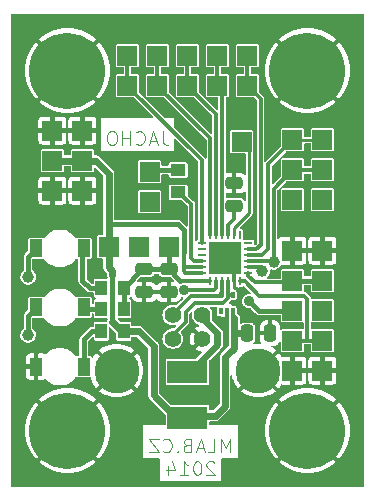
<source format=gbr>
%TF.GenerationSoftware,KiCad,Pcbnew,6.0.4-6f826c9f35~116~ubuntu20.04.1*%
%TF.CreationDate,2022-04-05T19:49:08+00:00*%
%TF.ProjectId,USBI2C01A,55534249-3243-4303-9141-2e6b69636164,I2CUSB01A*%
%TF.SameCoordinates,Original*%
%TF.FileFunction,Copper,L2,Bot*%
%TF.FilePolarity,Positive*%
%FSLAX46Y46*%
G04 Gerber Fmt 4.6, Leading zero omitted, Abs format (unit mm)*
G04 Created by KiCad (PCBNEW 6.0.4-6f826c9f35~116~ubuntu20.04.1) date 2022-04-05 19:49:08*
%MOMM*%
%LPD*%
G01*
G04 APERTURE LIST*
G04 Aperture macros list*
%AMRoundRect*
0 Rectangle with rounded corners*
0 $1 Rounding radius*
0 $2 $3 $4 $5 $6 $7 $8 $9 X,Y pos of 4 corners*
0 Add a 4 corners polygon primitive as box body*
4,1,4,$2,$3,$4,$5,$6,$7,$8,$9,$2,$3,0*
0 Add four circle primitives for the rounded corners*
1,1,$1+$1,$2,$3*
1,1,$1+$1,$4,$5*
1,1,$1+$1,$6,$7*
1,1,$1+$1,$8,$9*
0 Add four rect primitives between the rounded corners*
20,1,$1+$1,$2,$3,$4,$5,0*
20,1,$1+$1,$4,$5,$6,$7,0*
20,1,$1+$1,$6,$7,$8,$9,0*
20,1,$1+$1,$8,$9,$2,$3,0*%
G04 Aperture macros list end*
%ADD10C,0.101600*%
%TA.AperFunction,NonConductor*%
%ADD11C,0.101600*%
%TD*%
%TA.AperFunction,ComponentPad*%
%ADD12C,6.451600*%
%TD*%
%TA.AperFunction,ComponentPad*%
%ADD13R,1.651000X1.651000*%
%TD*%
%TA.AperFunction,ComponentPad*%
%ADD14C,1.422400*%
%TD*%
%TA.AperFunction,ComponentPad*%
%ADD15C,3.810000*%
%TD*%
%TA.AperFunction,SMDPad,CuDef*%
%ADD16R,1.050000X1.500000*%
%TD*%
%TA.AperFunction,SMDPad,CuDef*%
%ADD17R,3.400000X1.900000*%
%TD*%
%TA.AperFunction,SMDPad,CuDef*%
%ADD18R,1.295400X0.990600*%
%TD*%
%TA.AperFunction,SMDPad,CuDef*%
%ADD19R,0.990600X1.295400*%
%TD*%
%TA.AperFunction,SMDPad,CuDef*%
%ADD20RoundRect,0.250000X-0.250000X-0.475000X0.250000X-0.475000X0.250000X0.475000X-0.250000X0.475000X0*%
%TD*%
%TA.AperFunction,SMDPad,CuDef*%
%ADD21RoundRect,0.250000X-0.475000X0.250000X-0.475000X-0.250000X0.475000X-0.250000X0.475000X0.250000X0*%
%TD*%
%TA.AperFunction,SMDPad,CuDef*%
%ADD22R,0.350000X0.550000*%
%TD*%
%TA.AperFunction,SMDPad,CuDef*%
%ADD23R,0.250000X0.700000*%
%TD*%
%TA.AperFunction,SMDPad,CuDef*%
%ADD24R,0.700000X0.250000*%
%TD*%
%TA.AperFunction,SMDPad,CuDef*%
%ADD25R,2.700000X2.700000*%
%TD*%
%TA.AperFunction,SMDPad,CuDef*%
%ADD26RoundRect,0.250000X0.475000X-0.250000X0.475000X0.250000X-0.475000X0.250000X-0.475000X-0.250000X0*%
%TD*%
%TA.AperFunction,ViaPad*%
%ADD27C,0.906400*%
%TD*%
%TA.AperFunction,ViaPad*%
%ADD28C,1.006400*%
%TD*%
%TA.AperFunction,Conductor*%
%ADD29C,0.304800*%
%TD*%
%TA.AperFunction,Conductor*%
%ADD30C,0.254000*%
%TD*%
%TA.AperFunction,Conductor*%
%ADD31C,0.406400*%
%TD*%
%TA.AperFunction,Conductor*%
%ADD32C,0.609600*%
%TD*%
G04 APERTURE END LIST*
D10*
D11*
X152125619Y-122092961D02*
X152125619Y-120924561D01*
X151736152Y-121759133D01*
X151346686Y-120924561D01*
X151346686Y-122092961D01*
X150233924Y-122092961D02*
X150790305Y-122092961D01*
X150790305Y-120924561D01*
X149900095Y-121759133D02*
X149343714Y-121759133D01*
X150011371Y-122092961D02*
X149621905Y-120924561D01*
X149232438Y-122092961D01*
X148453505Y-121480942D02*
X148286590Y-121536580D01*
X148230952Y-121592219D01*
X148175314Y-121703495D01*
X148175314Y-121870409D01*
X148230952Y-121981685D01*
X148286590Y-122037323D01*
X148397867Y-122092961D01*
X148842971Y-122092961D01*
X148842971Y-120924561D01*
X148453505Y-120924561D01*
X148342229Y-120980200D01*
X148286590Y-121035838D01*
X148230952Y-121147114D01*
X148230952Y-121258390D01*
X148286590Y-121369666D01*
X148342229Y-121425304D01*
X148453505Y-121480942D01*
X148842971Y-121480942D01*
X147674571Y-121981685D02*
X147618933Y-122037323D01*
X147674571Y-122092961D01*
X147730210Y-122037323D01*
X147674571Y-121981685D01*
X147674571Y-122092961D01*
X146450533Y-121981685D02*
X146506171Y-122037323D01*
X146673086Y-122092961D01*
X146784362Y-122092961D01*
X146951276Y-122037323D01*
X147062552Y-121926047D01*
X147118190Y-121814771D01*
X147173829Y-121592219D01*
X147173829Y-121425304D01*
X147118190Y-121202752D01*
X147062552Y-121091476D01*
X146951276Y-120980200D01*
X146784362Y-120924561D01*
X146673086Y-120924561D01*
X146506171Y-120980200D01*
X146450533Y-121035838D01*
X146061067Y-120924561D02*
X145282133Y-120924561D01*
X146061067Y-122092961D01*
X145282133Y-122092961D01*
D10*
D11*
X150776507Y-122956838D02*
X150720869Y-122901200D01*
X150609593Y-122845561D01*
X150331402Y-122845561D01*
X150220126Y-122901200D01*
X150164488Y-122956838D01*
X150108850Y-123068114D01*
X150108850Y-123179390D01*
X150164488Y-123346304D01*
X150832145Y-124013961D01*
X150108850Y-124013961D01*
X149385555Y-122845561D02*
X149274279Y-122845561D01*
X149163002Y-122901200D01*
X149107364Y-122956838D01*
X149051726Y-123068114D01*
X148996088Y-123290666D01*
X148996088Y-123568857D01*
X149051726Y-123791409D01*
X149107364Y-123902685D01*
X149163002Y-123958323D01*
X149274279Y-124013961D01*
X149385555Y-124013961D01*
X149496831Y-123958323D01*
X149552469Y-123902685D01*
X149608107Y-123791409D01*
X149663745Y-123568857D01*
X149663745Y-123290666D01*
X149608107Y-123068114D01*
X149552469Y-122956838D01*
X149496831Y-122901200D01*
X149385555Y-122845561D01*
X147883326Y-124013961D02*
X148550983Y-124013961D01*
X148217155Y-124013961D02*
X148217155Y-122845561D01*
X148328431Y-123012476D01*
X148439707Y-123123752D01*
X148550983Y-123179390D01*
X146881840Y-123235028D02*
X146881840Y-124013961D01*
X147160031Y-122789923D02*
X147438221Y-123624495D01*
X146714926Y-123624495D01*
D10*
D11*
X146394290Y-94889561D02*
X146394290Y-95724133D01*
X146449929Y-95891047D01*
X146561205Y-96002323D01*
X146728119Y-96057961D01*
X146839395Y-96057961D01*
X145893548Y-95724133D02*
X145337167Y-95724133D01*
X146004824Y-96057961D02*
X145615357Y-94889561D01*
X145225890Y-96057961D01*
X144168767Y-95946685D02*
X144224405Y-96002323D01*
X144391319Y-96057961D01*
X144502595Y-96057961D01*
X144669510Y-96002323D01*
X144780786Y-95891047D01*
X144836424Y-95779771D01*
X144892062Y-95557219D01*
X144892062Y-95390304D01*
X144836424Y-95167752D01*
X144780786Y-95056476D01*
X144669510Y-94945200D01*
X144502595Y-94889561D01*
X144391319Y-94889561D01*
X144224405Y-94945200D01*
X144168767Y-95000838D01*
X143668024Y-96057961D02*
X143668024Y-94889561D01*
X143668024Y-95445942D02*
X143000367Y-95445942D01*
X143000367Y-96057961D02*
X143000367Y-94889561D01*
X142221433Y-94889561D02*
X141998881Y-94889561D01*
X141887605Y-94945200D01*
X141776329Y-95056476D01*
X141720690Y-95279028D01*
X141720690Y-95668495D01*
X141776329Y-95891047D01*
X141887605Y-96002323D01*
X141998881Y-96057961D01*
X142221433Y-96057961D01*
X142332710Y-96002323D01*
X142443986Y-95891047D01*
X142499624Y-95668495D01*
X142499624Y-95279028D01*
X142443986Y-95056476D01*
X142332710Y-94945200D01*
X142221433Y-94889561D01*
D12*
%TO.P,X4,P$1,P$1*%
%TO.N,GND*%
X138341100Y-89763600D03*
%TD*%
%TO.P,X3,P$1,P$1*%
%TO.N,GND*%
X138341100Y-120243600D03*
%TD*%
D13*
%TO.P,SV7,1*%
%TO.N,Net-(SV7-Pad1)*%
X153104850Y-95796100D03*
%TD*%
%TO.P,SV4,1*%
%TO.N,Net-(D2-PadK)*%
X159931100Y-100717350D03*
%TO.P,SV4,2*%
X157391100Y-100717350D03*
%TO.P,SV4,3*%
%TO.N,Net-(X1-PadP$22)*%
X159931100Y-98177350D03*
%TO.P,SV4,4*%
X157391100Y-98177350D03*
%TO.P,SV4,5*%
%TO.N,Net-(X1-PadP$21)*%
X159931100Y-95637350D03*
%TO.P,SV4,6*%
X157391100Y-95637350D03*
%TD*%
D12*
%TO.P,X6,P$1,P$1*%
%TO.N,GND*%
X158661100Y-89763600D03*
%TD*%
D13*
%TO.P,SV3,1*%
%TO.N,+3.3V*%
X146913600Y-104686100D03*
%TO.P,SV3,2*%
%TO.N,Net-(SV3-Pad2)*%
X144373600Y-104686100D03*
%TO.P,SV3,3*%
%TO.N,+5V*%
X141833600Y-104686100D03*
%TD*%
%TO.P,SV6,1*%
%TO.N,GND*%
X139611100Y-99923600D03*
%TO.P,SV6,2*%
X137071100Y-99923600D03*
%TO.P,SV6,3*%
%TO.N,+5V*%
X139611100Y-97383600D03*
%TO.P,SV6,4*%
X137071100Y-97383600D03*
%TO.P,SV6,5*%
%TO.N,GND*%
X139611100Y-94843600D03*
%TO.P,SV6,6*%
X137071100Y-94843600D03*
%TD*%
%TO.P,SV2,1*%
%TO.N,GND*%
X159931100Y-115163600D03*
%TO.P,SV2,2*%
X157391100Y-115163600D03*
%TO.P,SV2,3*%
%TO.N,Net-(X1-PadP$1)*%
X159931100Y-112623600D03*
%TO.P,SV2,4*%
X157391100Y-112623600D03*
%TO.P,SV2,5*%
%TO.N,Net-(SV3-Pad2)*%
X159931100Y-110083600D03*
%TO.P,SV2,6*%
X157391100Y-110083600D03*
%TO.P,SV2,7*%
%TO.N,Net-(X1-PadP$24)*%
X159931100Y-107543600D03*
%TO.P,SV2,8*%
X157391100Y-107543600D03*
%TO.P,SV2,9*%
%TO.N,GND*%
X159931100Y-105003600D03*
%TO.P,SV2,10*%
X157391100Y-105003600D03*
%TD*%
D12*
%TO.P,X5,P$1,P$1*%
%TO.N,GND*%
X158661100Y-120243600D03*
%TD*%
D13*
%TO.P,SV5,1*%
%TO.N,Net-(SV5-Pad1)*%
X153581100Y-88493600D03*
%TO.P,SV5,2*%
X153581100Y-91033600D03*
%TO.P,SV5,3*%
%TO.N,Net-(X1-PadP$15)*%
X151041100Y-88493600D03*
%TO.P,SV5,4*%
X151041100Y-91033600D03*
%TO.P,SV5,5*%
%TO.N,Net-(X1-PadP$14)*%
X148501100Y-88493600D03*
%TO.P,SV5,6*%
X148501100Y-91033600D03*
%TO.P,SV5,7*%
%TO.N,Net-(X1-PadP$13)*%
X145961100Y-88493600D03*
%TO.P,SV5,8*%
X145961100Y-91033600D03*
%TO.P,SV5,9*%
%TO.N,Net-(X1-PadP$12)*%
X143421100Y-88493600D03*
%TO.P,SV5,10*%
X143421100Y-91033600D03*
%TD*%
%TO.P,SV1,1*%
%TO.N,+3.3V*%
X145326100Y-100876100D03*
%TO.P,SV1,2*%
%TO.N,Net-(R5-Pad2)*%
X145326100Y-98336100D03*
%TD*%
D14*
%TO.P,X2,1,+5V*%
%TO.N,Net-(P1-Pad1)*%
X149751100Y-110463600D03*
%TO.P,X2,2,DATA-*%
%TO.N,Net-(D4-Pad4)*%
X147251100Y-110463600D03*
%TO.P,X2,3,DATA+*%
%TO.N,Net-(D4-Pad5)*%
X147251100Y-112463600D03*
%TO.P,X2,4,GND*%
%TO.N,GND*%
X149751100Y-112463600D03*
D15*
%TO.P,X2,GND,GND*%
X142501100Y-115163600D03*
%TO.P,X2,GND2,GND*%
X154501100Y-115163600D03*
%TD*%
D16*
%TO.P,D2,A,A*%
%TO.N,Net-(D2-PadA)*%
X139706100Y-104823600D03*
%TO.P,D2,K,C*%
%TO.N,Net-(D2-PadK)*%
X135706100Y-104823600D03*
%TD*%
D17*
%TO.P,P1,1,1*%
%TO.N,Net-(P1-Pad1)*%
X148501100Y-115277350D03*
%TO.P,P1,2,2*%
%TO.N,+5V*%
X148501100Y-119177350D03*
%TD*%
D18*
%TO.P,R5,1,1*%
%TO.N,Net-(R5-Pad1)*%
X147707350Y-100079850D03*
%TO.P,R5,2,2*%
%TO.N,Net-(R5-Pad2)*%
X147707350Y-98179850D03*
%TD*%
D16*
%TO.P,D1,A,A*%
%TO.N,Net-(D1-PadA)*%
X139706100Y-114823600D03*
%TO.P,D1,K,C*%
%TO.N,GND*%
X135706100Y-114823600D03*
%TD*%
D19*
%TO.P,R4,1,1*%
%TO.N,+3.3V*%
X143101100Y-108178600D03*
%TO.P,R4,2,2*%
%TO.N,Net-(D2-PadA)*%
X141201100Y-108178600D03*
%TD*%
%TO.P,R3,1,1*%
%TO.N,+3.3V*%
X143101100Y-109924850D03*
%TO.P,R3,2,2*%
%TO.N,Net-(D3-PadA)*%
X141201100Y-109924850D03*
%TD*%
D20*
%TO.P,C1,1,1*%
%TO.N,+5V*%
X153583600Y-111988600D03*
%TO.P,C1,2,2*%
%TO.N,GND*%
X155483600Y-111988600D03*
%TD*%
D16*
%TO.P,D3,A,A*%
%TO.N,Net-(D3-PadA)*%
X139706100Y-109823600D03*
%TO.P,D3,K,C*%
%TO.N,Net-(X1-PadP$22)*%
X135706100Y-109823600D03*
%TD*%
D21*
%TO.P,C3,1,1*%
%TO.N,+3.3V*%
X146913600Y-106593600D03*
%TO.P,C3,2,2*%
%TO.N,GND*%
X146913600Y-108493600D03*
%TD*%
D22*
%TO.P,D4,1*%
%TO.N,+5V*%
X152334850Y-110123600D03*
%TO.P,D4,2*%
%TO.N,GND*%
X151834850Y-110123600D03*
%TO.P,D4,3*%
%TO.N,unconnected-(D4-Pad3)*%
X151334850Y-110123600D03*
%TO.P,D4,4*%
%TO.N,Net-(D4-Pad4)*%
X151334850Y-108773600D03*
%TO.P,D4,5*%
%TO.N,Net-(D4-Pad5)*%
X152334850Y-108773600D03*
%TD*%
D23*
%TO.P,X1,P$1,SDA*%
%TO.N,Net-(X1-PadP$1)*%
X152926100Y-107613600D03*
%TO.P,X1,P$2,GND*%
%TO.N,GND*%
X152426100Y-107613600D03*
%TO.P,X1,P$3,D+*%
%TO.N,Net-(D4-Pad5)*%
X151926100Y-107613600D03*
%TO.P,X1,P$4,D-*%
%TO.N,Net-(D4-Pad4)*%
X151426100Y-107613600D03*
%TO.P,X1,P$5,VIO*%
%TO.N,Net-(R5-Pad2)*%
X150926100Y-107613600D03*
%TO.P,X1,P$6,VDD*%
%TO.N,+3.3V*%
X150426100Y-107613600D03*
D24*
%TO.P,X1,P$7,REGIN*%
%TO.N,+5V*%
X149701100Y-106888600D03*
%TO.P,X1,P$8,VBUS*%
X149701100Y-106388600D03*
%TO.P,X1,P$9,/RST*%
%TO.N,Net-(R5-Pad1)*%
X149701100Y-105888600D03*
%TO.P,X1,P$10*%
%TO.N,N/C*%
X149701100Y-105388600D03*
%TO.P,X1,P$11,SUSPEND*%
%TO.N,unconnected-(X1-PadP$11)*%
X149701100Y-104888600D03*
%TO.P,X1,P$12,GPIO7-CLK*%
%TO.N,Net-(X1-PadP$12)*%
X149701100Y-104388600D03*
D23*
%TO.P,X1,P$13,GPIO6*%
%TO.N,Net-(X1-PadP$13)*%
X150426100Y-103663600D03*
%TO.P,X1,P$14,GPIO5*%
%TO.N,Net-(X1-PadP$14)*%
X150926100Y-103663600D03*
%TO.P,X1,P$15,GPIO4*%
%TO.N,Net-(X1-PadP$15)*%
X151426100Y-103663600D03*
%TO.P,X1,P$16,VPP*%
%TO.N,Net-(C4-Pad1)*%
X151926100Y-103663600D03*
%TO.P,X1,P$17,/SUSPEND*%
%TO.N,Net-(SV7-Pad1)*%
X152426100Y-103663600D03*
%TO.P,X1,P$18*%
%TO.N,N/C*%
X152926100Y-103663600D03*
D24*
%TO.P,X1,P$19*%
X153651100Y-104388600D03*
%TO.P,X1,P$20,GPIO3*%
%TO.N,Net-(SV5-Pad1)*%
X153651100Y-104888600D03*
%TO.P,X1,P$21,GPIO2*%
%TO.N,Net-(X1-PadP$21)*%
X153651100Y-105388600D03*
%TO.P,X1,P$22,GPIO1-RXT*%
%TO.N,Net-(X1-PadP$22)*%
X153651100Y-105888600D03*
%TO.P,X1,P$23,GPIO0-TXT*%
%TO.N,Net-(D2-PadK)*%
X153651100Y-106388600D03*
%TO.P,X1,P$24,SCL*%
%TO.N,Net-(X1-PadP$24)*%
X153651100Y-106888600D03*
D25*
%TO.P,X1,P$25,GND*%
%TO.N,GND*%
X151676100Y-105638600D03*
%TD*%
D19*
%TO.P,R1,1,1*%
%TO.N,Net-(D1-PadA)*%
X141201100Y-111829850D03*
%TO.P,R1,2,2*%
%TO.N,+5V*%
X143101100Y-111829850D03*
%TD*%
D26*
%TO.P,C4,1,1*%
%TO.N,Net-(C4-Pad1)*%
X152469850Y-101191100D03*
%TO.P,C4,2,2*%
%TO.N,GND*%
X152469850Y-99291100D03*
%TD*%
D21*
%TO.P,C2,1,1*%
%TO.N,+3.3V*%
X144849850Y-106593600D03*
%TO.P,C2,2,2*%
%TO.N,GND*%
X144849850Y-108493600D03*
%TD*%
D27*
%TO.N,GND*%
X151517350Y-111036100D03*
X153422350Y-110401100D03*
X145484850Y-111353600D03*
X145484850Y-110242350D03*
X144373600Y-110242350D03*
D28*
%TO.N,Net-(D2-PadK)*%
X154851100Y-106749850D03*
X135007350Y-107226100D03*
D27*
%TO.N,Net-(R5-Pad2)*%
X148183600Y-108337350D03*
D28*
%TO.N,Net-(X1-PadP$22)*%
X135007350Y-112147350D03*
X155803600Y-105956100D03*
D27*
%TO.N,Net-(SV3-Pad2)*%
X153739850Y-109289850D03*
%TD*%
D29*
%TO.N,GND*%
X152426100Y-106388600D02*
X151676100Y-105638600D01*
X152426100Y-107613600D02*
X152426100Y-106388600D01*
D30*
X152426100Y-108134850D02*
X152469850Y-108178600D01*
X152628600Y-108178600D02*
X153104850Y-108654850D01*
X152426100Y-107613600D02*
X152426100Y-108134850D01*
X152469850Y-108178600D02*
X152628600Y-108178600D01*
D29*
%TO.N,+3.3V*%
X148888600Y-107613600D02*
X148818600Y-107543600D01*
D31*
X146913600Y-106593600D02*
X144849850Y-106593600D01*
D29*
X148818600Y-107543600D02*
X147863600Y-107543600D01*
D31*
X143101100Y-108178600D02*
X144686100Y-106593600D01*
X143101100Y-109924850D02*
X143101100Y-108178600D01*
D29*
X150426100Y-107613600D02*
X148888600Y-107613600D01*
D31*
X144686100Y-106593600D02*
X144849850Y-106593600D01*
X147863600Y-107543600D02*
X147704850Y-107384850D01*
X146913600Y-106593600D02*
X146913600Y-104686100D01*
X147704850Y-107384850D02*
X146913600Y-106593600D01*
D29*
%TO.N,+5V*%
X152334850Y-110694850D02*
X152469850Y-110718600D01*
X148322350Y-106888600D02*
X148183600Y-106749850D01*
X148298600Y-106388600D02*
X148183600Y-106273600D01*
X148183600Y-106273600D02*
X148183600Y-105162350D01*
X149701100Y-106888600D02*
X148639850Y-106888600D01*
D32*
X151676100Y-114052350D02*
X151676100Y-118179850D01*
X139611100Y-97383600D02*
X140722350Y-97383600D01*
X141833600Y-104686100D02*
X141833600Y-102781100D01*
X141833600Y-98494850D02*
X140881100Y-97542350D01*
D31*
X148183600Y-103574850D02*
X148183600Y-105162350D01*
X148183600Y-103257350D02*
X147707350Y-102781100D01*
D32*
X152334850Y-113393600D02*
X152469850Y-113258600D01*
X152311100Y-113417350D02*
X151676100Y-114052350D01*
X142151100Y-106749850D02*
X142151100Y-107067350D01*
X144373600Y-111829850D02*
X145643600Y-113099850D01*
X153583600Y-111988600D02*
X152628600Y-111988600D01*
D31*
X142151100Y-110718600D02*
X142151100Y-111036100D01*
D32*
X148704850Y-118973600D02*
X148501100Y-119177350D01*
D31*
X142151100Y-107067350D02*
X142151100Y-110718600D01*
D32*
X142944850Y-111829850D02*
X143101100Y-111829850D01*
D29*
X152334850Y-110123600D02*
X152334850Y-110694850D01*
D32*
X145643600Y-117227350D02*
X145643600Y-115843600D01*
X152628600Y-111988600D02*
X152469850Y-111829850D01*
X141833600Y-102781100D02*
X141833600Y-102622350D01*
D29*
X149701100Y-106388600D02*
X148298600Y-106388600D01*
D31*
X147707350Y-102781100D02*
X141992350Y-102781100D01*
X141992350Y-102781100D02*
X141833600Y-102622350D01*
X148183600Y-103574850D02*
X148183600Y-103257350D01*
X152334850Y-113393600D02*
X152311100Y-113417350D01*
D32*
X142151100Y-111036100D02*
X142944850Y-111829850D01*
X151676100Y-118179850D02*
X150882350Y-118973600D01*
X152469850Y-111829850D02*
X152469850Y-110718600D01*
X141833600Y-104686100D02*
X141833600Y-106432350D01*
D29*
X148639850Y-106888600D02*
X148322350Y-106888600D01*
X148183600Y-106749850D02*
X148183600Y-106273600D01*
D32*
X145643600Y-113099850D02*
X145643600Y-115843600D01*
X147389850Y-118973600D02*
X145643600Y-117227350D01*
X141833600Y-102622350D02*
X141833600Y-98494850D01*
X148704850Y-118973600D02*
X147389850Y-118973600D01*
X143101100Y-111829850D02*
X144373600Y-111829850D01*
X140722350Y-97383600D02*
X140881100Y-97542350D01*
X137071100Y-97383600D02*
X139611100Y-97383600D01*
X141833600Y-106432350D02*
X142151100Y-106749850D01*
X150882350Y-118973600D02*
X148704850Y-118973600D01*
X152469850Y-113258600D02*
X152469850Y-111829850D01*
D29*
%TO.N,Net-(C4-Pad1)*%
X152469850Y-102304850D02*
X152469850Y-101191100D01*
X151926100Y-103663600D02*
X151926100Y-102848600D01*
X151926100Y-102848600D02*
X152469850Y-102304850D01*
D31*
%TO.N,Net-(D1-PadA)*%
X139706100Y-114823600D02*
X139706100Y-112528600D01*
X140404850Y-111829850D02*
X141201100Y-111829850D01*
X139706100Y-112528600D02*
X140404850Y-111829850D01*
%TO.N,Net-(D2-PadA)*%
X139611100Y-104918600D02*
X139706100Y-104823600D01*
X139611100Y-107543600D02*
X139611100Y-104918600D01*
X141201100Y-108178600D02*
X140246100Y-108178600D01*
X140246100Y-108178600D02*
X139611100Y-107543600D01*
%TO.N,Net-(D2-PadK)*%
X135007350Y-107226100D02*
X135007350Y-105522350D01*
D29*
X154489850Y-106388600D02*
X154533600Y-106432350D01*
D31*
X135007350Y-105522350D02*
X135706100Y-104823600D01*
D29*
X153651100Y-106388600D02*
X154489850Y-106388600D01*
D31*
X154851100Y-106749850D02*
X154533600Y-106432350D01*
%TO.N,Net-(D3-PadA)*%
X139807350Y-109924850D02*
X139706100Y-109823600D01*
X141201100Y-109924850D02*
X139807350Y-109924850D01*
D32*
%TO.N,Net-(P1-Pad1)*%
X148614850Y-115163600D02*
X148501100Y-115277350D01*
X149294850Y-114687350D02*
X150882350Y-113099850D01*
X150088600Y-110801100D02*
X149751100Y-110463600D01*
X149294850Y-115163600D02*
X148614850Y-115163600D01*
X149294850Y-115163600D02*
X149294850Y-114687350D01*
X151041100Y-111988600D02*
X150088600Y-111036100D01*
X150088600Y-111036100D02*
X150088600Y-110801100D01*
X151041100Y-112941100D02*
X151041100Y-111988600D01*
X150882350Y-113099850D02*
X151041100Y-112941100D01*
D29*
%TO.N,Net-(R5-Pad1)*%
X148818600Y-101037350D02*
X147707350Y-100079850D01*
X149701100Y-105888600D02*
X149068600Y-105888600D01*
X148818600Y-105638600D02*
X148818600Y-101037350D01*
X149068600Y-105888600D02*
X148818600Y-105638600D01*
D31*
%TO.N,Net-(R5-Pad2)*%
X147707350Y-98179850D02*
X145482350Y-98179850D01*
D29*
X150723600Y-108337350D02*
X148183600Y-108337350D01*
X150926100Y-108134850D02*
X150723600Y-108337350D01*
X150926100Y-107613600D02*
X150926100Y-108134850D01*
D31*
X145482350Y-98179850D02*
X145326100Y-98336100D01*
D29*
%TO.N,Net-(SV5-Pad1)*%
X153977975Y-91430475D02*
X153581100Y-91033600D01*
X154331100Y-104888600D02*
X154692350Y-104527350D01*
X154013600Y-104888600D02*
X154331100Y-104888600D01*
X154692350Y-104527350D02*
X154692350Y-92144850D01*
X154013600Y-104888600D02*
X153651100Y-104888600D01*
X154374850Y-91827350D02*
X153977975Y-91430475D01*
X154692350Y-92144850D02*
X153977975Y-91430475D01*
X153581100Y-88493600D02*
X153581100Y-91033600D01*
%TO.N,Net-(X1-PadP$15)*%
X151426100Y-91418600D02*
X151041100Y-91033600D01*
X151041100Y-88493600D02*
X151041100Y-91033600D01*
X151426100Y-103663600D02*
X151426100Y-91418600D01*
%TO.N,Net-(X1-PadP$14)*%
X150926100Y-93458600D02*
X148501100Y-91033600D01*
X148501100Y-88493600D02*
X148501100Y-91033600D01*
X150926100Y-103663600D02*
X150926100Y-93458600D01*
%TO.N,Net-(X1-PadP$13)*%
X150426100Y-95498600D02*
X145961100Y-91033600D01*
X150426100Y-103663600D02*
X150426100Y-95498600D01*
X145961100Y-88493600D02*
X145961100Y-91033600D01*
%TO.N,Net-(X1-PadP$12)*%
X149701100Y-104388600D02*
X149701100Y-97313600D01*
X149701100Y-97313600D02*
X143421100Y-91033600D01*
X143421100Y-88493600D02*
X143421100Y-91033600D01*
D30*
%TO.N,Net-(SV7-Pad1)*%
X153739850Y-101828600D02*
X152469850Y-103098600D01*
X152426100Y-103142350D02*
X152426100Y-103663600D01*
X152469850Y-103098600D02*
X152426100Y-103142350D01*
X153104850Y-95796100D02*
X153739850Y-96589850D01*
X153739850Y-96589850D02*
X153739850Y-101828600D01*
D29*
%TO.N,Net-(D4-Pad4)*%
X147251100Y-110381100D02*
X148818600Y-108813600D01*
X151426100Y-108523600D02*
X151426100Y-108841100D01*
X151426100Y-107613600D02*
X151426100Y-108523600D01*
X151136100Y-108813600D02*
X151334850Y-108773600D01*
X148818600Y-108813600D02*
X151136100Y-108813600D01*
X147251100Y-110463600D02*
X147251100Y-110381100D01*
X151426100Y-108841100D02*
X151334850Y-108773600D01*
%TO.N,Net-(D4-Pad5)*%
X147251100Y-112463600D02*
X147251100Y-112127350D01*
X151926100Y-108654850D02*
X151926100Y-107613600D01*
X148342350Y-111036100D02*
X148342350Y-110242350D01*
X151926100Y-108654850D02*
X151926100Y-108813600D01*
X151926100Y-108813600D02*
X151926100Y-109039850D01*
X149136100Y-109448600D02*
X148342350Y-110242350D01*
X149136100Y-109448600D02*
X151517350Y-109448600D01*
X151966100Y-108773600D02*
X151926100Y-108813600D01*
X147251100Y-112127350D02*
X148342350Y-111036100D01*
X151517350Y-109448600D02*
X151926100Y-109039850D01*
X152334850Y-108773600D02*
X151966100Y-108773600D01*
%TO.N,Net-(X1-PadP$22)*%
X153651100Y-105888600D02*
X155894850Y-105888600D01*
D31*
X135007350Y-112147350D02*
X135007350Y-110522350D01*
D29*
X157391100Y-98177350D02*
X159931100Y-98177350D01*
D31*
X135007350Y-110522350D02*
X135706100Y-109823600D01*
D29*
X155894850Y-105888600D02*
X155803600Y-105956100D01*
X155803600Y-99764850D02*
X157391100Y-98177350D01*
X155803600Y-105956100D02*
X155803600Y-99764850D01*
%TO.N,Net-(X1-PadP$21)*%
X155327350Y-97701100D02*
X157391100Y-95637350D01*
X153651100Y-105388600D02*
X154783600Y-105388600D01*
D30*
X157391100Y-95637350D02*
X159931100Y-95637350D01*
D29*
X154783600Y-105388600D02*
X155327350Y-104844850D01*
X155327350Y-104844850D02*
X155327350Y-97701100D01*
%TO.N,Net-(X1-PadP$1)*%
X158343600Y-108813600D02*
X158661100Y-109131100D01*
X153333600Y-107613600D02*
X154533600Y-108813600D01*
X152926100Y-107613600D02*
X153333600Y-107613600D01*
X158661100Y-109131100D02*
X158661100Y-112623600D01*
X159931100Y-112623600D02*
X158661100Y-112623600D01*
X158661100Y-112623600D02*
X157391100Y-112623600D01*
X154533600Y-108813600D02*
X158343600Y-108813600D01*
D31*
%TO.N,Net-(SV3-Pad2)*%
X154533600Y-110083600D02*
X153739850Y-109289850D01*
X157391100Y-110083600D02*
X154533600Y-110083600D01*
D29*
%TO.N,Net-(X1-PadP$24)*%
X154216100Y-107702350D02*
X157232350Y-107702350D01*
X157232350Y-107702350D02*
X157391100Y-107543600D01*
D31*
X159931100Y-107543600D02*
X157391100Y-107543600D01*
D29*
X153651100Y-106888600D02*
X153651100Y-107137350D01*
X153651100Y-107137350D02*
X154216100Y-107702350D01*
%TD*%
%TA.AperFunction,Conductor*%
%TO.N,GND*%
G36*
X163435238Y-84980193D02*
G01*
X163460958Y-85024742D01*
X163462100Y-85037800D01*
X163462100Y-124969400D01*
X163444507Y-125017738D01*
X163399958Y-125043458D01*
X163386900Y-125044600D01*
X133615300Y-125044600D01*
X133566962Y-125027007D01*
X133541242Y-124982458D01*
X133540100Y-124969400D01*
X133540100Y-122901329D01*
X135939482Y-122901329D01*
X135941067Y-122907247D01*
X135943454Y-122909396D01*
X136232058Y-123143103D01*
X136235237Y-123145413D01*
X136546700Y-123347679D01*
X136550087Y-123349634D01*
X136880989Y-123518238D01*
X136884580Y-123519836D01*
X137231266Y-123652916D01*
X137235023Y-123654137D01*
X137593724Y-123750251D01*
X137597584Y-123751071D01*
X137964361Y-123809163D01*
X137968282Y-123809575D01*
X138339135Y-123829011D01*
X138343065Y-123829011D01*
X138713918Y-123809575D01*
X138717839Y-123809163D01*
X139084616Y-123751071D01*
X139088476Y-123750251D01*
X139447177Y-123654137D01*
X139450934Y-123652916D01*
X139797620Y-123519836D01*
X139801211Y-123518238D01*
X140132113Y-123349634D01*
X140135500Y-123347679D01*
X140446963Y-123145413D01*
X140450142Y-123143103D01*
X140738452Y-122909634D01*
X140742718Y-122900485D01*
X140741113Y-122894494D01*
X138350477Y-120503858D01*
X138340678Y-120499289D01*
X138334687Y-120500894D01*
X135944051Y-122891530D01*
X135939482Y-122901329D01*
X133540100Y-122901329D01*
X133540100Y-120245565D01*
X134755689Y-120245565D01*
X134775125Y-120616418D01*
X134775537Y-120620339D01*
X134833629Y-120987116D01*
X134834449Y-120990976D01*
X134930563Y-121349677D01*
X134931784Y-121353434D01*
X135064864Y-121700120D01*
X135066462Y-121703711D01*
X135235066Y-122034613D01*
X135237021Y-122038000D01*
X135439287Y-122349463D01*
X135441597Y-122352642D01*
X135675066Y-122640952D01*
X135684215Y-122645218D01*
X135690206Y-122643613D01*
X138080842Y-120252977D01*
X138085017Y-120244022D01*
X138596789Y-120244022D01*
X138598394Y-120250013D01*
X140989030Y-122640649D01*
X140998829Y-122645218D01*
X141004747Y-122643633D01*
X141006896Y-122641246D01*
X141240603Y-122352642D01*
X141242913Y-122349463D01*
X141445179Y-122038000D01*
X141447134Y-122034613D01*
X141615738Y-121703711D01*
X141617336Y-121700120D01*
X141750416Y-121353434D01*
X141751637Y-121349677D01*
X141847751Y-120990976D01*
X141848571Y-120987116D01*
X141906663Y-120620339D01*
X141907075Y-120616418D01*
X141926511Y-120245565D01*
X141926511Y-120241635D01*
X141907075Y-119870782D01*
X141906663Y-119866861D01*
X141848571Y-119500084D01*
X141847751Y-119496224D01*
X141751637Y-119137523D01*
X141750416Y-119133766D01*
X141617336Y-118787080D01*
X141615738Y-118783489D01*
X141447134Y-118452587D01*
X141445179Y-118449200D01*
X141242913Y-118137737D01*
X141240603Y-118134558D01*
X141007134Y-117846248D01*
X140997985Y-117841982D01*
X140991994Y-117843587D01*
X138601358Y-120234223D01*
X138596789Y-120244022D01*
X138085017Y-120244022D01*
X138085411Y-120243178D01*
X138083806Y-120237187D01*
X135693170Y-117846551D01*
X135683371Y-117841982D01*
X135677453Y-117843567D01*
X135675304Y-117845954D01*
X135441597Y-118134558D01*
X135439287Y-118137737D01*
X135237021Y-118449200D01*
X135235066Y-118452587D01*
X135066462Y-118783489D01*
X135064864Y-118787080D01*
X134931784Y-119133766D01*
X134930563Y-119137523D01*
X134834449Y-119496224D01*
X134833629Y-119500084D01*
X134775537Y-119866861D01*
X134775125Y-119870782D01*
X134755689Y-120241635D01*
X134755689Y-120245565D01*
X133540100Y-120245565D01*
X133540100Y-117586715D01*
X135939482Y-117586715D01*
X135941087Y-117592706D01*
X138331723Y-119983342D01*
X138341522Y-119987911D01*
X138347513Y-119986306D01*
X140738149Y-117595670D01*
X140742718Y-117585871D01*
X140741133Y-117579953D01*
X140738746Y-117577804D01*
X140450142Y-117344097D01*
X140446963Y-117341787D01*
X140135500Y-117139521D01*
X140132113Y-117137566D01*
X139801211Y-116968962D01*
X139797620Y-116967364D01*
X139576776Y-116882590D01*
X141038222Y-116882590D01*
X141039551Y-116887550D01*
X141120614Y-116958640D01*
X141124521Y-116961638D01*
X141366729Y-117123477D01*
X141370979Y-117125931D01*
X141632247Y-117254774D01*
X141636791Y-117256655D01*
X141912635Y-117350292D01*
X141917379Y-117351563D01*
X142203083Y-117408393D01*
X142207967Y-117409036D01*
X142498644Y-117428088D01*
X142503556Y-117428088D01*
X142794233Y-117409036D01*
X142799117Y-117408393D01*
X143084821Y-117351563D01*
X143089565Y-117350292D01*
X143365409Y-117256655D01*
X143369953Y-117254774D01*
X143631221Y-117125931D01*
X143635471Y-117123477D01*
X143877679Y-116961638D01*
X143881586Y-116958640D01*
X143958816Y-116890911D01*
X143964016Y-116881434D01*
X143963014Y-116876396D01*
X142510477Y-115423858D01*
X142500678Y-115419289D01*
X142494687Y-115420894D01*
X141042791Y-116872791D01*
X141038222Y-116882590D01*
X139576776Y-116882590D01*
X139450934Y-116834284D01*
X139447177Y-116833063D01*
X139088476Y-116736949D01*
X139084616Y-116736129D01*
X138717839Y-116678037D01*
X138713918Y-116677625D01*
X138343065Y-116658189D01*
X138339135Y-116658189D01*
X137968282Y-116677625D01*
X137964361Y-116678037D01*
X137597584Y-116736129D01*
X137593724Y-116736949D01*
X137235023Y-116833063D01*
X137231266Y-116834284D01*
X136884580Y-116967364D01*
X136880989Y-116968962D01*
X136550087Y-117137566D01*
X136546700Y-117139521D01*
X136235237Y-117341787D01*
X136232058Y-117344097D01*
X135943748Y-117577566D01*
X135939482Y-117586715D01*
X133540100Y-117586715D01*
X133540100Y-115604480D01*
X134826301Y-115604480D01*
X134826702Y-115609949D01*
X134835715Y-115671184D01*
X134839141Y-115682209D01*
X134885885Y-115777417D01*
X134893019Y-115787382D01*
X134967820Y-115862051D01*
X134977802Y-115869172D01*
X135073095Y-115915752D01*
X135084109Y-115919156D01*
X135144768Y-115928006D01*
X135150201Y-115928400D01*
X135515441Y-115928400D01*
X135525598Y-115924703D01*
X135528700Y-115919331D01*
X135528700Y-115014259D01*
X135525003Y-115004102D01*
X135519631Y-115001000D01*
X134839560Y-115001000D01*
X134829403Y-115004697D01*
X134826301Y-115010069D01*
X134826301Y-115604480D01*
X133540100Y-115604480D01*
X133540100Y-114632941D01*
X134826300Y-114632941D01*
X134829997Y-114643098D01*
X134835369Y-114646200D01*
X135515441Y-114646200D01*
X135525598Y-114642503D01*
X135528700Y-114637131D01*
X135528700Y-113732060D01*
X135525003Y-113721903D01*
X135519631Y-113718801D01*
X135150220Y-113718801D01*
X135144751Y-113719202D01*
X135083516Y-113728215D01*
X135072491Y-113731641D01*
X134977283Y-113778385D01*
X134967318Y-113785519D01*
X134892649Y-113860320D01*
X134885528Y-113870302D01*
X134838948Y-113965595D01*
X134835544Y-113976609D01*
X134826694Y-114037268D01*
X134826300Y-114042701D01*
X134826300Y-114632941D01*
X133540100Y-114632941D01*
X133540100Y-112140429D01*
X134346467Y-112140429D01*
X134346964Y-112144931D01*
X134346964Y-112144935D01*
X134357171Y-112237387D01*
X134363893Y-112298271D01*
X134365449Y-112302523D01*
X134365450Y-112302527D01*
X134389025Y-112366948D01*
X134418467Y-112447401D01*
X134420991Y-112451157D01*
X134420993Y-112451161D01*
X134478150Y-112536219D01*
X134507038Y-112579208D01*
X134624492Y-112686083D01*
X134628473Y-112688244D01*
X134628475Y-112688246D01*
X134664049Y-112707561D01*
X134764049Y-112761857D01*
X134768428Y-112763006D01*
X134768431Y-112763007D01*
X134898727Y-112797189D01*
X134917653Y-112802154D01*
X134981674Y-112803160D01*
X135071903Y-112804577D01*
X135071905Y-112804577D01*
X135076435Y-112804648D01*
X135080853Y-112803636D01*
X135080855Y-112803636D01*
X135226806Y-112770209D01*
X135226808Y-112770208D01*
X135231228Y-112769196D01*
X135373097Y-112697843D01*
X135386867Y-112686083D01*
X135457175Y-112626034D01*
X135493851Y-112594710D01*
X135564613Y-112496234D01*
X135583872Y-112469433D01*
X135583874Y-112469430D01*
X135586518Y-112465750D01*
X135588959Y-112459680D01*
X135631170Y-112354675D01*
X135645749Y-112318408D01*
X135657525Y-112235662D01*
X135667779Y-112163618D01*
X135667779Y-112163612D01*
X135668124Y-112161191D01*
X135668269Y-112147350D01*
X135649191Y-111989699D01*
X135647486Y-111985186D01*
X135594663Y-111845393D01*
X135594662Y-111845391D01*
X135593059Y-111841149D01*
X135553062Y-111782952D01*
X135505681Y-111714012D01*
X135505679Y-111714010D01*
X135503113Y-111710276D01*
X135477952Y-111687858D01*
X135388625Y-111608272D01*
X135364238Y-111562981D01*
X135363450Y-111552125D01*
X135363450Y-110801700D01*
X135381043Y-110753362D01*
X135425592Y-110727642D01*
X135438650Y-110726500D01*
X136204794Y-110726499D01*
X136246156Y-110726499D01*
X136270850Y-110721588D01*
X136283489Y-110719074D01*
X136283490Y-110719074D01*
X136290758Y-110717628D01*
X136296921Y-110713510D01*
X136299318Y-110712517D01*
X136350709Y-110710273D01*
X136392215Y-110742701D01*
X136407264Y-110767259D01*
X136570876Y-110958824D01*
X136573117Y-110960738D01*
X136582507Y-110968758D01*
X136762441Y-111122436D01*
X136764964Y-111123982D01*
X136974716Y-111252519D01*
X136974719Y-111252521D01*
X136977241Y-111254066D01*
X137014838Y-111269639D01*
X137207255Y-111349341D01*
X137207260Y-111349343D01*
X137209989Y-111350473D01*
X137212866Y-111351164D01*
X137212870Y-111351165D01*
X137424587Y-111401993D01*
X137454952Y-111409283D01*
X137457896Y-111409515D01*
X137457898Y-111409515D01*
X137641740Y-111423984D01*
X137641748Y-111423984D01*
X137643218Y-111424100D01*
X137768982Y-111424100D01*
X137770452Y-111423984D01*
X137770460Y-111423984D01*
X137954302Y-111409515D01*
X137954304Y-111409515D01*
X137957248Y-111409283D01*
X137987613Y-111401993D01*
X138199330Y-111351165D01*
X138199334Y-111351164D01*
X138202211Y-111350473D01*
X138204940Y-111349343D01*
X138204945Y-111349341D01*
X138397362Y-111269639D01*
X138434959Y-111254066D01*
X138437481Y-111252521D01*
X138437484Y-111252519D01*
X138647236Y-111123982D01*
X138649759Y-111122436D01*
X138829693Y-110968758D01*
X138839083Y-110960738D01*
X138841324Y-110958824D01*
X139004936Y-110767259D01*
X139013452Y-110753362D01*
X139019986Y-110742701D01*
X139060244Y-110710680D01*
X139112882Y-110712518D01*
X139115282Y-110713512D01*
X139121442Y-110717628D01*
X139166043Y-110726500D01*
X139706026Y-110726500D01*
X140246156Y-110726499D01*
X140290758Y-110717628D01*
X140341334Y-110683834D01*
X140365281Y-110647995D01*
X140371013Y-110639417D01*
X140371014Y-110639416D01*
X140375128Y-110633258D01*
X140379281Y-110612382D01*
X140383279Y-110592282D01*
X140383279Y-110592281D01*
X140384000Y-110588657D01*
X140384000Y-110356150D01*
X140401593Y-110307812D01*
X140446142Y-110282092D01*
X140459200Y-110280950D01*
X140477701Y-110280950D01*
X140526039Y-110298543D01*
X140551759Y-110343092D01*
X140552901Y-110356150D01*
X140552901Y-110587606D01*
X140561772Y-110632208D01*
X140595566Y-110682784D01*
X140601723Y-110686898D01*
X140639983Y-110712463D01*
X140639984Y-110712464D01*
X140646142Y-110716578D01*
X140653406Y-110718023D01*
X140658685Y-110719073D01*
X140690743Y-110725450D01*
X140779211Y-110725450D01*
X141672509Y-110725449D01*
X141720847Y-110743042D01*
X141746567Y-110787591D01*
X141741288Y-110831055D01*
X141704636Y-110913961D01*
X141703976Y-110919541D01*
X141703975Y-110919543D01*
X141703677Y-110922059D01*
X141699100Y-110960738D01*
X141698845Y-110962889D01*
X141675692Y-111008823D01*
X141624166Y-111029250D01*
X140743181Y-111029251D01*
X140690744Y-111029251D01*
X140646142Y-111038122D01*
X140595566Y-111071916D01*
X140591452Y-111078073D01*
X140569343Y-111111162D01*
X140561772Y-111122492D01*
X140560327Y-111129756D01*
X140555271Y-111155176D01*
X140552900Y-111167093D01*
X140552900Y-111398550D01*
X140535307Y-111446888D01*
X140490758Y-111472608D01*
X140477700Y-111473750D01*
X140450876Y-111473750D01*
X140435048Y-111472065D01*
X140427939Y-111470535D01*
X140427936Y-111470535D01*
X140421857Y-111469226D01*
X140393283Y-111472608D01*
X140388036Y-111473229D01*
X140379197Y-111473750D01*
X140375266Y-111473750D01*
X140372206Y-111474259D01*
X140372198Y-111474260D01*
X140356417Y-111476887D01*
X140352921Y-111477385D01*
X140323159Y-111480908D01*
X140310303Y-111482429D01*
X140310302Y-111482429D01*
X140304128Y-111483160D01*
X140298523Y-111485852D01*
X140297369Y-111486187D01*
X140296554Y-111486373D01*
X140295942Y-111486566D01*
X140295171Y-111486882D01*
X140294037Y-111487270D01*
X140287908Y-111488290D01*
X140282440Y-111491240D01*
X140282438Y-111491241D01*
X140244687Y-111511611D01*
X140241568Y-111513201D01*
X140197260Y-111534478D01*
X140193250Y-111537849D01*
X140192296Y-111538803D01*
X140188760Y-111541788D01*
X140183576Y-111544585D01*
X140160457Y-111569595D01*
X140148646Y-111582372D01*
X140146599Y-111584500D01*
X139486844Y-112244255D01*
X139474459Y-112254258D01*
X139468345Y-112258205D01*
X139468343Y-112258206D01*
X139463126Y-112261575D01*
X139459282Y-112266451D01*
X139459280Y-112266453D01*
X139442042Y-112288320D01*
X139436160Y-112294938D01*
X139433380Y-112297718D01*
X139431575Y-112300244D01*
X139431574Y-112300245D01*
X139422262Y-112313275D01*
X139420136Y-112316106D01*
X139395400Y-112347485D01*
X139389732Y-112354675D01*
X139387672Y-112360541D01*
X139387096Y-112361589D01*
X139386645Y-112362306D01*
X139386356Y-112362862D01*
X139386035Y-112363629D01*
X139385503Y-112364716D01*
X139381890Y-112369771D01*
X139380109Y-112375727D01*
X139367819Y-112416823D01*
X139366735Y-112420162D01*
X139350452Y-112466529D01*
X139350000Y-112471748D01*
X139350000Y-112473104D01*
X139349610Y-112477712D01*
X139347923Y-112483352D01*
X139348167Y-112489561D01*
X139349942Y-112534743D01*
X139350000Y-112537695D01*
X139350000Y-113845501D01*
X139332407Y-113893839D01*
X139287858Y-113919559D01*
X139274800Y-113920701D01*
X139166044Y-113920701D01*
X139141350Y-113925612D01*
X139128711Y-113928126D01*
X139128710Y-113928126D01*
X139121442Y-113929572D01*
X139115279Y-113933690D01*
X139112882Y-113934683D01*
X139061491Y-113936927D01*
X139019985Y-113904499D01*
X139006478Y-113882457D01*
X139006477Y-113882455D01*
X139004936Y-113879941D01*
X138841324Y-113688376D01*
X138649759Y-113524764D01*
X138597699Y-113492861D01*
X138437484Y-113394681D01*
X138437481Y-113394679D01*
X138434959Y-113393134D01*
X138318685Y-113344972D01*
X138204945Y-113297859D01*
X138204940Y-113297857D01*
X138202211Y-113296727D01*
X138199334Y-113296036D01*
X138199330Y-113296035D01*
X137960122Y-113238607D01*
X137957248Y-113237917D01*
X137954304Y-113237685D01*
X137954302Y-113237685D01*
X137770460Y-113223216D01*
X137770452Y-113223216D01*
X137768982Y-113223100D01*
X137643218Y-113223100D01*
X137641748Y-113223216D01*
X137641740Y-113223216D01*
X137457898Y-113237685D01*
X137457896Y-113237685D01*
X137454952Y-113237917D01*
X137452078Y-113238607D01*
X137212870Y-113296035D01*
X137212866Y-113296036D01*
X137209989Y-113296727D01*
X137207260Y-113297857D01*
X137207255Y-113297859D01*
X137093515Y-113344972D01*
X136977241Y-113393134D01*
X136974719Y-113394679D01*
X136974716Y-113394681D01*
X136814501Y-113492861D01*
X136762441Y-113524764D01*
X136570876Y-113688376D01*
X136514509Y-113754373D01*
X136469740Y-113779703D01*
X136424303Y-113773094D01*
X136339105Y-113731448D01*
X136328091Y-113728044D01*
X136267432Y-113719194D01*
X136261999Y-113718800D01*
X135896759Y-113718800D01*
X135886602Y-113722497D01*
X135883500Y-113727869D01*
X135883500Y-115915140D01*
X135887197Y-115925297D01*
X135892569Y-115928399D01*
X136261980Y-115928399D01*
X136267449Y-115927998D01*
X136328684Y-115918985D01*
X136339709Y-115915559D01*
X136424137Y-115874107D01*
X136475280Y-115868596D01*
X136514461Y-115892771D01*
X136544891Y-115928400D01*
X136570876Y-115958824D01*
X136762441Y-116122436D01*
X136764964Y-116123982D01*
X136974716Y-116252519D01*
X136974719Y-116252521D01*
X136977241Y-116254066D01*
X137050269Y-116284315D01*
X137207255Y-116349341D01*
X137207260Y-116349343D01*
X137209989Y-116350473D01*
X137212866Y-116351164D01*
X137212870Y-116351165D01*
X137439668Y-116405614D01*
X137454952Y-116409283D01*
X137457896Y-116409515D01*
X137457898Y-116409515D01*
X137641740Y-116423984D01*
X137641748Y-116423984D01*
X137643218Y-116424100D01*
X137768982Y-116424100D01*
X137770452Y-116423984D01*
X137770460Y-116423984D01*
X137954302Y-116409515D01*
X137954304Y-116409515D01*
X137957248Y-116409283D01*
X137972532Y-116405614D01*
X138199330Y-116351165D01*
X138199334Y-116351164D01*
X138202211Y-116350473D01*
X138204940Y-116349343D01*
X138204945Y-116349341D01*
X138361931Y-116284315D01*
X138434959Y-116254066D01*
X138437481Y-116252521D01*
X138437484Y-116252519D01*
X138647236Y-116123982D01*
X138649759Y-116122436D01*
X138841324Y-115958824D01*
X139004936Y-115767259D01*
X139014247Y-115752065D01*
X139019986Y-115742701D01*
X139060244Y-115710680D01*
X139112882Y-115712518D01*
X139115282Y-115713512D01*
X139121442Y-115717628D01*
X139166043Y-115726500D01*
X139706026Y-115726500D01*
X140246156Y-115726499D01*
X140246156Y-115726798D01*
X140294115Y-115739089D01*
X140322867Y-115776985D01*
X140408045Y-116027909D01*
X140409926Y-116032453D01*
X140538768Y-116293717D01*
X140541222Y-116297968D01*
X140703068Y-116540188D01*
X140706056Y-116544082D01*
X140773789Y-116621316D01*
X140783266Y-116626516D01*
X140788304Y-116625514D01*
X142240842Y-115172977D01*
X142245017Y-115164022D01*
X142756789Y-115164022D01*
X142758394Y-115170013D01*
X144210291Y-116621909D01*
X144220090Y-116626478D01*
X144225050Y-116625149D01*
X144296144Y-116544082D01*
X144299132Y-116540188D01*
X144460978Y-116297968D01*
X144463432Y-116293717D01*
X144592274Y-116032453D01*
X144594155Y-116027909D01*
X144687792Y-115752065D01*
X144689063Y-115747321D01*
X144745893Y-115461617D01*
X144746536Y-115456733D01*
X144765588Y-115166056D01*
X144765588Y-115161144D01*
X144746536Y-114870467D01*
X144745893Y-114865583D01*
X144689063Y-114579879D01*
X144687792Y-114575135D01*
X144594155Y-114299291D01*
X144592274Y-114294747D01*
X144463432Y-114033483D01*
X144460978Y-114029232D01*
X144299132Y-113787012D01*
X144296144Y-113783118D01*
X144228411Y-113705884D01*
X144218934Y-113700684D01*
X144213896Y-113701686D01*
X142761358Y-115154223D01*
X142756789Y-115164022D01*
X142245017Y-115164022D01*
X142245411Y-115163178D01*
X142243806Y-115157187D01*
X140791909Y-113705291D01*
X140782110Y-113700722D01*
X140777150Y-113702051D01*
X140706056Y-113783118D01*
X140703068Y-113787012D01*
X140541222Y-114029232D01*
X140538768Y-114033483D01*
X140522912Y-114065635D01*
X140485754Y-114101206D01*
X140434424Y-114104571D01*
X140392940Y-114074154D01*
X140381712Y-114047045D01*
X140376573Y-114021208D01*
X140375128Y-114013942D01*
X140341334Y-113963366D01*
X140315494Y-113946100D01*
X140296917Y-113933687D01*
X140296916Y-113933686D01*
X140290758Y-113929572D01*
X140246157Y-113920700D01*
X140137400Y-113920700D01*
X140089062Y-113903107D01*
X140063342Y-113858558D01*
X140062200Y-113845500D01*
X140062200Y-113445766D01*
X141038184Y-113445766D01*
X141039186Y-113450804D01*
X142491723Y-114903342D01*
X142501522Y-114907911D01*
X142507513Y-114906306D01*
X143959409Y-113454409D01*
X143963978Y-113444610D01*
X143962649Y-113439650D01*
X143881586Y-113368560D01*
X143877679Y-113365562D01*
X143635471Y-113203723D01*
X143631221Y-113201269D01*
X143369953Y-113072426D01*
X143365409Y-113070545D01*
X143089565Y-112976908D01*
X143084821Y-112975637D01*
X142799117Y-112918807D01*
X142794233Y-112918164D01*
X142503556Y-112899112D01*
X142498644Y-112899112D01*
X142207967Y-112918164D01*
X142203083Y-112918807D01*
X141917379Y-112975637D01*
X141912635Y-112976908D01*
X141636791Y-113070545D01*
X141632247Y-113072426D01*
X141370983Y-113201268D01*
X141366732Y-113203722D01*
X141124512Y-113365568D01*
X141120618Y-113368556D01*
X141043384Y-113436289D01*
X141038184Y-113445766D01*
X140062200Y-113445766D01*
X140062200Y-112707249D01*
X140079793Y-112658911D01*
X140084226Y-112654075D01*
X140424527Y-112313774D01*
X140471147Y-112292034D01*
X140520834Y-112305348D01*
X140550339Y-112347485D01*
X140552901Y-112366948D01*
X140552901Y-112492606D01*
X140561772Y-112537208D01*
X140595566Y-112587784D01*
X140601723Y-112591898D01*
X140639983Y-112617463D01*
X140639984Y-112617464D01*
X140646142Y-112621578D01*
X140690743Y-112630450D01*
X141201030Y-112630450D01*
X141711456Y-112630449D01*
X141756058Y-112621578D01*
X141806634Y-112587784D01*
X141840428Y-112537208D01*
X141849300Y-112492607D01*
X141849299Y-111563132D01*
X141866892Y-111514794D01*
X141911441Y-111489074D01*
X141962099Y-111498007D01*
X141977673Y-111509958D01*
X142430875Y-111963160D01*
X142452615Y-112009780D01*
X142452901Y-112016334D01*
X142452901Y-112492606D01*
X142461772Y-112537208D01*
X142495566Y-112587784D01*
X142501723Y-112591898D01*
X142539983Y-112617463D01*
X142539984Y-112617464D01*
X142546142Y-112621578D01*
X142590743Y-112630450D01*
X143101030Y-112630450D01*
X143611456Y-112630449D01*
X143656058Y-112621578D01*
X143706634Y-112587784D01*
X143740428Y-112537208D01*
X143749300Y-112492607D01*
X143749300Y-112362750D01*
X143766893Y-112314412D01*
X143811442Y-112288692D01*
X143824500Y-112287550D01*
X144152867Y-112287550D01*
X144201205Y-112305143D01*
X144206041Y-112309576D01*
X145163874Y-113267410D01*
X145185614Y-113314030D01*
X145185900Y-113320584D01*
X145185900Y-117195701D01*
X145185379Y-117204539D01*
X145180958Y-117241890D01*
X145181968Y-117247420D01*
X145181968Y-117247421D01*
X145191819Y-117301357D01*
X145192204Y-117303670D01*
X145201192Y-117363452D01*
X145203553Y-117368369D01*
X145203643Y-117368737D01*
X145203739Y-117369017D01*
X145204466Y-117371255D01*
X145204561Y-117371564D01*
X145204705Y-117371916D01*
X145205685Y-117377281D01*
X145208275Y-117382267D01*
X145208276Y-117382270D01*
X145233546Y-117430916D01*
X145234602Y-117433029D01*
X145260769Y-117487522D01*
X145264472Y-117491528D01*
X145265023Y-117492451D01*
X145267152Y-117495610D01*
X145269130Y-117499418D01*
X145273509Y-117504544D01*
X145312067Y-117543102D01*
X145314114Y-117545230D01*
X145354194Y-117588588D01*
X145359057Y-117591413D01*
X145362475Y-117594151D01*
X145368631Y-117599666D01*
X146626174Y-118857209D01*
X146647914Y-118903829D01*
X146648200Y-118910383D01*
X146648201Y-119345284D01*
X146648201Y-119737476D01*
X146630608Y-119785814D01*
X146586059Y-119811534D01*
X146573001Y-119812676D01*
X144777260Y-119812676D01*
X144777260Y-122603400D01*
X146134852Y-122603400D01*
X146183190Y-122620993D01*
X146208910Y-122665542D01*
X146210052Y-122678600D01*
X146210052Y-124524400D01*
X151367500Y-124524400D01*
X151367500Y-122901329D01*
X156259482Y-122901329D01*
X156261067Y-122907247D01*
X156263454Y-122909396D01*
X156552058Y-123143103D01*
X156555237Y-123145413D01*
X156866700Y-123347679D01*
X156870087Y-123349634D01*
X157200989Y-123518238D01*
X157204580Y-123519836D01*
X157551266Y-123652916D01*
X157555023Y-123654137D01*
X157913724Y-123750251D01*
X157917584Y-123751071D01*
X158284361Y-123809163D01*
X158288282Y-123809575D01*
X158659135Y-123829011D01*
X158663065Y-123829011D01*
X159033918Y-123809575D01*
X159037839Y-123809163D01*
X159404616Y-123751071D01*
X159408476Y-123750251D01*
X159767177Y-123654137D01*
X159770934Y-123652916D01*
X160117620Y-123519836D01*
X160121211Y-123518238D01*
X160452113Y-123349634D01*
X160455500Y-123347679D01*
X160766963Y-123145413D01*
X160770142Y-123143103D01*
X161058452Y-122909634D01*
X161062718Y-122900485D01*
X161061113Y-122894494D01*
X158670477Y-120503858D01*
X158660678Y-120499289D01*
X158654687Y-120500894D01*
X156264051Y-122891530D01*
X156259482Y-122901329D01*
X151367500Y-122901329D01*
X151367500Y-122678600D01*
X151385093Y-122630262D01*
X151429642Y-122604542D01*
X151442700Y-122603400D01*
X152772250Y-122603400D01*
X152772250Y-120245565D01*
X155075689Y-120245565D01*
X155095125Y-120616418D01*
X155095537Y-120620339D01*
X155153629Y-120987116D01*
X155154449Y-120990976D01*
X155250563Y-121349677D01*
X155251784Y-121353434D01*
X155384864Y-121700120D01*
X155386462Y-121703711D01*
X155555066Y-122034613D01*
X155557021Y-122038000D01*
X155759287Y-122349463D01*
X155761597Y-122352642D01*
X155995066Y-122640952D01*
X156004215Y-122645218D01*
X156010206Y-122643613D01*
X158400842Y-120252977D01*
X158405017Y-120244022D01*
X158916789Y-120244022D01*
X158918394Y-120250013D01*
X161309030Y-122640649D01*
X161318829Y-122645218D01*
X161324747Y-122643633D01*
X161326896Y-122641246D01*
X161560603Y-122352642D01*
X161562913Y-122349463D01*
X161765179Y-122038000D01*
X161767134Y-122034613D01*
X161935738Y-121703711D01*
X161937336Y-121700120D01*
X162070416Y-121353434D01*
X162071637Y-121349677D01*
X162167751Y-120990976D01*
X162168571Y-120987116D01*
X162226663Y-120620339D01*
X162227075Y-120616418D01*
X162246511Y-120245565D01*
X162246511Y-120241635D01*
X162227075Y-119870782D01*
X162226663Y-119866861D01*
X162168571Y-119500084D01*
X162167751Y-119496224D01*
X162071637Y-119137523D01*
X162070416Y-119133766D01*
X161937336Y-118787080D01*
X161935738Y-118783489D01*
X161767134Y-118452587D01*
X161765179Y-118449200D01*
X161562913Y-118137737D01*
X161560603Y-118134558D01*
X161327134Y-117846248D01*
X161317985Y-117841982D01*
X161311994Y-117843587D01*
X158921358Y-120234223D01*
X158916789Y-120244022D01*
X158405017Y-120244022D01*
X158405411Y-120243178D01*
X158403806Y-120237187D01*
X156013170Y-117846551D01*
X156003371Y-117841982D01*
X155997453Y-117843567D01*
X155995304Y-117845954D01*
X155761597Y-118134558D01*
X155759287Y-118137737D01*
X155557021Y-118449200D01*
X155555066Y-118452587D01*
X155386462Y-118783489D01*
X155384864Y-118787080D01*
X155251784Y-119133766D01*
X155250563Y-119137523D01*
X155154449Y-119496224D01*
X155153629Y-119500084D01*
X155095537Y-119866861D01*
X155095125Y-119870782D01*
X155075689Y-120241635D01*
X155075689Y-120245565D01*
X152772250Y-120245565D01*
X152772250Y-119812676D01*
X150429200Y-119812676D01*
X150380862Y-119795083D01*
X150355142Y-119750534D01*
X150354000Y-119737476D01*
X150354000Y-119506500D01*
X150371593Y-119458162D01*
X150416142Y-119432442D01*
X150429200Y-119431300D01*
X150850701Y-119431300D01*
X150859539Y-119431821D01*
X150896890Y-119436242D01*
X150902420Y-119435232D01*
X150902421Y-119435232D01*
X150921097Y-119431821D01*
X150956388Y-119425376D01*
X150958670Y-119424996D01*
X151018452Y-119416008D01*
X151023369Y-119413647D01*
X151023737Y-119413557D01*
X151024017Y-119413461D01*
X151026255Y-119412734D01*
X151026564Y-119412639D01*
X151026916Y-119412495D01*
X151032281Y-119411515D01*
X151037267Y-119408925D01*
X151037270Y-119408924D01*
X151085916Y-119383654D01*
X151088029Y-119382598D01*
X151137455Y-119358864D01*
X151137454Y-119358864D01*
X151142522Y-119356431D01*
X151146528Y-119352728D01*
X151147451Y-119352177D01*
X151150610Y-119350048D01*
X151154418Y-119348070D01*
X151159544Y-119343691D01*
X151198103Y-119305132D01*
X151200231Y-119303085D01*
X151239459Y-119266823D01*
X151239460Y-119266822D01*
X151243588Y-119263006D01*
X151246413Y-119258143D01*
X151249151Y-119254725D01*
X151254666Y-119248569D01*
X151977363Y-118525873D01*
X151983981Y-118519991D01*
X152009106Y-118500184D01*
X152013518Y-118496706D01*
X152044011Y-118452587D01*
X152047892Y-118446971D01*
X152049266Y-118445049D01*
X152081829Y-118400961D01*
X152085168Y-118396441D01*
X152086974Y-118391297D01*
X152087170Y-118390975D01*
X152087313Y-118390683D01*
X152088377Y-118388595D01*
X152088522Y-118388321D01*
X152088668Y-118387974D01*
X152091770Y-118383485D01*
X152109998Y-118325850D01*
X152110746Y-118323610D01*
X152128910Y-118271888D01*
X152128911Y-118271882D01*
X152130772Y-118266583D01*
X152130986Y-118261134D01*
X152131250Y-118260090D01*
X152131981Y-118256339D01*
X152133271Y-118252259D01*
X152133800Y-118245538D01*
X152133800Y-118190985D01*
X152133858Y-118188033D01*
X152135954Y-118134676D01*
X152136175Y-118129057D01*
X152134734Y-118123621D01*
X152134254Y-118119277D01*
X152133800Y-118111024D01*
X152133800Y-117586715D01*
X156259482Y-117586715D01*
X156261087Y-117592706D01*
X158651723Y-119983342D01*
X158661522Y-119987911D01*
X158667513Y-119986306D01*
X161058149Y-117595670D01*
X161062718Y-117585871D01*
X161061133Y-117579953D01*
X161058746Y-117577804D01*
X160770142Y-117344097D01*
X160766963Y-117341787D01*
X160455500Y-117139521D01*
X160452113Y-117137566D01*
X160121211Y-116968962D01*
X160117620Y-116967364D01*
X159770934Y-116834284D01*
X159767177Y-116833063D01*
X159408476Y-116736949D01*
X159404616Y-116736129D01*
X159037839Y-116678037D01*
X159033918Y-116677625D01*
X158663065Y-116658189D01*
X158659135Y-116658189D01*
X158288282Y-116677625D01*
X158284361Y-116678037D01*
X157917584Y-116736129D01*
X157913724Y-116736949D01*
X157555023Y-116833063D01*
X157551266Y-116834284D01*
X157204580Y-116967364D01*
X157200989Y-116968962D01*
X156870087Y-117137566D01*
X156866700Y-117139521D01*
X156555237Y-117341787D01*
X156552058Y-117344097D01*
X156263748Y-117577566D01*
X156259482Y-117586715D01*
X152133800Y-117586715D01*
X152133800Y-116882590D01*
X153038222Y-116882590D01*
X153039551Y-116887550D01*
X153120614Y-116958640D01*
X153124521Y-116961638D01*
X153366729Y-117123477D01*
X153370979Y-117125931D01*
X153632247Y-117254774D01*
X153636791Y-117256655D01*
X153912635Y-117350292D01*
X153917379Y-117351563D01*
X154203083Y-117408393D01*
X154207967Y-117409036D01*
X154498644Y-117428088D01*
X154503556Y-117428088D01*
X154794233Y-117409036D01*
X154799117Y-117408393D01*
X155084821Y-117351563D01*
X155089565Y-117350292D01*
X155365409Y-117256655D01*
X155369953Y-117254774D01*
X155631221Y-117125931D01*
X155635471Y-117123477D01*
X155877679Y-116961638D01*
X155881586Y-116958640D01*
X155958816Y-116890911D01*
X155964016Y-116881434D01*
X155963014Y-116876396D01*
X154510477Y-115423858D01*
X154500678Y-115419289D01*
X154494687Y-115420894D01*
X153042791Y-116872791D01*
X153038222Y-116882590D01*
X152133800Y-116882590D01*
X152133800Y-115609252D01*
X152151393Y-115560914D01*
X152195942Y-115535194D01*
X152246600Y-115544127D01*
X152279665Y-115583532D01*
X152282755Y-115594581D01*
X152313137Y-115747321D01*
X152314408Y-115752065D01*
X152408045Y-116027909D01*
X152409926Y-116032453D01*
X152538768Y-116293717D01*
X152541222Y-116297968D01*
X152703068Y-116540188D01*
X152706056Y-116544082D01*
X152773789Y-116621316D01*
X152783266Y-116626516D01*
X152788304Y-116625514D01*
X154249797Y-115164022D01*
X154756789Y-115164022D01*
X154758394Y-115170013D01*
X156210291Y-116621909D01*
X156220090Y-116626478D01*
X156225050Y-116625149D01*
X156296144Y-116544082D01*
X156299132Y-116540188D01*
X156412933Y-116369872D01*
X156454417Y-116339455D01*
X156486317Y-116337239D01*
X156529270Y-116343506D01*
X156534701Y-116343900D01*
X157200441Y-116343900D01*
X157210598Y-116340203D01*
X157213700Y-116334831D01*
X157213700Y-116330640D01*
X157568500Y-116330640D01*
X157572197Y-116340797D01*
X157577569Y-116343899D01*
X158247480Y-116343899D01*
X158252949Y-116343498D01*
X158314184Y-116334485D01*
X158325209Y-116331059D01*
X158420417Y-116284315D01*
X158430382Y-116277181D01*
X158505051Y-116202380D01*
X158512172Y-116192398D01*
X158558752Y-116097105D01*
X158562156Y-116086091D01*
X158571006Y-116025432D01*
X158571400Y-116019999D01*
X158571400Y-116019980D01*
X158750801Y-116019980D01*
X158751202Y-116025449D01*
X158760215Y-116086684D01*
X158763641Y-116097709D01*
X158810385Y-116192917D01*
X158817519Y-116202882D01*
X158892320Y-116277551D01*
X158902302Y-116284672D01*
X158997595Y-116331252D01*
X159008609Y-116334656D01*
X159069268Y-116343506D01*
X159074701Y-116343900D01*
X159740441Y-116343900D01*
X159750598Y-116340203D01*
X159753700Y-116334831D01*
X159753700Y-116330640D01*
X160108500Y-116330640D01*
X160112197Y-116340797D01*
X160117569Y-116343899D01*
X160787480Y-116343899D01*
X160792949Y-116343498D01*
X160854184Y-116334485D01*
X160865209Y-116331059D01*
X160960417Y-116284315D01*
X160970382Y-116277181D01*
X161045051Y-116202380D01*
X161052172Y-116192398D01*
X161098752Y-116097105D01*
X161102156Y-116086091D01*
X161111006Y-116025432D01*
X161111400Y-116019999D01*
X161111400Y-115354259D01*
X161107703Y-115344102D01*
X161102331Y-115341000D01*
X160121759Y-115341000D01*
X160111602Y-115344697D01*
X160108500Y-115350069D01*
X160108500Y-116330640D01*
X159753700Y-116330640D01*
X159753700Y-115354259D01*
X159750003Y-115344102D01*
X159744631Y-115341000D01*
X158764060Y-115341000D01*
X158753903Y-115344697D01*
X158750801Y-115350069D01*
X158750801Y-116019980D01*
X158571400Y-116019980D01*
X158571400Y-115354259D01*
X158567703Y-115344102D01*
X158562331Y-115341000D01*
X157581759Y-115341000D01*
X157571602Y-115344697D01*
X157568500Y-115350069D01*
X157568500Y-116330640D01*
X157213700Y-116330640D01*
X157213700Y-114972941D01*
X157568500Y-114972941D01*
X157572197Y-114983098D01*
X157577569Y-114986200D01*
X158558140Y-114986200D01*
X158568297Y-114982503D01*
X158571399Y-114977131D01*
X158571399Y-114972941D01*
X158750800Y-114972941D01*
X158754497Y-114983098D01*
X158759869Y-114986200D01*
X159740441Y-114986200D01*
X159750598Y-114982503D01*
X159753700Y-114977131D01*
X159753700Y-114972941D01*
X160108500Y-114972941D01*
X160112197Y-114983098D01*
X160117569Y-114986200D01*
X161098140Y-114986200D01*
X161108297Y-114982503D01*
X161111399Y-114977131D01*
X161111399Y-114307220D01*
X161110998Y-114301751D01*
X161101985Y-114240516D01*
X161098559Y-114229491D01*
X161051815Y-114134283D01*
X161044681Y-114124318D01*
X160969880Y-114049649D01*
X160959898Y-114042528D01*
X160864605Y-113995948D01*
X160853591Y-113992544D01*
X160792932Y-113983694D01*
X160787499Y-113983300D01*
X160121759Y-113983300D01*
X160111602Y-113986997D01*
X160108500Y-113992369D01*
X160108500Y-114972941D01*
X159753700Y-114972941D01*
X159753700Y-113996560D01*
X159750003Y-113986403D01*
X159744631Y-113983301D01*
X159074720Y-113983301D01*
X159069251Y-113983702D01*
X159008016Y-113992715D01*
X158996991Y-113996141D01*
X158901783Y-114042885D01*
X158891818Y-114050019D01*
X158817149Y-114124820D01*
X158810028Y-114134802D01*
X158763448Y-114230095D01*
X158760044Y-114241109D01*
X158751194Y-114301768D01*
X158750800Y-114307201D01*
X158750800Y-114972941D01*
X158571399Y-114972941D01*
X158571399Y-114307220D01*
X158570998Y-114301751D01*
X158561985Y-114240516D01*
X158558559Y-114229491D01*
X158511815Y-114134283D01*
X158504681Y-114124318D01*
X158429880Y-114049649D01*
X158419898Y-114042528D01*
X158324605Y-113995948D01*
X158313591Y-113992544D01*
X158252932Y-113983694D01*
X158247499Y-113983300D01*
X157581759Y-113983300D01*
X157571602Y-113986997D01*
X157568500Y-113992369D01*
X157568500Y-114972941D01*
X157213700Y-114972941D01*
X157213700Y-113996560D01*
X157210003Y-113986403D01*
X157204631Y-113983301D01*
X156534720Y-113983301D01*
X156529251Y-113983702D01*
X156486448Y-113990002D01*
X156436064Y-113979636D01*
X156412970Y-113957383D01*
X156299132Y-113787012D01*
X156296144Y-113783118D01*
X156228411Y-113705884D01*
X156218934Y-113700684D01*
X156213896Y-113701686D01*
X154761358Y-115154223D01*
X154756789Y-115164022D01*
X154249797Y-115164022D01*
X154501100Y-114912719D01*
X155959409Y-113454409D01*
X155963978Y-113444610D01*
X155962649Y-113439650D01*
X155881586Y-113368560D01*
X155877679Y-113365562D01*
X155639067Y-113206126D01*
X155608650Y-113164643D01*
X155612015Y-113113313D01*
X155647586Y-113076155D01*
X155680846Y-113068400D01*
X155770785Y-113068400D01*
X155775675Y-113068080D01*
X155886604Y-113053476D01*
X155896034Y-113050949D01*
X156034061Y-112993776D01*
X156042517Y-112988894D01*
X156161042Y-112897947D01*
X156167947Y-112891042D01*
X156258894Y-112772517D01*
X156263777Y-112764058D01*
X156268026Y-112753802D01*
X156302780Y-112715878D01*
X156353780Y-112709165D01*
X156397163Y-112736805D01*
X156412701Y-112782581D01*
X156412701Y-113464156D01*
X156421572Y-113508758D01*
X156455366Y-113559334D01*
X156461523Y-113563448D01*
X156499783Y-113589013D01*
X156499784Y-113589014D01*
X156505942Y-113593128D01*
X156550543Y-113602000D01*
X157390986Y-113602000D01*
X158231656Y-113601999D01*
X158276258Y-113593128D01*
X158326834Y-113559334D01*
X158360628Y-113508758D01*
X158369500Y-113464157D01*
X158369500Y-113004100D01*
X158387093Y-112955762D01*
X158431642Y-112930042D01*
X158444700Y-112928900D01*
X158606981Y-112928900D01*
X158617190Y-112930348D01*
X158617215Y-112930097D01*
X158624122Y-112930774D01*
X158630792Y-112932706D01*
X158637708Y-112932107D01*
X158671502Y-112929180D01*
X158677991Y-112928900D01*
X158877501Y-112928900D01*
X158925839Y-112946493D01*
X158951559Y-112991042D01*
X158952701Y-113004100D01*
X158952701Y-113464156D01*
X158961572Y-113508758D01*
X158995366Y-113559334D01*
X159001523Y-113563448D01*
X159039783Y-113589013D01*
X159039784Y-113589014D01*
X159045942Y-113593128D01*
X159090543Y-113602000D01*
X159930986Y-113602000D01*
X160771656Y-113601999D01*
X160816258Y-113593128D01*
X160866834Y-113559334D01*
X160900628Y-113508758D01*
X160909500Y-113464157D01*
X160909499Y-111783044D01*
X160900628Y-111738442D01*
X160866834Y-111687866D01*
X160841154Y-111670707D01*
X160822417Y-111658187D01*
X160822416Y-111658186D01*
X160816258Y-111654072D01*
X160808994Y-111652627D01*
X160775282Y-111645921D01*
X160775281Y-111645921D01*
X160771657Y-111645200D01*
X159931214Y-111645200D01*
X159090544Y-111645201D01*
X159056269Y-111652018D01*
X159005428Y-111644192D01*
X158971512Y-111605517D01*
X158966400Y-111578263D01*
X158966400Y-111128938D01*
X158983993Y-111080600D01*
X159028542Y-111054880D01*
X159056271Y-111055183D01*
X159086908Y-111061277D01*
X159090543Y-111062000D01*
X159930986Y-111062000D01*
X160771656Y-111061999D01*
X160816258Y-111053128D01*
X160866834Y-111019334D01*
X160874925Y-111007225D01*
X160896513Y-110974917D01*
X160896514Y-110974916D01*
X160900628Y-110968758D01*
X160909500Y-110924157D01*
X160909499Y-109243044D01*
X160900628Y-109198442D01*
X160866834Y-109147866D01*
X160842606Y-109131677D01*
X160822417Y-109118187D01*
X160822416Y-109118186D01*
X160816258Y-109114072D01*
X160771657Y-109105200D01*
X159931214Y-109105200D01*
X159090544Y-109105201D01*
X159066184Y-109110046D01*
X159049319Y-109113400D01*
X158998478Y-109105574D01*
X158964562Y-109066898D01*
X158964197Y-109065703D01*
X158964089Y-109062818D01*
X158960695Y-109054918D01*
X158958358Y-109049477D01*
X158953524Y-109033565D01*
X158952136Y-109026116D01*
X158952135Y-109026114D01*
X158950864Y-109019289D01*
X158947222Y-109013380D01*
X158947221Y-109013378D01*
X158935687Y-108994666D01*
X158930609Y-108984890D01*
X158921291Y-108963200D01*
X158921288Y-108963195D01*
X158919194Y-108958321D01*
X158915116Y-108953356D01*
X158908582Y-108946822D01*
X158897740Y-108933107D01*
X158891185Y-108922472D01*
X158866217Y-108903486D01*
X158858561Y-108896801D01*
X158598679Y-108636919D01*
X158595038Y-108632701D01*
X158592945Y-108628420D01*
X158555758Y-108593924D01*
X158553727Y-108591967D01*
X158539403Y-108577643D01*
X158536545Y-108575682D01*
X158533879Y-108573467D01*
X158533999Y-108573322D01*
X158530762Y-108570737D01*
X158514652Y-108555793D01*
X158509563Y-108551072D01*
X158503114Y-108548499D01*
X158496079Y-108545692D01*
X158481406Y-108537858D01*
X158479475Y-108536533D01*
X158469432Y-108529644D01*
X158462681Y-108528042D01*
X158462679Y-108528041D01*
X158441293Y-108522966D01*
X158430798Y-108519647D01*
X158412545Y-108512365D01*
X158407126Y-108510203D01*
X158368750Y-108475949D01*
X158361239Y-108425686D01*
X158362073Y-108421494D01*
X158369500Y-108384157D01*
X158369500Y-107974900D01*
X158387093Y-107926562D01*
X158431642Y-107900842D01*
X158444700Y-107899700D01*
X158877501Y-107899700D01*
X158925839Y-107917293D01*
X158951559Y-107961842D01*
X158952701Y-107974900D01*
X158952701Y-108384156D01*
X158961572Y-108428758D01*
X158995366Y-108479334D01*
X159001523Y-108483448D01*
X159039783Y-108509013D01*
X159039784Y-108509014D01*
X159045942Y-108513128D01*
X159053206Y-108514573D01*
X159070314Y-108517976D01*
X159090543Y-108522000D01*
X159930986Y-108522000D01*
X160771656Y-108521999D01*
X160816258Y-108513128D01*
X160866834Y-108479334D01*
X160878135Y-108462421D01*
X160896513Y-108434917D01*
X160896514Y-108434916D01*
X160900628Y-108428758D01*
X160909500Y-108384157D01*
X160909499Y-106703044D01*
X160900628Y-106658442D01*
X160866834Y-106607866D01*
X160828544Y-106582281D01*
X160822417Y-106578187D01*
X160822416Y-106578186D01*
X160816258Y-106574072D01*
X160798839Y-106570607D01*
X160775282Y-106565921D01*
X160775281Y-106565921D01*
X160771657Y-106565200D01*
X159931214Y-106565200D01*
X159090544Y-106565201D01*
X159045942Y-106574072D01*
X158995366Y-106607866D01*
X158991252Y-106614023D01*
X158975212Y-106638029D01*
X158961572Y-106658442D01*
X158960127Y-106665706D01*
X158958343Y-106674677D01*
X158952700Y-106703043D01*
X158952700Y-107112300D01*
X158935107Y-107160638D01*
X158890558Y-107186358D01*
X158877500Y-107187500D01*
X158444699Y-107187500D01*
X158396361Y-107169907D01*
X158370641Y-107125358D01*
X158369499Y-107112300D01*
X158369499Y-106703044D01*
X158360628Y-106658442D01*
X158326834Y-106607866D01*
X158288544Y-106582281D01*
X158282417Y-106578187D01*
X158282416Y-106578186D01*
X158276258Y-106574072D01*
X158258839Y-106570607D01*
X158235282Y-106565921D01*
X158235281Y-106565921D01*
X158231657Y-106565200D01*
X157391214Y-106565200D01*
X156550544Y-106565201D01*
X156505942Y-106574072D01*
X156455366Y-106607866D01*
X156451252Y-106614023D01*
X156435212Y-106638029D01*
X156421572Y-106658442D01*
X156420127Y-106665706D01*
X156418343Y-106674677D01*
X156412700Y-106703043D01*
X156412700Y-107321850D01*
X156395107Y-107370188D01*
X156350558Y-107395908D01*
X156337500Y-107397050D01*
X155307456Y-107397050D01*
X155259118Y-107379457D01*
X155233398Y-107334908D01*
X155242331Y-107284250D01*
X155258618Y-107264667D01*
X155259291Y-107264093D01*
X155337601Y-107197210D01*
X155390327Y-107123834D01*
X155427622Y-107071933D01*
X155427624Y-107071930D01*
X155430268Y-107068250D01*
X155434585Y-107057513D01*
X155487808Y-106925114D01*
X155489499Y-106920908D01*
X155501275Y-106838162D01*
X155511529Y-106766118D01*
X155511529Y-106766112D01*
X155511874Y-106763691D01*
X155512019Y-106749850D01*
X155501327Y-106661500D01*
X155512985Y-106611399D01*
X155554121Y-106580514D01*
X155595063Y-106579727D01*
X155713903Y-106610904D01*
X155777924Y-106611910D01*
X155868153Y-106613327D01*
X155868155Y-106613327D01*
X155872685Y-106613398D01*
X155877103Y-106612386D01*
X155877105Y-106612386D01*
X156023056Y-106578959D01*
X156023058Y-106578958D01*
X156027478Y-106577946D01*
X156169347Y-106506593D01*
X156183220Y-106494745D01*
X156255468Y-106433039D01*
X156290101Y-106403460D01*
X156382768Y-106274500D01*
X156390528Y-106255197D01*
X156403365Y-106223264D01*
X156437718Y-106184977D01*
X156483993Y-106176901D01*
X156529265Y-106183505D01*
X156534701Y-106183900D01*
X157200441Y-106183900D01*
X157210598Y-106180203D01*
X157213700Y-106174831D01*
X157213700Y-106170640D01*
X157568500Y-106170640D01*
X157572197Y-106180797D01*
X157577569Y-106183899D01*
X158247480Y-106183899D01*
X158252949Y-106183498D01*
X158314184Y-106174485D01*
X158325209Y-106171059D01*
X158420417Y-106124315D01*
X158430382Y-106117181D01*
X158505051Y-106042380D01*
X158512172Y-106032398D01*
X158558752Y-105937105D01*
X158562156Y-105926091D01*
X158571006Y-105865432D01*
X158571400Y-105859999D01*
X158571400Y-105859980D01*
X158750801Y-105859980D01*
X158751202Y-105865449D01*
X158760215Y-105926684D01*
X158763641Y-105937709D01*
X158810385Y-106032917D01*
X158817519Y-106042882D01*
X158892320Y-106117551D01*
X158902302Y-106124672D01*
X158997595Y-106171252D01*
X159008609Y-106174656D01*
X159069268Y-106183506D01*
X159074701Y-106183900D01*
X159740441Y-106183900D01*
X159750598Y-106180203D01*
X159753700Y-106174831D01*
X159753700Y-106170640D01*
X160108500Y-106170640D01*
X160112197Y-106180797D01*
X160117569Y-106183899D01*
X160787480Y-106183899D01*
X160792949Y-106183498D01*
X160854184Y-106174485D01*
X160865209Y-106171059D01*
X160960417Y-106124315D01*
X160970382Y-106117181D01*
X161045051Y-106042380D01*
X161052172Y-106032398D01*
X161098752Y-105937105D01*
X161102156Y-105926091D01*
X161111006Y-105865432D01*
X161111400Y-105859999D01*
X161111400Y-105194259D01*
X161107703Y-105184102D01*
X161102331Y-105181000D01*
X160121759Y-105181000D01*
X160111602Y-105184697D01*
X160108500Y-105190069D01*
X160108500Y-106170640D01*
X159753700Y-106170640D01*
X159753700Y-105194259D01*
X159750003Y-105184102D01*
X159744631Y-105181000D01*
X158764060Y-105181000D01*
X158753903Y-105184697D01*
X158750801Y-105190069D01*
X158750801Y-105859980D01*
X158571400Y-105859980D01*
X158571400Y-105194259D01*
X158567703Y-105184102D01*
X158562331Y-105181000D01*
X157581759Y-105181000D01*
X157571602Y-105184697D01*
X157568500Y-105190069D01*
X157568500Y-106170640D01*
X157213700Y-106170640D01*
X157213700Y-104812941D01*
X157568500Y-104812941D01*
X157572197Y-104823098D01*
X157577569Y-104826200D01*
X158558140Y-104826200D01*
X158568297Y-104822503D01*
X158571399Y-104817131D01*
X158571399Y-104812941D01*
X158750800Y-104812941D01*
X158754497Y-104823098D01*
X158759869Y-104826200D01*
X159740441Y-104826200D01*
X159750598Y-104822503D01*
X159753700Y-104817131D01*
X159753700Y-104812941D01*
X160108500Y-104812941D01*
X160112197Y-104823098D01*
X160117569Y-104826200D01*
X161098140Y-104826200D01*
X161108297Y-104822503D01*
X161111399Y-104817131D01*
X161111399Y-104147220D01*
X161110998Y-104141751D01*
X161101985Y-104080516D01*
X161098559Y-104069491D01*
X161051815Y-103974283D01*
X161044681Y-103964318D01*
X160969880Y-103889649D01*
X160959898Y-103882528D01*
X160864605Y-103835948D01*
X160853591Y-103832544D01*
X160792932Y-103823694D01*
X160787499Y-103823300D01*
X160121759Y-103823300D01*
X160111602Y-103826997D01*
X160108500Y-103832369D01*
X160108500Y-104812941D01*
X159753700Y-104812941D01*
X159753700Y-103836560D01*
X159750003Y-103826403D01*
X159744631Y-103823301D01*
X159074720Y-103823301D01*
X159069251Y-103823702D01*
X159008016Y-103832715D01*
X158996991Y-103836141D01*
X158901783Y-103882885D01*
X158891818Y-103890019D01*
X158817149Y-103964820D01*
X158810028Y-103974802D01*
X158763448Y-104070095D01*
X158760044Y-104081109D01*
X158751194Y-104141768D01*
X158750800Y-104147201D01*
X158750800Y-104812941D01*
X158571399Y-104812941D01*
X158571399Y-104147220D01*
X158570998Y-104141751D01*
X158561985Y-104080516D01*
X158558559Y-104069491D01*
X158511815Y-103974283D01*
X158504681Y-103964318D01*
X158429880Y-103889649D01*
X158419898Y-103882528D01*
X158324605Y-103835948D01*
X158313591Y-103832544D01*
X158252932Y-103823694D01*
X158247499Y-103823300D01*
X157581759Y-103823300D01*
X157571602Y-103826997D01*
X157568500Y-103832369D01*
X157568500Y-104812941D01*
X157213700Y-104812941D01*
X157213700Y-103836560D01*
X157210003Y-103826403D01*
X157204631Y-103823301D01*
X156534720Y-103823301D01*
X156529251Y-103823702D01*
X156468016Y-103832715D01*
X156456991Y-103836141D01*
X156361783Y-103882885D01*
X156351818Y-103890019D01*
X156277149Y-103964820D01*
X156270030Y-103974800D01*
X156251661Y-104012379D01*
X156214627Y-104048080D01*
X156163309Y-104051624D01*
X156121720Y-104021352D01*
X156108900Y-103979355D01*
X156108900Y-99922457D01*
X156125520Y-99876793D01*
X156412700Y-99876793D01*
X156412701Y-101557906D01*
X156421572Y-101602508D01*
X156455366Y-101653084D01*
X156461523Y-101657198D01*
X156499783Y-101682763D01*
X156499784Y-101682764D01*
X156505942Y-101686878D01*
X156550543Y-101695750D01*
X157390986Y-101695750D01*
X158231656Y-101695749D01*
X158276258Y-101686878D01*
X158326834Y-101653084D01*
X158360628Y-101602508D01*
X158369500Y-101557907D01*
X158369499Y-99876794D01*
X158369499Y-99876793D01*
X158952700Y-99876793D01*
X158952701Y-101557906D01*
X158961572Y-101602508D01*
X158995366Y-101653084D01*
X159001523Y-101657198D01*
X159039783Y-101682763D01*
X159039784Y-101682764D01*
X159045942Y-101686878D01*
X159090543Y-101695750D01*
X159930986Y-101695750D01*
X160771656Y-101695749D01*
X160816258Y-101686878D01*
X160866834Y-101653084D01*
X160900628Y-101602508D01*
X160909500Y-101557907D01*
X160909499Y-99876794D01*
X160900628Y-99832192D01*
X160866834Y-99781616D01*
X160822418Y-99751938D01*
X160822416Y-99751936D01*
X160816258Y-99747822D01*
X160771657Y-99738950D01*
X159931214Y-99738950D01*
X159090544Y-99738951D01*
X159045942Y-99747822D01*
X158995366Y-99781616D01*
X158961572Y-99832192D01*
X158952700Y-99876793D01*
X158369499Y-99876793D01*
X158360628Y-99832192D01*
X158326834Y-99781616D01*
X158282418Y-99751938D01*
X158282416Y-99751936D01*
X158276258Y-99747822D01*
X158231657Y-99738950D01*
X157391214Y-99738950D01*
X156550544Y-99738951D01*
X156505942Y-99747822D01*
X156455366Y-99781616D01*
X156421572Y-99832192D01*
X156412700Y-99876793D01*
X156125520Y-99876793D01*
X156126493Y-99874119D01*
X156130926Y-99869283D01*
X156822434Y-99177776D01*
X156869054Y-99156036D01*
X156875608Y-99155750D01*
X158084477Y-99155749D01*
X158231656Y-99155749D01*
X158276258Y-99146878D01*
X158326834Y-99113084D01*
X158360628Y-99062508D01*
X158369500Y-99017907D01*
X158369500Y-98557850D01*
X158387093Y-98509512D01*
X158431642Y-98483792D01*
X158444700Y-98482650D01*
X158877501Y-98482650D01*
X158925839Y-98500243D01*
X158951559Y-98544792D01*
X158952701Y-98557850D01*
X158952701Y-99017906D01*
X158961572Y-99062508D01*
X158995366Y-99113084D01*
X159001523Y-99117198D01*
X159039783Y-99142763D01*
X159039784Y-99142764D01*
X159045942Y-99146878D01*
X159090543Y-99155750D01*
X159930986Y-99155750D01*
X160771656Y-99155749D01*
X160816258Y-99146878D01*
X160866834Y-99113084D01*
X160900628Y-99062508D01*
X160909500Y-99017907D01*
X160909499Y-97336794D01*
X160900628Y-97292192D01*
X160866834Y-97241616D01*
X160822418Y-97211938D01*
X160822416Y-97211936D01*
X160816258Y-97207822D01*
X160771657Y-97198950D01*
X159931214Y-97198950D01*
X159090544Y-97198951D01*
X159045942Y-97207822D01*
X158995366Y-97241616D01*
X158991252Y-97247773D01*
X158969896Y-97279735D01*
X158961572Y-97292192D01*
X158952700Y-97336793D01*
X158952700Y-97796850D01*
X158935107Y-97845188D01*
X158890558Y-97870908D01*
X158877500Y-97872050D01*
X158444699Y-97872050D01*
X158396361Y-97854457D01*
X158370641Y-97809908D01*
X158369499Y-97796850D01*
X158369499Y-97336794D01*
X158360628Y-97292192D01*
X158326834Y-97241616D01*
X158282418Y-97211938D01*
X158282416Y-97211936D01*
X158276258Y-97207822D01*
X158231657Y-97198950D01*
X157391214Y-97198950D01*
X156550544Y-97198951D01*
X156505942Y-97207822D01*
X156455366Y-97241616D01*
X156451252Y-97247773D01*
X156429896Y-97279735D01*
X156421572Y-97292192D01*
X156412700Y-97336793D01*
X156412701Y-98026409D01*
X156412701Y-98692842D01*
X156395108Y-98741180D01*
X156390675Y-98746016D01*
X155761024Y-99375666D01*
X155714404Y-99397406D01*
X155664717Y-99384092D01*
X155635212Y-99341955D01*
X155632650Y-99322492D01*
X155632650Y-97858707D01*
X155650243Y-97810369D01*
X155654676Y-97805533D01*
X156822433Y-96637776D01*
X156869053Y-96616036D01*
X156875607Y-96615750D01*
X158084477Y-96615749D01*
X158231656Y-96615749D01*
X158276258Y-96606878D01*
X158326834Y-96573084D01*
X158349329Y-96539418D01*
X158356513Y-96528667D01*
X158356514Y-96528666D01*
X158360628Y-96522508D01*
X158369500Y-96477907D01*
X158369500Y-95992450D01*
X158387093Y-95944112D01*
X158431642Y-95918392D01*
X158444700Y-95917250D01*
X158877501Y-95917250D01*
X158925839Y-95934843D01*
X158951559Y-95979392D01*
X158952701Y-95992450D01*
X158952701Y-96477906D01*
X158961572Y-96522508D01*
X158995366Y-96573084D01*
X159001523Y-96577198D01*
X159039783Y-96602763D01*
X159039784Y-96602764D01*
X159045942Y-96606878D01*
X159090543Y-96615750D01*
X159930986Y-96615750D01*
X160771656Y-96615749D01*
X160816258Y-96606878D01*
X160866834Y-96573084D01*
X160889329Y-96539418D01*
X160896513Y-96528667D01*
X160896514Y-96528666D01*
X160900628Y-96522508D01*
X160909500Y-96477907D01*
X160909499Y-94796794D01*
X160900628Y-94752192D01*
X160866834Y-94701616D01*
X160822418Y-94671938D01*
X160822416Y-94671936D01*
X160816258Y-94667822D01*
X160771657Y-94658950D01*
X159931214Y-94658950D01*
X159090544Y-94658951D01*
X159045942Y-94667822D01*
X158995366Y-94701616D01*
X158961572Y-94752192D01*
X158952700Y-94796793D01*
X158952700Y-95282250D01*
X158935107Y-95330588D01*
X158890558Y-95356308D01*
X158877500Y-95357450D01*
X158444699Y-95357450D01*
X158396361Y-95339857D01*
X158370641Y-95295308D01*
X158369499Y-95282250D01*
X158369499Y-94796794D01*
X158360628Y-94752192D01*
X158326834Y-94701616D01*
X158282418Y-94671938D01*
X158282416Y-94671936D01*
X158276258Y-94667822D01*
X158231657Y-94658950D01*
X157391214Y-94658950D01*
X156550544Y-94658951D01*
X156505942Y-94667822D01*
X156455366Y-94701616D01*
X156421572Y-94752192D01*
X156412700Y-94796793D01*
X156412700Y-94800489D01*
X156412701Y-96152842D01*
X156395108Y-96201180D01*
X156390675Y-96206016D01*
X155150669Y-97446021D01*
X155146451Y-97449662D01*
X155142170Y-97451755D01*
X155137449Y-97456844D01*
X155137448Y-97456845D01*
X155127982Y-97467050D01*
X155082210Y-97490523D01*
X155032059Y-97479083D01*
X155000994Y-97438083D01*
X154997650Y-97415908D01*
X154997650Y-92421329D01*
X156259482Y-92421329D01*
X156261067Y-92427247D01*
X156263454Y-92429396D01*
X156552058Y-92663103D01*
X156555237Y-92665413D01*
X156866700Y-92867679D01*
X156870087Y-92869634D01*
X157200989Y-93038238D01*
X157204580Y-93039836D01*
X157551266Y-93172916D01*
X157555023Y-93174137D01*
X157913724Y-93270251D01*
X157917584Y-93271071D01*
X158284361Y-93329163D01*
X158288282Y-93329575D01*
X158659135Y-93349011D01*
X158663065Y-93349011D01*
X159033918Y-93329575D01*
X159037839Y-93329163D01*
X159404616Y-93271071D01*
X159408476Y-93270251D01*
X159767177Y-93174137D01*
X159770934Y-93172916D01*
X160117620Y-93039836D01*
X160121211Y-93038238D01*
X160452113Y-92869634D01*
X160455500Y-92867679D01*
X160766963Y-92665413D01*
X160770142Y-92663103D01*
X161058452Y-92429634D01*
X161062718Y-92420485D01*
X161061113Y-92414494D01*
X158670477Y-90023858D01*
X158660678Y-90019289D01*
X158654687Y-90020894D01*
X156264051Y-92411530D01*
X156259482Y-92421329D01*
X154997650Y-92421329D01*
X154997650Y-92200290D01*
X154998058Y-92194731D01*
X154999606Y-92190222D01*
X154997703Y-92139534D01*
X154997650Y-92136714D01*
X154997650Y-92116457D01*
X154997016Y-92113053D01*
X154996697Y-92109601D01*
X154996869Y-92109585D01*
X154996424Y-92105467D01*
X154995600Y-92083507D01*
X154995599Y-92083504D01*
X154995339Y-92076568D01*
X154992598Y-92070187D01*
X154989608Y-92063227D01*
X154984774Y-92047315D01*
X154983386Y-92039866D01*
X154983385Y-92039864D01*
X154982114Y-92033039D01*
X154978472Y-92027130D01*
X154978471Y-92027128D01*
X154966937Y-92008416D01*
X154961859Y-91998640D01*
X154952541Y-91976950D01*
X154952538Y-91976945D01*
X154950444Y-91972071D01*
X154946366Y-91967106D01*
X154939832Y-91960572D01*
X154928990Y-91946857D01*
X154922435Y-91936222D01*
X154897467Y-91917236D01*
X154889811Y-91910551D01*
X154581526Y-91602266D01*
X154559786Y-91555646D01*
X154559500Y-91549092D01*
X154559499Y-90196741D01*
X154559499Y-90193044D01*
X154550628Y-90148442D01*
X154516834Y-90097866D01*
X154472418Y-90068188D01*
X154472416Y-90068186D01*
X154466258Y-90064072D01*
X154421657Y-90055200D01*
X153961600Y-90055200D01*
X153913262Y-90037607D01*
X153887542Y-89993058D01*
X153886400Y-89980000D01*
X153886400Y-89765565D01*
X155075689Y-89765565D01*
X155095125Y-90136418D01*
X155095537Y-90140339D01*
X155153629Y-90507116D01*
X155154449Y-90510976D01*
X155250563Y-90869677D01*
X155251784Y-90873434D01*
X155384864Y-91220120D01*
X155386462Y-91223711D01*
X155555066Y-91554613D01*
X155557021Y-91558000D01*
X155759287Y-91869463D01*
X155761597Y-91872642D01*
X155995066Y-92160952D01*
X156004215Y-92165218D01*
X156010206Y-92163613D01*
X158400842Y-89772977D01*
X158405017Y-89764022D01*
X158916789Y-89764022D01*
X158918394Y-89770013D01*
X161309030Y-92160649D01*
X161318829Y-92165218D01*
X161324747Y-92163633D01*
X161326896Y-92161246D01*
X161560603Y-91872642D01*
X161562913Y-91869463D01*
X161765179Y-91558000D01*
X161767134Y-91554613D01*
X161935738Y-91223711D01*
X161937336Y-91220120D01*
X162070416Y-90873434D01*
X162071637Y-90869677D01*
X162167751Y-90510976D01*
X162168571Y-90507116D01*
X162226663Y-90140339D01*
X162227075Y-90136418D01*
X162246511Y-89765565D01*
X162246511Y-89761635D01*
X162227075Y-89390782D01*
X162226663Y-89386861D01*
X162168571Y-89020084D01*
X162167751Y-89016224D01*
X162071637Y-88657523D01*
X162070416Y-88653766D01*
X161937336Y-88307080D01*
X161935738Y-88303489D01*
X161767134Y-87972587D01*
X161765179Y-87969200D01*
X161562913Y-87657737D01*
X161560603Y-87654558D01*
X161327134Y-87366248D01*
X161317985Y-87361982D01*
X161311994Y-87363587D01*
X158921358Y-89754223D01*
X158916789Y-89764022D01*
X158405017Y-89764022D01*
X158405411Y-89763178D01*
X158403806Y-89757187D01*
X156013170Y-87366551D01*
X156003371Y-87361982D01*
X155997453Y-87363567D01*
X155995304Y-87365954D01*
X155761597Y-87654558D01*
X155759287Y-87657737D01*
X155557021Y-87969200D01*
X155555066Y-87972587D01*
X155386462Y-88303489D01*
X155384864Y-88307080D01*
X155251784Y-88653766D01*
X155250563Y-88657523D01*
X155154449Y-89016224D01*
X155153629Y-89020084D01*
X155095537Y-89386861D01*
X155095125Y-89390782D01*
X155075689Y-89761635D01*
X155075689Y-89765565D01*
X153886400Y-89765565D01*
X153886400Y-89547199D01*
X153903993Y-89498861D01*
X153948542Y-89473141D01*
X153961600Y-89471999D01*
X154421656Y-89471999D01*
X154466258Y-89463128D01*
X154516834Y-89429334D01*
X154550628Y-89378758D01*
X154559500Y-89334157D01*
X154559499Y-87653044D01*
X154550628Y-87608442D01*
X154516834Y-87557866D01*
X154472418Y-87528188D01*
X154472416Y-87528186D01*
X154466258Y-87524072D01*
X154421657Y-87515200D01*
X153581214Y-87515200D01*
X152740544Y-87515201D01*
X152695942Y-87524072D01*
X152645366Y-87557866D01*
X152611572Y-87608442D01*
X152602700Y-87653043D01*
X152602701Y-89334156D01*
X152611572Y-89378758D01*
X152645366Y-89429334D01*
X152651523Y-89433448D01*
X152689783Y-89459013D01*
X152689784Y-89459014D01*
X152695942Y-89463128D01*
X152740543Y-89472000D01*
X153200600Y-89472000D01*
X153248938Y-89489593D01*
X153274658Y-89534142D01*
X153275800Y-89547200D01*
X153275800Y-89980001D01*
X153258207Y-90028339D01*
X153213658Y-90054059D01*
X153200600Y-90055201D01*
X152740544Y-90055201D01*
X152695942Y-90064072D01*
X152645366Y-90097866D01*
X152611572Y-90148442D01*
X152602700Y-90193043D01*
X152602701Y-91874156D01*
X152611572Y-91918758D01*
X152645366Y-91969334D01*
X152651523Y-91973448D01*
X152689783Y-91999013D01*
X152689784Y-91999014D01*
X152695942Y-92003128D01*
X152703206Y-92004573D01*
X152722526Y-92008416D01*
X152740543Y-92012000D01*
X152887683Y-92012000D01*
X154096591Y-92011999D01*
X154144929Y-92029592D01*
X154149766Y-92034025D01*
X154365025Y-92249285D01*
X154386764Y-92295905D01*
X154387050Y-92302459D01*
X154387050Y-104369742D01*
X154369457Y-104418080D01*
X154365024Y-104422916D01*
X154282374Y-104505566D01*
X154235754Y-104527306D01*
X154186067Y-104513992D01*
X154156562Y-104471855D01*
X154154000Y-104452392D01*
X154153999Y-104252241D01*
X154153999Y-104248544D01*
X154145128Y-104203942D01*
X154111334Y-104153366D01*
X154102136Y-104147220D01*
X154066917Y-104123687D01*
X154066916Y-104123686D01*
X154060758Y-104119572D01*
X154016157Y-104110700D01*
X153988097Y-104110700D01*
X153378517Y-104110701D01*
X153330179Y-104093108D01*
X153317372Y-104079276D01*
X153314181Y-104074818D01*
X153239382Y-104000150D01*
X153235533Y-103997405D01*
X153206396Y-103955013D01*
X153204000Y-103936182D01*
X153203999Y-103302241D01*
X153203999Y-103298544D01*
X153195128Y-103253942D01*
X153161334Y-103203366D01*
X153155177Y-103199252D01*
X153116917Y-103173687D01*
X153116916Y-103173686D01*
X153110758Y-103169572D01*
X153103494Y-103168127D01*
X153069782Y-103161421D01*
X153069781Y-103161421D01*
X153066157Y-103160700D01*
X152985136Y-103160700D01*
X152936798Y-103143107D01*
X152911078Y-103098558D01*
X152920011Y-103047900D01*
X152931962Y-103032326D01*
X153354771Y-102609518D01*
X153902014Y-102062275D01*
X153905630Y-102059153D01*
X153909624Y-102057201D01*
X153941184Y-102023179D01*
X153943141Y-102021148D01*
X153956176Y-102008113D01*
X153958136Y-102005256D01*
X153959634Y-102003453D01*
X153962339Y-102000373D01*
X153975816Y-101985846D01*
X153975818Y-101985844D01*
X153980537Y-101980756D01*
X153985212Y-101969036D01*
X153993045Y-101954368D01*
X154000182Y-101943964D01*
X154001785Y-101937210D01*
X154001786Y-101937207D01*
X154006197Y-101918615D01*
X154009516Y-101908117D01*
X154019175Y-101883908D01*
X154019750Y-101878044D01*
X154019750Y-101870307D01*
X154021782Y-101852943D01*
X154022655Y-101849263D01*
X154024258Y-101842510D01*
X154022062Y-101826370D01*
X154020437Y-101814434D01*
X154019750Y-101804293D01*
X154019750Y-96781773D01*
X154037071Y-96734181D01*
X154040584Y-96731834D01*
X154074378Y-96681258D01*
X154083250Y-96636657D01*
X154083249Y-94955544D01*
X154074378Y-94910942D01*
X154040584Y-94860366D01*
X153996168Y-94830688D01*
X153996166Y-94830686D01*
X153990008Y-94826572D01*
X153945407Y-94817700D01*
X153104964Y-94817700D01*
X152264294Y-94817701D01*
X152219692Y-94826572D01*
X152169116Y-94860366D01*
X152135322Y-94910942D01*
X152126450Y-94955543D01*
X152126451Y-96636656D01*
X152135322Y-96681258D01*
X152169116Y-96731834D01*
X152175273Y-96735948D01*
X152213533Y-96761513D01*
X152213534Y-96761514D01*
X152219692Y-96765628D01*
X152264293Y-96774500D01*
X152320305Y-96774500D01*
X153384750Y-96774499D01*
X153433088Y-96792092D01*
X153458808Y-96836641D01*
X153459950Y-96849699D01*
X153459950Y-98521525D01*
X153442357Y-98569863D01*
X153397808Y-98595583D01*
X153347150Y-98586650D01*
X153338972Y-98581186D01*
X153253765Y-98515806D01*
X153245310Y-98510924D01*
X153107283Y-98453751D01*
X153097854Y-98451224D01*
X152986925Y-98436620D01*
X152982035Y-98436300D01*
X152660509Y-98436300D01*
X152650352Y-98439997D01*
X152647250Y-98445369D01*
X152647250Y-100132641D01*
X152650947Y-100142798D01*
X152656319Y-100145900D01*
X152982035Y-100145900D01*
X152986925Y-100145580D01*
X153097854Y-100130976D01*
X153107284Y-100128449D01*
X153245311Y-100071276D01*
X153253767Y-100066394D01*
X153338971Y-100001015D01*
X153388030Y-99985547D01*
X153435554Y-100005232D01*
X153459307Y-100050860D01*
X153459950Y-100060675D01*
X153459950Y-100751346D01*
X153442357Y-100799684D01*
X153397808Y-100825404D01*
X153347150Y-100816471D01*
X153317746Y-100785486D01*
X153277555Y-100706606D01*
X153277554Y-100706605D01*
X153274866Y-100701329D01*
X153184621Y-100611084D01*
X153143646Y-100590206D01*
X153111264Y-100573707D01*
X153070905Y-100553143D01*
X153023855Y-100545691D01*
X152979476Y-100538662D01*
X152979474Y-100538662D01*
X152976558Y-100538200D01*
X151963142Y-100538200D01*
X151960226Y-100538662D01*
X151960224Y-100538662D01*
X151915845Y-100545691D01*
X151868795Y-100553143D01*
X151863520Y-100555831D01*
X151863519Y-100555831D01*
X151840741Y-100567437D01*
X151789684Y-100573707D01*
X151746543Y-100545691D01*
X151731400Y-100500434D01*
X151731400Y-100199152D01*
X151748993Y-100150814D01*
X151793542Y-100125094D01*
X151827220Y-100128780D01*
X151827651Y-100127172D01*
X151841846Y-100130976D01*
X151952775Y-100145580D01*
X151957665Y-100145900D01*
X152279191Y-100145900D01*
X152289348Y-100142203D01*
X152292450Y-100136831D01*
X152292450Y-98449559D01*
X152288753Y-98439402D01*
X152283381Y-98436300D01*
X151957665Y-98436300D01*
X151952775Y-98436620D01*
X151841846Y-98451224D01*
X151827651Y-98455028D01*
X151827078Y-98452889D01*
X151783973Y-98454763D01*
X151743169Y-98423441D01*
X151731400Y-98383048D01*
X151731400Y-92087199D01*
X151748993Y-92038861D01*
X151793542Y-92013141D01*
X151806600Y-92011999D01*
X151881656Y-92011999D01*
X151926258Y-92003128D01*
X151976834Y-91969334D01*
X151998959Y-91936222D01*
X152006513Y-91924917D01*
X152006514Y-91924916D01*
X152010628Y-91918758D01*
X152019500Y-91874157D01*
X152019499Y-90193044D01*
X152010628Y-90148442D01*
X151976834Y-90097866D01*
X151932418Y-90068188D01*
X151932416Y-90068186D01*
X151926258Y-90064072D01*
X151881657Y-90055200D01*
X151421600Y-90055200D01*
X151373262Y-90037607D01*
X151347542Y-89993058D01*
X151346400Y-89980000D01*
X151346400Y-89547199D01*
X151363993Y-89498861D01*
X151408542Y-89473141D01*
X151421600Y-89471999D01*
X151881656Y-89471999D01*
X151926258Y-89463128D01*
X151976834Y-89429334D01*
X152010628Y-89378758D01*
X152019500Y-89334157D01*
X152019499Y-87653044D01*
X152010628Y-87608442D01*
X151976834Y-87557866D01*
X151932418Y-87528188D01*
X151932416Y-87528186D01*
X151926258Y-87524072D01*
X151881657Y-87515200D01*
X151041214Y-87515200D01*
X150200544Y-87515201D01*
X150155942Y-87524072D01*
X150105366Y-87557866D01*
X150071572Y-87608442D01*
X150062700Y-87653043D01*
X150062701Y-89334156D01*
X150071572Y-89378758D01*
X150105366Y-89429334D01*
X150111523Y-89433448D01*
X150149783Y-89459013D01*
X150149784Y-89459014D01*
X150155942Y-89463128D01*
X150200543Y-89472000D01*
X150660600Y-89472000D01*
X150708938Y-89489593D01*
X150734658Y-89534142D01*
X150735800Y-89547200D01*
X150735800Y-89980001D01*
X150718207Y-90028339D01*
X150673658Y-90054059D01*
X150660600Y-90055201D01*
X150200544Y-90055201D01*
X150155942Y-90064072D01*
X150105366Y-90097866D01*
X150071572Y-90148442D01*
X150062700Y-90193043D01*
X150062701Y-91874156D01*
X150071572Y-91918758D01*
X150105366Y-91969334D01*
X150111523Y-91973448D01*
X150149783Y-91999013D01*
X150149784Y-91999014D01*
X150155942Y-92003128D01*
X150163206Y-92004573D01*
X150182526Y-92008416D01*
X150200543Y-92012000D01*
X150243654Y-92012000D01*
X151045600Y-92011999D01*
X151093938Y-92029592D01*
X151119658Y-92074141D01*
X151120800Y-92087199D01*
X151120800Y-93039993D01*
X151103207Y-93088331D01*
X151058658Y-93114051D01*
X151008000Y-93105118D01*
X150992426Y-93093167D01*
X149501526Y-91602266D01*
X149479786Y-91555646D01*
X149479500Y-91549092D01*
X149479499Y-90196741D01*
X149479499Y-90193044D01*
X149470628Y-90148442D01*
X149436834Y-90097866D01*
X149392418Y-90068188D01*
X149392416Y-90068186D01*
X149386258Y-90064072D01*
X149341657Y-90055200D01*
X148881600Y-90055200D01*
X148833262Y-90037607D01*
X148807542Y-89993058D01*
X148806400Y-89980000D01*
X148806400Y-89547199D01*
X148823993Y-89498861D01*
X148868542Y-89473141D01*
X148881600Y-89471999D01*
X149341656Y-89471999D01*
X149386258Y-89463128D01*
X149436834Y-89429334D01*
X149470628Y-89378758D01*
X149479500Y-89334157D01*
X149479499Y-87653044D01*
X149470628Y-87608442D01*
X149436834Y-87557866D01*
X149392418Y-87528188D01*
X149392416Y-87528186D01*
X149386258Y-87524072D01*
X149341657Y-87515200D01*
X148501214Y-87515200D01*
X147660544Y-87515201D01*
X147615942Y-87524072D01*
X147565366Y-87557866D01*
X147531572Y-87608442D01*
X147522700Y-87653043D01*
X147522701Y-89334156D01*
X147531572Y-89378758D01*
X147565366Y-89429334D01*
X147571523Y-89433448D01*
X147609783Y-89459013D01*
X147609784Y-89459014D01*
X147615942Y-89463128D01*
X147660543Y-89472000D01*
X148120600Y-89472000D01*
X148168938Y-89489593D01*
X148194658Y-89534142D01*
X148195800Y-89547200D01*
X148195800Y-89980001D01*
X148178207Y-90028339D01*
X148133658Y-90054059D01*
X148120600Y-90055201D01*
X147660544Y-90055201D01*
X147615942Y-90064072D01*
X147565366Y-90097866D01*
X147531572Y-90148442D01*
X147522700Y-90193043D01*
X147522701Y-91874156D01*
X147531572Y-91918758D01*
X147565366Y-91969334D01*
X147571523Y-91973448D01*
X147609783Y-91999013D01*
X147609784Y-91999014D01*
X147615942Y-92003128D01*
X147623206Y-92004573D01*
X147642526Y-92008416D01*
X147660543Y-92012000D01*
X147807687Y-92012000D01*
X149016592Y-92011999D01*
X149064930Y-92029592D01*
X149069766Y-92034025D01*
X150598774Y-93563034D01*
X150620514Y-93609654D01*
X150620800Y-93616208D01*
X150620800Y-95079992D01*
X150603207Y-95128330D01*
X150558658Y-95154050D01*
X150508000Y-95145117D01*
X150492426Y-95133166D01*
X146961526Y-91602266D01*
X146939786Y-91555646D01*
X146939500Y-91549092D01*
X146939499Y-90196741D01*
X146939499Y-90193044D01*
X146930628Y-90148442D01*
X146896834Y-90097866D01*
X146852418Y-90068188D01*
X146852416Y-90068186D01*
X146846258Y-90064072D01*
X146801657Y-90055200D01*
X146341600Y-90055200D01*
X146293262Y-90037607D01*
X146267542Y-89993058D01*
X146266400Y-89980000D01*
X146266400Y-89547199D01*
X146283993Y-89498861D01*
X146328542Y-89473141D01*
X146341600Y-89471999D01*
X146801656Y-89471999D01*
X146846258Y-89463128D01*
X146896834Y-89429334D01*
X146930628Y-89378758D01*
X146939500Y-89334157D01*
X146939499Y-87653044D01*
X146930628Y-87608442D01*
X146896834Y-87557866D01*
X146852418Y-87528188D01*
X146852416Y-87528186D01*
X146846258Y-87524072D01*
X146801657Y-87515200D01*
X145961214Y-87515200D01*
X145120544Y-87515201D01*
X145075942Y-87524072D01*
X145025366Y-87557866D01*
X144991572Y-87608442D01*
X144982700Y-87653043D01*
X144982701Y-89334156D01*
X144991572Y-89378758D01*
X145025366Y-89429334D01*
X145031523Y-89433448D01*
X145069783Y-89459013D01*
X145069784Y-89459014D01*
X145075942Y-89463128D01*
X145120543Y-89472000D01*
X145580600Y-89472000D01*
X145628938Y-89489593D01*
X145654658Y-89534142D01*
X145655800Y-89547200D01*
X145655800Y-89980001D01*
X145638207Y-90028339D01*
X145593658Y-90054059D01*
X145580600Y-90055201D01*
X145120544Y-90055201D01*
X145075942Y-90064072D01*
X145025366Y-90097866D01*
X144991572Y-90148442D01*
X144982700Y-90193043D01*
X144982701Y-91874156D01*
X144991572Y-91918758D01*
X145025366Y-91969334D01*
X145031523Y-91973448D01*
X145069783Y-91999013D01*
X145069784Y-91999014D01*
X145075942Y-92003128D01*
X145083206Y-92004573D01*
X145102526Y-92008416D01*
X145120543Y-92012000D01*
X145267687Y-92012000D01*
X146476592Y-92011999D01*
X146524930Y-92029592D01*
X146529766Y-92034025D01*
X150098774Y-95603034D01*
X150120514Y-95649654D01*
X150120800Y-95656208D01*
X150120800Y-97147274D01*
X150103207Y-97195612D01*
X150058658Y-97221332D01*
X150008000Y-97212399D01*
X149981585Y-97186735D01*
X149975687Y-97177167D01*
X149970609Y-97167390D01*
X149961292Y-97145703D01*
X149961290Y-97145700D01*
X149959194Y-97140821D01*
X149955115Y-97135856D01*
X149948584Y-97129325D01*
X149937743Y-97115611D01*
X149934829Y-97110883D01*
X149934828Y-97110882D01*
X149931185Y-97104972D01*
X149906204Y-97085976D01*
X149898557Y-97079298D01*
X147396776Y-94577517D01*
X147375036Y-94530897D01*
X147374750Y-94524343D01*
X147374750Y-93777676D01*
X146628084Y-93777676D01*
X146579746Y-93760083D01*
X146574910Y-93755650D01*
X144421526Y-91602266D01*
X144399786Y-91555646D01*
X144399500Y-91549092D01*
X144399499Y-90196741D01*
X144399499Y-90193044D01*
X144390628Y-90148442D01*
X144356834Y-90097866D01*
X144312418Y-90068188D01*
X144312416Y-90068186D01*
X144306258Y-90064072D01*
X144261657Y-90055200D01*
X143801600Y-90055200D01*
X143753262Y-90037607D01*
X143727542Y-89993058D01*
X143726400Y-89980000D01*
X143726400Y-89547199D01*
X143743993Y-89498861D01*
X143788542Y-89473141D01*
X143801600Y-89471999D01*
X144261656Y-89471999D01*
X144306258Y-89463128D01*
X144356834Y-89429334D01*
X144390628Y-89378758D01*
X144399500Y-89334157D01*
X144399499Y-87653044D01*
X144390628Y-87608442D01*
X144356834Y-87557866D01*
X144312418Y-87528188D01*
X144312416Y-87528186D01*
X144306258Y-87524072D01*
X144261657Y-87515200D01*
X143421214Y-87515200D01*
X142580544Y-87515201D01*
X142535942Y-87524072D01*
X142485366Y-87557866D01*
X142451572Y-87608442D01*
X142442700Y-87653043D01*
X142442701Y-89334156D01*
X142451572Y-89378758D01*
X142485366Y-89429334D01*
X142491523Y-89433448D01*
X142529783Y-89459013D01*
X142529784Y-89459014D01*
X142535942Y-89463128D01*
X142580543Y-89472000D01*
X143040600Y-89472000D01*
X143088938Y-89489593D01*
X143114658Y-89534142D01*
X143115800Y-89547200D01*
X143115800Y-89980001D01*
X143098207Y-90028339D01*
X143053658Y-90054059D01*
X143040600Y-90055201D01*
X142580544Y-90055201D01*
X142535942Y-90064072D01*
X142485366Y-90097866D01*
X142451572Y-90148442D01*
X142442700Y-90193043D01*
X142442701Y-91874156D01*
X142451572Y-91918758D01*
X142485366Y-91969334D01*
X142491523Y-91973448D01*
X142529783Y-91999013D01*
X142529784Y-91999014D01*
X142535942Y-92003128D01*
X142543206Y-92004573D01*
X142562526Y-92008416D01*
X142580543Y-92012000D01*
X142727687Y-92012000D01*
X143936592Y-92011999D01*
X143984930Y-92029592D01*
X143989766Y-92034025D01*
X145605043Y-93649302D01*
X145626783Y-93695922D01*
X145613469Y-93745609D01*
X145571332Y-93775114D01*
X145551869Y-93777676D01*
X141160179Y-93777676D01*
X141160179Y-96568400D01*
X147374750Y-96568400D01*
X147374750Y-95600557D01*
X147392343Y-95552219D01*
X147436892Y-95526499D01*
X147487550Y-95535432D01*
X147503124Y-95547383D01*
X149373774Y-97418033D01*
X149395514Y-97464653D01*
X149395800Y-97471207D01*
X149395800Y-104037100D01*
X149378207Y-104085438D01*
X149335270Y-104110855D01*
X149291442Y-104119572D01*
X149240877Y-104153358D01*
X149190913Y-104165584D01*
X149144778Y-104142833D01*
X149123900Y-104090831D01*
X149123900Y-101086580D01*
X149126362Y-101067497D01*
X149126612Y-101066543D01*
X149126612Y-101066541D01*
X149128374Y-101059825D01*
X149124369Y-101024123D01*
X149123900Y-101015740D01*
X149123900Y-101008957D01*
X149123266Y-101005553D01*
X149123265Y-101005543D01*
X149121299Y-100994989D01*
X149120496Y-100989601D01*
X149116469Y-100953698D01*
X149116469Y-100953697D01*
X149115695Y-100946800D01*
X149112490Y-100940643D01*
X149111212Y-100936449D01*
X149109635Y-100932362D01*
X149108364Y-100925539D01*
X149085760Y-100888868D01*
X149083072Y-100884132D01*
X149065632Y-100850630D01*
X149063179Y-100845918D01*
X149058743Y-100841269D01*
X149057965Y-100840599D01*
X149054808Y-100837367D01*
X149052329Y-100834633D01*
X149048685Y-100828722D01*
X149012168Y-100800954D01*
X149008600Y-100798064D01*
X148534063Y-100389182D01*
X148508928Y-100344301D01*
X148507950Y-100332213D01*
X148507949Y-99573191D01*
X148507949Y-99569494D01*
X148499078Y-99524892D01*
X148465284Y-99474316D01*
X148420868Y-99444638D01*
X148420866Y-99444636D01*
X148414708Y-99440522D01*
X148370107Y-99431650D01*
X147707440Y-99431650D01*
X147044594Y-99431651D01*
X146999992Y-99440522D01*
X146949416Y-99474316D01*
X146915622Y-99524892D01*
X146906750Y-99569493D01*
X146906751Y-100590206D01*
X146915622Y-100634808D01*
X146949416Y-100685384D01*
X146955573Y-100689498D01*
X146993833Y-100715063D01*
X146993834Y-100715064D01*
X146999992Y-100719178D01*
X147044593Y-100728050D01*
X147155307Y-100728050D01*
X147963994Y-100728049D01*
X148013081Y-100746280D01*
X148487187Y-101154790D01*
X148512322Y-101199671D01*
X148513300Y-101211759D01*
X148513300Y-102901901D01*
X148495707Y-102950239D01*
X148451158Y-102975959D01*
X148400500Y-102967026D01*
X148384926Y-102955075D01*
X147991695Y-102561843D01*
X147981694Y-102549461D01*
X147977746Y-102543347D01*
X147974375Y-102538126D01*
X147947630Y-102517042D01*
X147941012Y-102511160D01*
X147938232Y-102508380D01*
X147933371Y-102504906D01*
X147922675Y-102497262D01*
X147919844Y-102495136D01*
X147886160Y-102468583D01*
X147881275Y-102464732D01*
X147875409Y-102462672D01*
X147874361Y-102462096D01*
X147873644Y-102461645D01*
X147873088Y-102461356D01*
X147872321Y-102461035D01*
X147871234Y-102460503D01*
X147866179Y-102456890D01*
X147819119Y-102442816D01*
X147815788Y-102441735D01*
X147769421Y-102425452D01*
X147764202Y-102425000D01*
X147762846Y-102425000D01*
X147758238Y-102424610D01*
X147752598Y-102422923D01*
X147712458Y-102424500D01*
X147701207Y-102424942D01*
X147698255Y-102425000D01*
X142366500Y-102425000D01*
X142318162Y-102407407D01*
X142292442Y-102362858D01*
X142291300Y-102349800D01*
X142291300Y-100035543D01*
X144347700Y-100035543D01*
X144347701Y-101716656D01*
X144356572Y-101761258D01*
X144390366Y-101811834D01*
X144396523Y-101815948D01*
X144434783Y-101841513D01*
X144434784Y-101841514D01*
X144440942Y-101845628D01*
X144448206Y-101847073D01*
X144477716Y-101852943D01*
X144485543Y-101854500D01*
X145325986Y-101854500D01*
X146166656Y-101854499D01*
X146211258Y-101845628D01*
X146261834Y-101811834D01*
X146266873Y-101804293D01*
X146291513Y-101767417D01*
X146291514Y-101767416D01*
X146295628Y-101761258D01*
X146304500Y-101716657D01*
X146304499Y-100035544D01*
X146295628Y-99990942D01*
X146261834Y-99940366D01*
X146255677Y-99936252D01*
X146217417Y-99910687D01*
X146217416Y-99910686D01*
X146211258Y-99906572D01*
X146166657Y-99897700D01*
X145326214Y-99897700D01*
X144485544Y-99897701D01*
X144440942Y-99906572D01*
X144390366Y-99940366D01*
X144356572Y-99990942D01*
X144347700Y-100035543D01*
X142291300Y-100035543D01*
X142291300Y-98526493D01*
X142291821Y-98517654D01*
X142295580Y-98485893D01*
X142296241Y-98480310D01*
X142291391Y-98453751D01*
X142289860Y-98445369D01*
X142285380Y-98420840D01*
X142284996Y-98418534D01*
X142276843Y-98364304D01*
X142276008Y-98358748D01*
X142273648Y-98353832D01*
X142273557Y-98353460D01*
X142273457Y-98353169D01*
X142272728Y-98350928D01*
X142272637Y-98350633D01*
X142272494Y-98350284D01*
X142271514Y-98344918D01*
X142255026Y-98313177D01*
X142243670Y-98291315D01*
X142242614Y-98289202D01*
X142218865Y-98239746D01*
X142218864Y-98239744D01*
X142216431Y-98234678D01*
X142212729Y-98230673D01*
X142212176Y-98229746D01*
X142210041Y-98226578D01*
X142208069Y-98222782D01*
X142203691Y-98217655D01*
X142165121Y-98179085D01*
X142163074Y-98176957D01*
X142126821Y-98137739D01*
X142123006Y-98133612D01*
X142118146Y-98130789D01*
X142114733Y-98128055D01*
X142108576Y-98122540D01*
X141481579Y-97495543D01*
X144347700Y-97495543D01*
X144347701Y-99176656D01*
X144356572Y-99221258D01*
X144390366Y-99271834D01*
X144396523Y-99275948D01*
X144434783Y-99301513D01*
X144434784Y-99301514D01*
X144440942Y-99305628D01*
X144485543Y-99314500D01*
X145325986Y-99314500D01*
X146166656Y-99314499D01*
X146211258Y-99305628D01*
X146261834Y-99271834D01*
X146295628Y-99221258D01*
X146304500Y-99176657D01*
X146304500Y-98611150D01*
X146322093Y-98562812D01*
X146366642Y-98537092D01*
X146379700Y-98535950D01*
X146831551Y-98535950D01*
X146879889Y-98553543D01*
X146905609Y-98598092D01*
X146906751Y-98611150D01*
X146906751Y-98690206D01*
X146915622Y-98734808D01*
X146949416Y-98785384D01*
X146955573Y-98789498D01*
X146993833Y-98815063D01*
X146993834Y-98815064D01*
X146999992Y-98819178D01*
X147044593Y-98828050D01*
X147707260Y-98828050D01*
X148370106Y-98828049D01*
X148414708Y-98819178D01*
X148465284Y-98785384D01*
X148490934Y-98746997D01*
X148494963Y-98740967D01*
X148494964Y-98740966D01*
X148499078Y-98734808D01*
X148507950Y-98690207D01*
X148507949Y-97669494D01*
X148499078Y-97624892D01*
X148465284Y-97574316D01*
X148420868Y-97544638D01*
X148420866Y-97544636D01*
X148414708Y-97540522D01*
X148370107Y-97531650D01*
X147707440Y-97531650D01*
X147044594Y-97531651D01*
X146999992Y-97540522D01*
X146949416Y-97574316D01*
X146915622Y-97624892D01*
X146906750Y-97669493D01*
X146906750Y-97748550D01*
X146889157Y-97796888D01*
X146844608Y-97822608D01*
X146831550Y-97823750D01*
X146379699Y-97823750D01*
X146331361Y-97806157D01*
X146305641Y-97761608D01*
X146304499Y-97748550D01*
X146304499Y-97495544D01*
X146295628Y-97450942D01*
X146261834Y-97400366D01*
X146217418Y-97370688D01*
X146217416Y-97370686D01*
X146211258Y-97366572D01*
X146166657Y-97357700D01*
X145326214Y-97357700D01*
X144485544Y-97357701D01*
X144440942Y-97366572D01*
X144390366Y-97400366D01*
X144356572Y-97450942D01*
X144355127Y-97458206D01*
X144348699Y-97490523D01*
X144347700Y-97495543D01*
X141481579Y-97495543D01*
X141068373Y-97082337D01*
X141062491Y-97075719D01*
X141042684Y-97050594D01*
X141039206Y-97046182D01*
X140989471Y-97011808D01*
X140987549Y-97010434D01*
X140974955Y-97001132D01*
X140938941Y-96974532D01*
X140933797Y-96972726D01*
X140933475Y-96972530D01*
X140933183Y-96972387D01*
X140931095Y-96971323D01*
X140930821Y-96971178D01*
X140930474Y-96971032D01*
X140925985Y-96967930D01*
X140920624Y-96966235D01*
X140920623Y-96966234D01*
X140868350Y-96949702D01*
X140866110Y-96948954D01*
X140814388Y-96930790D01*
X140814382Y-96930789D01*
X140809083Y-96928928D01*
X140803634Y-96928714D01*
X140802590Y-96928450D01*
X140798839Y-96927719D01*
X140794759Y-96926429D01*
X140790168Y-96926068D01*
X140789514Y-96926016D01*
X140789510Y-96926016D01*
X140788038Y-96925900D01*
X140733485Y-96925900D01*
X140730533Y-96925842D01*
X140728394Y-96925758D01*
X140671557Y-96923525D01*
X140670875Y-96923706D01*
X140622974Y-96912029D01*
X140592522Y-96870572D01*
X140589499Y-96849466D01*
X140589499Y-96543044D01*
X140580628Y-96498442D01*
X140546834Y-96447866D01*
X140502418Y-96418188D01*
X140502416Y-96418186D01*
X140496258Y-96414072D01*
X140451657Y-96405200D01*
X139611214Y-96405200D01*
X138770544Y-96405201D01*
X138725942Y-96414072D01*
X138675366Y-96447866D01*
X138671252Y-96454023D01*
X138652870Y-96481534D01*
X138641572Y-96498442D01*
X138632700Y-96543043D01*
X138632700Y-96850700D01*
X138615107Y-96899038D01*
X138570558Y-96924758D01*
X138557500Y-96925900D01*
X138124699Y-96925900D01*
X138076361Y-96908307D01*
X138050641Y-96863758D01*
X138049499Y-96850700D01*
X138049499Y-96543044D01*
X138040628Y-96498442D01*
X138006834Y-96447866D01*
X137962418Y-96418188D01*
X137962416Y-96418186D01*
X137956258Y-96414072D01*
X137911657Y-96405200D01*
X137071214Y-96405200D01*
X136230544Y-96405201D01*
X136185942Y-96414072D01*
X136135366Y-96447866D01*
X136131252Y-96454023D01*
X136112870Y-96481534D01*
X136101572Y-96498442D01*
X136092700Y-96543043D01*
X136092701Y-98224156D01*
X136101572Y-98268758D01*
X136135366Y-98319334D01*
X136141523Y-98323448D01*
X136179783Y-98349013D01*
X136179784Y-98349014D01*
X136185942Y-98353128D01*
X136193206Y-98354573D01*
X136214195Y-98358748D01*
X136230543Y-98362000D01*
X137070986Y-98362000D01*
X137911656Y-98361999D01*
X137956258Y-98353128D01*
X138006834Y-98319334D01*
X138025556Y-98291315D01*
X138036513Y-98274917D01*
X138036514Y-98274916D01*
X138040628Y-98268758D01*
X138049500Y-98224157D01*
X138049500Y-97916500D01*
X138067093Y-97868162D01*
X138111642Y-97842442D01*
X138124700Y-97841300D01*
X138557501Y-97841300D01*
X138605839Y-97858893D01*
X138631559Y-97903442D01*
X138632701Y-97916500D01*
X138632701Y-98224156D01*
X138641572Y-98268758D01*
X138675366Y-98319334D01*
X138681523Y-98323448D01*
X138719783Y-98349013D01*
X138719784Y-98349014D01*
X138725942Y-98353128D01*
X138733206Y-98354573D01*
X138754195Y-98358748D01*
X138770543Y-98362000D01*
X139610986Y-98362000D01*
X140451656Y-98361999D01*
X140496258Y-98353128D01*
X140546834Y-98319334D01*
X140565556Y-98291315D01*
X140576513Y-98274917D01*
X140576514Y-98274916D01*
X140580628Y-98268758D01*
X140589500Y-98224157D01*
X140589500Y-98079583D01*
X140607093Y-98031245D01*
X140651642Y-98005525D01*
X140702300Y-98014458D01*
X140717874Y-98026409D01*
X141353874Y-98662409D01*
X141375614Y-98709029D01*
X141375900Y-98715583D01*
X141375900Y-103632501D01*
X141358307Y-103680839D01*
X141313758Y-103706559D01*
X141300700Y-103707701D01*
X140993044Y-103707701D01*
X140948442Y-103716572D01*
X140897866Y-103750366D01*
X140864072Y-103800942D01*
X140862627Y-103808206D01*
X140857821Y-103832369D01*
X140855200Y-103845543D01*
X140855201Y-105526656D01*
X140864072Y-105571258D01*
X140897866Y-105621834D01*
X140904023Y-105625948D01*
X140942283Y-105651513D01*
X140942284Y-105651514D01*
X140948442Y-105655628D01*
X140993043Y-105664500D01*
X141300700Y-105664500D01*
X141349038Y-105682093D01*
X141374758Y-105726642D01*
X141375900Y-105739700D01*
X141375900Y-106400701D01*
X141375379Y-106409539D01*
X141370958Y-106446890D01*
X141381324Y-106503646D01*
X141381819Y-106506357D01*
X141382198Y-106508633D01*
X141391192Y-106568452D01*
X141393553Y-106573369D01*
X141393643Y-106573737D01*
X141393739Y-106574017D01*
X141394466Y-106576255D01*
X141394561Y-106576564D01*
X141394705Y-106576916D01*
X141395685Y-106582281D01*
X141398275Y-106587267D01*
X141398276Y-106587270D01*
X141423546Y-106635916D01*
X141424602Y-106638029D01*
X141450769Y-106692522D01*
X141454472Y-106696528D01*
X141455023Y-106697451D01*
X141457152Y-106700610D01*
X141459130Y-106704418D01*
X141463509Y-106709544D01*
X141464550Y-106710585D01*
X141502083Y-106748119D01*
X141504128Y-106750246D01*
X141544194Y-106793588D01*
X141549053Y-106796411D01*
X141552472Y-106799150D01*
X141558628Y-106804664D01*
X141671374Y-106917410D01*
X141693114Y-106964030D01*
X141693400Y-106970584D01*
X141693400Y-107101738D01*
X141693817Y-107104515D01*
X141693818Y-107104522D01*
X141702255Y-107160638D01*
X141708692Y-107203452D01*
X141711124Y-107208517D01*
X141711125Y-107208520D01*
X141740766Y-107270248D01*
X141745831Y-107321438D01*
X141716806Y-107363907D01*
X141672977Y-107378000D01*
X140780214Y-107378001D01*
X140690744Y-107378001D01*
X140646142Y-107386872D01*
X140595566Y-107420666D01*
X140561772Y-107471242D01*
X140560327Y-107478506D01*
X140553978Y-107510426D01*
X140552900Y-107515843D01*
X140552900Y-107747300D01*
X140535307Y-107795638D01*
X140490758Y-107821358D01*
X140477700Y-107822500D01*
X140424749Y-107822500D01*
X140376411Y-107804907D01*
X140371575Y-107800474D01*
X139989226Y-107418124D01*
X139967486Y-107371504D01*
X139967200Y-107364950D01*
X139967200Y-105801699D01*
X139984793Y-105753361D01*
X140029342Y-105727641D01*
X140042400Y-105726499D01*
X140246156Y-105726499D01*
X140290758Y-105717628D01*
X140341334Y-105683834D01*
X140354253Y-105664499D01*
X140371013Y-105639417D01*
X140371014Y-105639416D01*
X140375128Y-105633258D01*
X140377003Y-105623834D01*
X140383279Y-105592282D01*
X140383279Y-105592281D01*
X140384000Y-105588657D01*
X140383999Y-104058544D01*
X140375128Y-104013942D01*
X140341334Y-103963366D01*
X140328833Y-103955013D01*
X140296917Y-103933687D01*
X140296916Y-103933686D01*
X140290758Y-103929572D01*
X140246157Y-103920700D01*
X139706174Y-103920700D01*
X139166044Y-103920701D01*
X139141350Y-103925612D01*
X139128711Y-103928126D01*
X139128710Y-103928126D01*
X139121442Y-103929572D01*
X139115279Y-103933690D01*
X139112882Y-103934683D01*
X139061491Y-103936927D01*
X139019985Y-103904499D01*
X139006478Y-103882457D01*
X139006477Y-103882455D01*
X139004936Y-103879941D01*
X138841324Y-103688376D01*
X138649759Y-103524764D01*
X138597699Y-103492861D01*
X138437484Y-103394681D01*
X138437481Y-103394679D01*
X138434959Y-103393134D01*
X138359850Y-103362023D01*
X138204945Y-103297859D01*
X138204940Y-103297857D01*
X138202211Y-103296727D01*
X138199334Y-103296036D01*
X138199330Y-103296035D01*
X137960122Y-103238607D01*
X137957248Y-103237917D01*
X137954304Y-103237685D01*
X137954302Y-103237685D01*
X137770460Y-103223216D01*
X137770452Y-103223216D01*
X137768982Y-103223100D01*
X137643218Y-103223100D01*
X137641748Y-103223216D01*
X137641740Y-103223216D01*
X137457898Y-103237685D01*
X137457896Y-103237685D01*
X137454952Y-103237917D01*
X137452078Y-103238607D01*
X137212870Y-103296035D01*
X137212866Y-103296036D01*
X137209989Y-103296727D01*
X137207260Y-103297857D01*
X137207255Y-103297859D01*
X137052351Y-103362023D01*
X136977241Y-103393134D01*
X136974719Y-103394679D01*
X136974716Y-103394681D01*
X136814501Y-103492861D01*
X136762441Y-103524764D01*
X136570876Y-103688376D01*
X136407264Y-103879941D01*
X136405720Y-103882461D01*
X136392214Y-103904499D01*
X136351956Y-103936520D01*
X136299318Y-103934682D01*
X136296916Y-103933687D01*
X136290758Y-103929572D01*
X136246157Y-103920700D01*
X135706174Y-103920700D01*
X135166044Y-103920701D01*
X135121442Y-103929572D01*
X135070866Y-103963366D01*
X135066752Y-103969523D01*
X135046288Y-104000150D01*
X135037072Y-104013942D01*
X135028200Y-104058543D01*
X135028201Y-104527306D01*
X135028201Y-104966750D01*
X135010608Y-105015088D01*
X135006175Y-105019924D01*
X134788094Y-105238005D01*
X134775709Y-105248008D01*
X134769595Y-105251955D01*
X134769593Y-105251956D01*
X134764376Y-105255325D01*
X134760532Y-105260201D01*
X134760530Y-105260203D01*
X134743292Y-105282070D01*
X134737410Y-105288688D01*
X134734630Y-105291468D01*
X134732825Y-105293994D01*
X134732824Y-105293995D01*
X134723512Y-105307025D01*
X134721386Y-105309856D01*
X134705908Y-105329491D01*
X134690982Y-105348425D01*
X134688922Y-105354291D01*
X134688346Y-105355339D01*
X134687895Y-105356056D01*
X134687606Y-105356612D01*
X134687285Y-105357379D01*
X134686753Y-105358466D01*
X134683140Y-105363521D01*
X134679612Y-105375320D01*
X134669069Y-105410573D01*
X134667985Y-105413912D01*
X134651702Y-105460279D01*
X134651250Y-105465498D01*
X134651250Y-105466854D01*
X134650860Y-105471462D01*
X134649173Y-105477102D01*
X134649417Y-105483311D01*
X134651192Y-105528493D01*
X134651250Y-105531445D01*
X134651250Y-106631848D01*
X134633657Y-106680186D01*
X134625485Y-106688516D01*
X134516191Y-106783859D01*
X134486452Y-106826174D01*
X134440905Y-106890981D01*
X134424880Y-106913782D01*
X134423233Y-106918005D01*
X134423233Y-106918006D01*
X134377814Y-107034501D01*
X134367195Y-107061736D01*
X134346467Y-107219179D01*
X134346964Y-107223681D01*
X134346964Y-107223685D01*
X134356306Y-107308300D01*
X134363893Y-107377021D01*
X134365449Y-107381273D01*
X134365450Y-107381277D01*
X134379865Y-107420666D01*
X134418467Y-107526151D01*
X134420991Y-107529907D01*
X134420993Y-107529911D01*
X134497875Y-107644322D01*
X134507038Y-107657958D01*
X134624492Y-107764833D01*
X134628473Y-107766994D01*
X134628475Y-107766996D01*
X134640723Y-107773646D01*
X134764049Y-107840607D01*
X134768428Y-107841756D01*
X134768431Y-107841757D01*
X134913273Y-107879755D01*
X134917653Y-107880904D01*
X134981674Y-107881910D01*
X135071903Y-107883327D01*
X135071905Y-107883327D01*
X135076435Y-107883398D01*
X135080853Y-107882386D01*
X135080855Y-107882386D01*
X135226806Y-107848959D01*
X135226808Y-107848958D01*
X135231228Y-107847946D01*
X135373097Y-107776593D01*
X135381879Y-107769093D01*
X135456545Y-107705322D01*
X135493851Y-107673460D01*
X135558643Y-107583292D01*
X135583872Y-107548183D01*
X135583874Y-107548180D01*
X135586518Y-107544500D01*
X135591237Y-107532763D01*
X135644058Y-107401364D01*
X135645749Y-107397158D01*
X135662639Y-107278481D01*
X135667779Y-107242368D01*
X135667779Y-107242362D01*
X135668124Y-107239941D01*
X135668269Y-107226100D01*
X135667432Y-107219179D01*
X135649736Y-107072951D01*
X135649736Y-107072949D01*
X135649191Y-107068449D01*
X135647526Y-107064042D01*
X135594663Y-106924143D01*
X135594662Y-106924141D01*
X135593059Y-106919899D01*
X135562413Y-106875308D01*
X135505681Y-106792762D01*
X135505679Y-106792760D01*
X135503113Y-106789026D01*
X135494670Y-106781503D01*
X135388625Y-106687022D01*
X135364238Y-106641731D01*
X135363450Y-106630875D01*
X135363450Y-105801700D01*
X135381043Y-105753362D01*
X135425592Y-105727642D01*
X135438650Y-105726500D01*
X136204794Y-105726499D01*
X136246156Y-105726499D01*
X136270850Y-105721588D01*
X136283489Y-105719074D01*
X136283490Y-105719074D01*
X136290758Y-105717628D01*
X136296921Y-105713510D01*
X136299318Y-105712517D01*
X136350709Y-105710273D01*
X136392215Y-105742701D01*
X136407264Y-105767259D01*
X136570876Y-105958824D01*
X136762441Y-106122436D01*
X136764964Y-106123982D01*
X136974716Y-106252519D01*
X136974719Y-106252521D01*
X136977241Y-106254066D01*
X137003131Y-106264790D01*
X137207255Y-106349341D01*
X137207260Y-106349343D01*
X137209989Y-106350473D01*
X137212866Y-106351164D01*
X137212870Y-106351165D01*
X137368850Y-106388612D01*
X137454952Y-106409283D01*
X137457896Y-106409515D01*
X137457898Y-106409515D01*
X137641740Y-106423984D01*
X137641748Y-106423984D01*
X137643218Y-106424100D01*
X137768982Y-106424100D01*
X137770452Y-106423984D01*
X137770460Y-106423984D01*
X137954302Y-106409515D01*
X137954304Y-106409515D01*
X137957248Y-106409283D01*
X138043350Y-106388612D01*
X138199330Y-106351165D01*
X138199334Y-106351164D01*
X138202211Y-106350473D01*
X138204940Y-106349343D01*
X138204945Y-106349341D01*
X138409069Y-106264790D01*
X138434959Y-106254066D01*
X138437481Y-106252521D01*
X138437484Y-106252519D01*
X138647236Y-106123982D01*
X138649759Y-106122436D01*
X138841324Y-105958824D01*
X139004936Y-105767259D01*
X139013453Y-105753361D01*
X139019986Y-105742701D01*
X139060244Y-105710680D01*
X139112882Y-105712518D01*
X139115282Y-105713512D01*
X139121442Y-105717628D01*
X139166043Y-105726500D01*
X139179800Y-105726500D01*
X139228138Y-105744093D01*
X139253858Y-105788642D01*
X139255000Y-105801700D01*
X139255000Y-107497579D01*
X139253315Y-107513407D01*
X139250476Y-107526593D01*
X139251206Y-107532761D01*
X139251206Y-107532763D01*
X139254479Y-107560414D01*
X139255000Y-107569253D01*
X139255000Y-107573184D01*
X139255509Y-107576244D01*
X139255510Y-107576252D01*
X139258137Y-107592033D01*
X139258635Y-107595529D01*
X139264410Y-107644322D01*
X139267102Y-107649927D01*
X139267437Y-107651081D01*
X139267623Y-107651896D01*
X139267816Y-107652508D01*
X139268132Y-107653279D01*
X139268520Y-107654413D01*
X139269540Y-107660542D01*
X139272490Y-107666010D01*
X139272491Y-107666012D01*
X139292861Y-107703763D01*
X139294451Y-107706882D01*
X139315728Y-107751190D01*
X139319099Y-107755200D01*
X139320053Y-107756154D01*
X139323038Y-107759690D01*
X139325835Y-107764874D01*
X139359115Y-107795638D01*
X139363623Y-107799805D01*
X139365751Y-107801852D01*
X139961756Y-108397857D01*
X139971752Y-108410233D01*
X139979075Y-108421574D01*
X139983956Y-108425422D01*
X139983957Y-108425423D01*
X140005825Y-108442662D01*
X140012443Y-108448544D01*
X140015219Y-108451320D01*
X140030810Y-108462461D01*
X140033579Y-108464541D01*
X140072175Y-108494968D01*
X140078041Y-108497028D01*
X140079089Y-108497604D01*
X140079806Y-108498055D01*
X140080362Y-108498344D01*
X140081129Y-108498665D01*
X140082216Y-108499197D01*
X140087271Y-108502810D01*
X140134331Y-108516884D01*
X140137662Y-108517965D01*
X140184029Y-108534248D01*
X140189248Y-108534700D01*
X140190604Y-108534700D01*
X140195212Y-108535090D01*
X140200852Y-108536777D01*
X140252242Y-108534758D01*
X140255195Y-108534700D01*
X140477701Y-108534700D01*
X140526039Y-108552293D01*
X140551759Y-108596842D01*
X140552901Y-108609900D01*
X140552901Y-108841356D01*
X140561772Y-108885958D01*
X140595566Y-108936534D01*
X140601723Y-108940648D01*
X140639983Y-108966213D01*
X140639984Y-108966214D01*
X140646142Y-108970328D01*
X140653404Y-108971773D01*
X140653405Y-108971773D01*
X140684564Y-108977971D01*
X140728540Y-109004657D01*
X140745074Y-109053368D01*
X140726430Y-109101310D01*
X140684562Y-109125481D01*
X140646142Y-109133122D01*
X140595566Y-109166916D01*
X140591452Y-109173073D01*
X140569576Y-109205813D01*
X140561772Y-109217492D01*
X140560327Y-109224756D01*
X140560169Y-109225553D01*
X140552900Y-109262093D01*
X140552900Y-109493550D01*
X140535307Y-109541888D01*
X140490758Y-109567608D01*
X140477700Y-109568750D01*
X140459199Y-109568750D01*
X140410861Y-109551157D01*
X140385141Y-109506608D01*
X140383999Y-109493550D01*
X140383999Y-109058544D01*
X140375128Y-109013942D01*
X140341334Y-108963366D01*
X140319355Y-108948680D01*
X140296917Y-108933687D01*
X140296916Y-108933686D01*
X140290758Y-108929572D01*
X140274224Y-108926283D01*
X140249782Y-108921421D01*
X140249781Y-108921421D01*
X140246157Y-108920700D01*
X139706174Y-108920700D01*
X139166044Y-108920701D01*
X139141350Y-108925612D01*
X139128711Y-108928126D01*
X139128710Y-108928126D01*
X139121442Y-108929572D01*
X139115279Y-108933690D01*
X139112882Y-108934683D01*
X139061491Y-108936927D01*
X139019985Y-108904499D01*
X139006478Y-108882457D01*
X139006477Y-108882455D01*
X139004936Y-108879941D01*
X138841324Y-108688376D01*
X138649759Y-108524764D01*
X138548025Y-108462421D01*
X138437484Y-108394681D01*
X138437481Y-108394679D01*
X138434959Y-108393134D01*
X138300284Y-108337350D01*
X138204945Y-108297859D01*
X138204940Y-108297857D01*
X138202211Y-108296727D01*
X138199334Y-108296036D01*
X138199330Y-108296035D01*
X137960122Y-108238607D01*
X137957248Y-108237917D01*
X137954304Y-108237685D01*
X137954302Y-108237685D01*
X137770460Y-108223216D01*
X137770452Y-108223216D01*
X137768982Y-108223100D01*
X137643218Y-108223100D01*
X137641748Y-108223216D01*
X137641740Y-108223216D01*
X137457898Y-108237685D01*
X137457896Y-108237685D01*
X137454952Y-108237917D01*
X137452078Y-108238607D01*
X137212870Y-108296035D01*
X137212866Y-108296036D01*
X137209989Y-108296727D01*
X137207260Y-108297857D01*
X137207255Y-108297859D01*
X137111916Y-108337350D01*
X136977241Y-108393134D01*
X136974719Y-108394679D01*
X136974716Y-108394681D01*
X136864175Y-108462421D01*
X136762441Y-108524764D01*
X136570876Y-108688376D01*
X136407264Y-108879941D01*
X136405720Y-108882461D01*
X136392214Y-108904499D01*
X136351956Y-108936520D01*
X136299318Y-108934682D01*
X136296916Y-108933687D01*
X136290758Y-108929572D01*
X136246157Y-108920700D01*
X135706174Y-108920700D01*
X135166044Y-108920701D01*
X135121442Y-108929572D01*
X135070866Y-108963366D01*
X135066752Y-108969523D01*
X135050819Y-108993369D01*
X135037072Y-109013942D01*
X135028200Y-109058543D01*
X135028200Y-109062239D01*
X135028201Y-109966750D01*
X135010608Y-110015088D01*
X135006175Y-110019924D01*
X134788094Y-110238005D01*
X134775709Y-110248008D01*
X134769595Y-110251955D01*
X134769593Y-110251956D01*
X134764376Y-110255325D01*
X134760532Y-110260201D01*
X134760530Y-110260203D01*
X134743292Y-110282070D01*
X134737410Y-110288688D01*
X134734630Y-110291468D01*
X134732825Y-110293994D01*
X134732824Y-110293995D01*
X134723512Y-110307025D01*
X134721386Y-110309856D01*
X134695321Y-110342921D01*
X134690982Y-110348425D01*
X134688922Y-110354291D01*
X134688346Y-110355339D01*
X134687895Y-110356056D01*
X134687606Y-110356612D01*
X134687285Y-110357379D01*
X134686753Y-110358466D01*
X134683140Y-110363521D01*
X134669253Y-110409959D01*
X134669069Y-110410573D01*
X134667985Y-110413912D01*
X134651702Y-110460279D01*
X134651250Y-110465498D01*
X134651250Y-110466854D01*
X134650860Y-110471462D01*
X134649173Y-110477102D01*
X134649417Y-110483311D01*
X134651192Y-110528493D01*
X134651250Y-110531445D01*
X134651250Y-111553098D01*
X134633657Y-111601436D01*
X134625485Y-111609766D01*
X134516191Y-111705109D01*
X134492764Y-111738442D01*
X134436913Y-111817911D01*
X134424880Y-111835032D01*
X134423233Y-111839255D01*
X134423233Y-111839256D01*
X134372832Y-111968528D01*
X134367195Y-111982986D01*
X134346467Y-112140429D01*
X133540100Y-112140429D01*
X133540100Y-100779980D01*
X135890801Y-100779980D01*
X135891202Y-100785449D01*
X135900215Y-100846684D01*
X135903641Y-100857709D01*
X135950385Y-100952917D01*
X135957519Y-100962882D01*
X136032320Y-101037551D01*
X136042302Y-101044672D01*
X136137595Y-101091252D01*
X136148609Y-101094656D01*
X136209268Y-101103506D01*
X136214701Y-101103900D01*
X136880441Y-101103900D01*
X136890598Y-101100203D01*
X136893700Y-101094831D01*
X136893700Y-101090640D01*
X137248500Y-101090640D01*
X137252197Y-101100797D01*
X137257569Y-101103899D01*
X137927480Y-101103899D01*
X137932949Y-101103498D01*
X137994184Y-101094485D01*
X138005209Y-101091059D01*
X138100417Y-101044315D01*
X138110382Y-101037181D01*
X138185051Y-100962380D01*
X138192172Y-100952398D01*
X138238752Y-100857105D01*
X138242156Y-100846091D01*
X138251006Y-100785432D01*
X138251400Y-100779999D01*
X138251400Y-100779980D01*
X138430801Y-100779980D01*
X138431202Y-100785449D01*
X138440215Y-100846684D01*
X138443641Y-100857709D01*
X138490385Y-100952917D01*
X138497519Y-100962882D01*
X138572320Y-101037551D01*
X138582302Y-101044672D01*
X138677595Y-101091252D01*
X138688609Y-101094656D01*
X138749268Y-101103506D01*
X138754701Y-101103900D01*
X139420441Y-101103900D01*
X139430598Y-101100203D01*
X139433700Y-101094831D01*
X139433700Y-101090640D01*
X139788500Y-101090640D01*
X139792197Y-101100797D01*
X139797569Y-101103899D01*
X140467480Y-101103899D01*
X140472949Y-101103498D01*
X140534184Y-101094485D01*
X140545209Y-101091059D01*
X140640417Y-101044315D01*
X140650382Y-101037181D01*
X140725051Y-100962380D01*
X140732172Y-100952398D01*
X140778752Y-100857105D01*
X140782156Y-100846091D01*
X140791006Y-100785432D01*
X140791400Y-100779999D01*
X140791400Y-100114259D01*
X140787703Y-100104102D01*
X140782331Y-100101000D01*
X139801759Y-100101000D01*
X139791602Y-100104697D01*
X139788500Y-100110069D01*
X139788500Y-101090640D01*
X139433700Y-101090640D01*
X139433700Y-100114259D01*
X139430003Y-100104102D01*
X139424631Y-100101000D01*
X138444060Y-100101000D01*
X138433903Y-100104697D01*
X138430801Y-100110069D01*
X138430801Y-100779980D01*
X138251400Y-100779980D01*
X138251400Y-100114259D01*
X138247703Y-100104102D01*
X138242331Y-100101000D01*
X137261759Y-100101000D01*
X137251602Y-100104697D01*
X137248500Y-100110069D01*
X137248500Y-101090640D01*
X136893700Y-101090640D01*
X136893700Y-100114259D01*
X136890003Y-100104102D01*
X136884631Y-100101000D01*
X135904060Y-100101000D01*
X135893903Y-100104697D01*
X135890801Y-100110069D01*
X135890801Y-100779980D01*
X133540100Y-100779980D01*
X133540100Y-99732941D01*
X135890800Y-99732941D01*
X135894497Y-99743098D01*
X135899869Y-99746200D01*
X136880441Y-99746200D01*
X136890598Y-99742503D01*
X136893700Y-99737131D01*
X136893700Y-99732941D01*
X137248500Y-99732941D01*
X137252197Y-99743098D01*
X137257569Y-99746200D01*
X138238140Y-99746200D01*
X138248297Y-99742503D01*
X138251399Y-99737131D01*
X138251399Y-99732941D01*
X138430800Y-99732941D01*
X138434497Y-99743098D01*
X138439869Y-99746200D01*
X139420441Y-99746200D01*
X139430598Y-99742503D01*
X139433700Y-99737131D01*
X139433700Y-99732941D01*
X139788500Y-99732941D01*
X139792197Y-99743098D01*
X139797569Y-99746200D01*
X140778140Y-99746200D01*
X140788297Y-99742503D01*
X140791399Y-99737131D01*
X140791399Y-99067220D01*
X140790998Y-99061751D01*
X140781985Y-99000516D01*
X140778559Y-98989491D01*
X140731815Y-98894283D01*
X140724681Y-98884318D01*
X140649880Y-98809649D01*
X140639898Y-98802528D01*
X140544605Y-98755948D01*
X140533591Y-98752544D01*
X140472932Y-98743694D01*
X140467499Y-98743300D01*
X139801759Y-98743300D01*
X139791602Y-98746997D01*
X139788500Y-98752369D01*
X139788500Y-99732941D01*
X139433700Y-99732941D01*
X139433700Y-98756560D01*
X139430003Y-98746403D01*
X139424631Y-98743301D01*
X138754720Y-98743301D01*
X138749251Y-98743702D01*
X138688016Y-98752715D01*
X138676991Y-98756141D01*
X138581783Y-98802885D01*
X138571818Y-98810019D01*
X138497149Y-98884820D01*
X138490028Y-98894802D01*
X138443448Y-98990095D01*
X138440044Y-99001109D01*
X138431194Y-99061768D01*
X138430800Y-99067201D01*
X138430800Y-99732941D01*
X138251399Y-99732941D01*
X138251399Y-99067220D01*
X138250998Y-99061751D01*
X138241985Y-99000516D01*
X138238559Y-98989491D01*
X138191815Y-98894283D01*
X138184681Y-98884318D01*
X138109880Y-98809649D01*
X138099898Y-98802528D01*
X138004605Y-98755948D01*
X137993591Y-98752544D01*
X137932932Y-98743694D01*
X137927499Y-98743300D01*
X137261759Y-98743300D01*
X137251602Y-98746997D01*
X137248500Y-98752369D01*
X137248500Y-99732941D01*
X136893700Y-99732941D01*
X136893700Y-98756560D01*
X136890003Y-98746403D01*
X136884631Y-98743301D01*
X136214720Y-98743301D01*
X136209251Y-98743702D01*
X136148016Y-98752715D01*
X136136991Y-98756141D01*
X136041783Y-98802885D01*
X136031818Y-98810019D01*
X135957149Y-98884820D01*
X135950028Y-98894802D01*
X135903448Y-98990095D01*
X135900044Y-99001109D01*
X135891194Y-99061768D01*
X135890800Y-99067201D01*
X135890800Y-99732941D01*
X133540100Y-99732941D01*
X133540100Y-95699980D01*
X135890801Y-95699980D01*
X135891202Y-95705449D01*
X135900215Y-95766684D01*
X135903641Y-95777709D01*
X135950385Y-95872917D01*
X135957519Y-95882882D01*
X136032320Y-95957551D01*
X136042302Y-95964672D01*
X136137595Y-96011252D01*
X136148609Y-96014656D01*
X136209268Y-96023506D01*
X136214701Y-96023900D01*
X136880441Y-96023900D01*
X136890598Y-96020203D01*
X136893700Y-96014831D01*
X136893700Y-96010640D01*
X137248500Y-96010640D01*
X137252197Y-96020797D01*
X137257569Y-96023899D01*
X137927480Y-96023899D01*
X137932949Y-96023498D01*
X137994184Y-96014485D01*
X138005209Y-96011059D01*
X138100417Y-95964315D01*
X138110382Y-95957181D01*
X138185051Y-95882380D01*
X138192172Y-95872398D01*
X138238752Y-95777105D01*
X138242156Y-95766091D01*
X138251006Y-95705432D01*
X138251400Y-95699999D01*
X138251400Y-95699980D01*
X138430801Y-95699980D01*
X138431202Y-95705449D01*
X138440215Y-95766684D01*
X138443641Y-95777709D01*
X138490385Y-95872917D01*
X138497519Y-95882882D01*
X138572320Y-95957551D01*
X138582302Y-95964672D01*
X138677595Y-96011252D01*
X138688609Y-96014656D01*
X138749268Y-96023506D01*
X138754701Y-96023900D01*
X139420441Y-96023900D01*
X139430598Y-96020203D01*
X139433700Y-96014831D01*
X139433700Y-96010640D01*
X139788500Y-96010640D01*
X139792197Y-96020797D01*
X139797569Y-96023899D01*
X140467480Y-96023899D01*
X140472949Y-96023498D01*
X140534184Y-96014485D01*
X140545209Y-96011059D01*
X140640417Y-95964315D01*
X140650382Y-95957181D01*
X140725051Y-95882380D01*
X140732172Y-95872398D01*
X140778752Y-95777105D01*
X140782156Y-95766091D01*
X140791006Y-95705432D01*
X140791400Y-95699999D01*
X140791400Y-95034259D01*
X140787703Y-95024102D01*
X140782331Y-95021000D01*
X139801759Y-95021000D01*
X139791602Y-95024697D01*
X139788500Y-95030069D01*
X139788500Y-96010640D01*
X139433700Y-96010640D01*
X139433700Y-95034259D01*
X139430003Y-95024102D01*
X139424631Y-95021000D01*
X138444060Y-95021000D01*
X138433903Y-95024697D01*
X138430801Y-95030069D01*
X138430801Y-95699980D01*
X138251400Y-95699980D01*
X138251400Y-95034259D01*
X138247703Y-95024102D01*
X138242331Y-95021000D01*
X137261759Y-95021000D01*
X137251602Y-95024697D01*
X137248500Y-95030069D01*
X137248500Y-96010640D01*
X136893700Y-96010640D01*
X136893700Y-95034259D01*
X136890003Y-95024102D01*
X136884631Y-95021000D01*
X135904060Y-95021000D01*
X135893903Y-95024697D01*
X135890801Y-95030069D01*
X135890801Y-95699980D01*
X133540100Y-95699980D01*
X133540100Y-94652941D01*
X135890800Y-94652941D01*
X135894497Y-94663098D01*
X135899869Y-94666200D01*
X136880441Y-94666200D01*
X136890598Y-94662503D01*
X136893700Y-94657131D01*
X136893700Y-94652941D01*
X137248500Y-94652941D01*
X137252197Y-94663098D01*
X137257569Y-94666200D01*
X138238140Y-94666200D01*
X138248297Y-94662503D01*
X138251399Y-94657131D01*
X138251399Y-94652941D01*
X138430800Y-94652941D01*
X138434497Y-94663098D01*
X138439869Y-94666200D01*
X139420441Y-94666200D01*
X139430598Y-94662503D01*
X139433700Y-94657131D01*
X139433700Y-94652941D01*
X139788500Y-94652941D01*
X139792197Y-94663098D01*
X139797569Y-94666200D01*
X140778140Y-94666200D01*
X140788297Y-94662503D01*
X140791399Y-94657131D01*
X140791399Y-93987220D01*
X140790998Y-93981751D01*
X140781985Y-93920516D01*
X140778559Y-93909491D01*
X140731815Y-93814283D01*
X140724681Y-93804318D01*
X140649880Y-93729649D01*
X140639898Y-93722528D01*
X140544605Y-93675948D01*
X140533591Y-93672544D01*
X140472932Y-93663694D01*
X140467499Y-93663300D01*
X139801759Y-93663300D01*
X139791602Y-93666997D01*
X139788500Y-93672369D01*
X139788500Y-94652941D01*
X139433700Y-94652941D01*
X139433700Y-93676560D01*
X139430003Y-93666403D01*
X139424631Y-93663301D01*
X138754720Y-93663301D01*
X138749251Y-93663702D01*
X138688016Y-93672715D01*
X138676991Y-93676141D01*
X138581783Y-93722885D01*
X138571818Y-93730019D01*
X138497149Y-93804820D01*
X138490028Y-93814802D01*
X138443448Y-93910095D01*
X138440044Y-93921109D01*
X138431194Y-93981768D01*
X138430800Y-93987201D01*
X138430800Y-94652941D01*
X138251399Y-94652941D01*
X138251399Y-93987220D01*
X138250998Y-93981751D01*
X138241985Y-93920516D01*
X138238559Y-93909491D01*
X138191815Y-93814283D01*
X138184681Y-93804318D01*
X138109880Y-93729649D01*
X138099898Y-93722528D01*
X138004605Y-93675948D01*
X137993591Y-93672544D01*
X137932932Y-93663694D01*
X137927499Y-93663300D01*
X137261759Y-93663300D01*
X137251602Y-93666997D01*
X137248500Y-93672369D01*
X137248500Y-94652941D01*
X136893700Y-94652941D01*
X136893700Y-93676560D01*
X136890003Y-93666403D01*
X136884631Y-93663301D01*
X136214720Y-93663301D01*
X136209251Y-93663702D01*
X136148016Y-93672715D01*
X136136991Y-93676141D01*
X136041783Y-93722885D01*
X136031818Y-93730019D01*
X135957149Y-93804820D01*
X135950028Y-93814802D01*
X135903448Y-93910095D01*
X135900044Y-93921109D01*
X135891194Y-93981768D01*
X135890800Y-93987201D01*
X135890800Y-94652941D01*
X133540100Y-94652941D01*
X133540100Y-92421329D01*
X135939482Y-92421329D01*
X135941067Y-92427247D01*
X135943454Y-92429396D01*
X136232058Y-92663103D01*
X136235237Y-92665413D01*
X136546700Y-92867679D01*
X136550087Y-92869634D01*
X136880989Y-93038238D01*
X136884580Y-93039836D01*
X137231266Y-93172916D01*
X137235023Y-93174137D01*
X137593724Y-93270251D01*
X137597584Y-93271071D01*
X137964361Y-93329163D01*
X137968282Y-93329575D01*
X138339135Y-93349011D01*
X138343065Y-93349011D01*
X138713918Y-93329575D01*
X138717839Y-93329163D01*
X139084616Y-93271071D01*
X139088476Y-93270251D01*
X139447177Y-93174137D01*
X139450934Y-93172916D01*
X139797620Y-93039836D01*
X139801211Y-93038238D01*
X140132113Y-92869634D01*
X140135500Y-92867679D01*
X140446963Y-92665413D01*
X140450142Y-92663103D01*
X140738452Y-92429634D01*
X140742718Y-92420485D01*
X140741113Y-92414494D01*
X138350477Y-90023858D01*
X138340678Y-90019289D01*
X138334687Y-90020894D01*
X135944051Y-92411530D01*
X135939482Y-92421329D01*
X133540100Y-92421329D01*
X133540100Y-89765565D01*
X134755689Y-89765565D01*
X134775125Y-90136418D01*
X134775537Y-90140339D01*
X134833629Y-90507116D01*
X134834449Y-90510976D01*
X134930563Y-90869677D01*
X134931784Y-90873434D01*
X135064864Y-91220120D01*
X135066462Y-91223711D01*
X135235066Y-91554613D01*
X135237021Y-91558000D01*
X135439287Y-91869463D01*
X135441597Y-91872642D01*
X135675066Y-92160952D01*
X135684215Y-92165218D01*
X135690206Y-92163613D01*
X138080842Y-89772977D01*
X138085017Y-89764022D01*
X138596789Y-89764022D01*
X138598394Y-89770013D01*
X140989030Y-92160649D01*
X140998829Y-92165218D01*
X141004747Y-92163633D01*
X141006896Y-92161246D01*
X141240603Y-91872642D01*
X141242913Y-91869463D01*
X141445179Y-91558000D01*
X141447134Y-91554613D01*
X141615738Y-91223711D01*
X141617336Y-91220120D01*
X141750416Y-90873434D01*
X141751637Y-90869677D01*
X141847751Y-90510976D01*
X141848571Y-90507116D01*
X141906663Y-90140339D01*
X141907075Y-90136418D01*
X141926511Y-89765565D01*
X141926511Y-89761635D01*
X141907075Y-89390782D01*
X141906663Y-89386861D01*
X141848571Y-89020084D01*
X141847751Y-89016224D01*
X141751637Y-88657523D01*
X141750416Y-88653766D01*
X141617336Y-88307080D01*
X141615738Y-88303489D01*
X141447134Y-87972587D01*
X141445179Y-87969200D01*
X141242913Y-87657737D01*
X141240603Y-87654558D01*
X141007134Y-87366248D01*
X140997985Y-87361982D01*
X140991994Y-87363587D01*
X138601358Y-89754223D01*
X138596789Y-89764022D01*
X138085017Y-89764022D01*
X138085411Y-89763178D01*
X138083806Y-89757187D01*
X135693170Y-87366551D01*
X135683371Y-87361982D01*
X135677453Y-87363567D01*
X135675304Y-87365954D01*
X135441597Y-87654558D01*
X135439287Y-87657737D01*
X135237021Y-87969200D01*
X135235066Y-87972587D01*
X135066462Y-88303489D01*
X135064864Y-88307080D01*
X134931784Y-88653766D01*
X134930563Y-88657523D01*
X134834449Y-89016224D01*
X134833629Y-89020084D01*
X134775537Y-89386861D01*
X134775125Y-89390782D01*
X134755689Y-89761635D01*
X134755689Y-89765565D01*
X133540100Y-89765565D01*
X133540100Y-87106715D01*
X135939482Y-87106715D01*
X135941087Y-87112706D01*
X138331723Y-89503342D01*
X138341522Y-89507911D01*
X138347513Y-89506306D01*
X140738149Y-87115670D01*
X140742324Y-87106715D01*
X156259482Y-87106715D01*
X156261087Y-87112706D01*
X158651723Y-89503342D01*
X158661522Y-89507911D01*
X158667513Y-89506306D01*
X161058149Y-87115670D01*
X161062718Y-87105871D01*
X161061133Y-87099953D01*
X161058746Y-87097804D01*
X160770142Y-86864097D01*
X160766963Y-86861787D01*
X160455500Y-86659521D01*
X160452113Y-86657566D01*
X160121211Y-86488962D01*
X160117620Y-86487364D01*
X159770934Y-86354284D01*
X159767177Y-86353063D01*
X159408476Y-86256949D01*
X159404616Y-86256129D01*
X159037839Y-86198037D01*
X159033918Y-86197625D01*
X158663065Y-86178189D01*
X158659135Y-86178189D01*
X158288282Y-86197625D01*
X158284361Y-86198037D01*
X157917584Y-86256129D01*
X157913724Y-86256949D01*
X157555023Y-86353063D01*
X157551266Y-86354284D01*
X157204580Y-86487364D01*
X157200989Y-86488962D01*
X156870087Y-86657566D01*
X156866700Y-86659521D01*
X156555237Y-86861787D01*
X156552058Y-86864097D01*
X156263748Y-87097566D01*
X156259482Y-87106715D01*
X140742324Y-87106715D01*
X140742718Y-87105871D01*
X140741133Y-87099953D01*
X140738746Y-87097804D01*
X140450142Y-86864097D01*
X140446963Y-86861787D01*
X140135500Y-86659521D01*
X140132113Y-86657566D01*
X139801211Y-86488962D01*
X139797620Y-86487364D01*
X139450934Y-86354284D01*
X139447177Y-86353063D01*
X139088476Y-86256949D01*
X139084616Y-86256129D01*
X138717839Y-86198037D01*
X138713918Y-86197625D01*
X138343065Y-86178189D01*
X138339135Y-86178189D01*
X137968282Y-86197625D01*
X137964361Y-86198037D01*
X137597584Y-86256129D01*
X137593724Y-86256949D01*
X137235023Y-86353063D01*
X137231266Y-86354284D01*
X136884580Y-86487364D01*
X136880989Y-86488962D01*
X136550087Y-86657566D01*
X136546700Y-86659521D01*
X136235237Y-86861787D01*
X136232058Y-86864097D01*
X135943748Y-87097566D01*
X135939482Y-87106715D01*
X133540100Y-87106715D01*
X133540100Y-85037800D01*
X133557693Y-84989462D01*
X133602242Y-84963742D01*
X133615300Y-84962600D01*
X163386900Y-84962600D01*
X163435238Y-84980193D01*
G37*
%TD.AperFunction*%
%TA.AperFunction,Conductor*%
G36*
X146042730Y-106967293D02*
G01*
X146061396Y-106990760D01*
X146105895Y-107078094D01*
X146108584Y-107083371D01*
X146198829Y-107173616D01*
X146204105Y-107176304D01*
X146204106Y-107176305D01*
X146238639Y-107193900D01*
X146312545Y-107231557D01*
X146318392Y-107232483D01*
X146403974Y-107246038D01*
X146403976Y-107246038D01*
X146406892Y-107246500D01*
X147031751Y-107246500D01*
X147080089Y-107264093D01*
X147084925Y-107268526D01*
X147326825Y-107510426D01*
X147348565Y-107557046D01*
X147335251Y-107606733D01*
X147293114Y-107636238D01*
X147273651Y-107638800D01*
X147104259Y-107638800D01*
X147094102Y-107642497D01*
X147091000Y-107647869D01*
X147091000Y-109335141D01*
X147094697Y-109345298D01*
X147100069Y-109348400D01*
X147425785Y-109348400D01*
X147430675Y-109348080D01*
X147541604Y-109333476D01*
X147551034Y-109330949D01*
X147689061Y-109273776D01*
X147697517Y-109268894D01*
X147793109Y-109195544D01*
X147830145Y-109183867D01*
X147832049Y-109162108D01*
X147840543Y-109148110D01*
X147913894Y-109052517D01*
X147918776Y-109044060D01*
X147947854Y-108973861D01*
X147982607Y-108935936D01*
X148027145Y-108928082D01*
X148029424Y-108928382D01*
X148092646Y-108936705D01*
X148138273Y-108960457D01*
X148157958Y-109007982D01*
X148142490Y-109057041D01*
X148136004Y-109064436D01*
X147953377Y-109247063D01*
X147908427Y-109268024D01*
X147902311Y-109295609D01*
X147892062Y-109308378D01*
X147584407Y-109616033D01*
X147537787Y-109637773D01*
X147515599Y-109636416D01*
X147341921Y-109599500D01*
X147160279Y-109599500D01*
X146982607Y-109637265D01*
X146816670Y-109711145D01*
X146813486Y-109713458D01*
X146813483Y-109713460D01*
X146718042Y-109782802D01*
X146669719Y-109817911D01*
X146667085Y-109820837D01*
X146667081Y-109820840D01*
X146553056Y-109947478D01*
X146548177Y-109952897D01*
X146457357Y-110110203D01*
X146456139Y-110113952D01*
X146416072Y-110237267D01*
X146401227Y-110282954D01*
X146400815Y-110286870D01*
X146400815Y-110286872D01*
X146386510Y-110422976D01*
X146382240Y-110463600D01*
X146382652Y-110467520D01*
X146399309Y-110625994D01*
X146401227Y-110644246D01*
X146402445Y-110647994D01*
X146402445Y-110647995D01*
X146425540Y-110719073D01*
X146457357Y-110816997D01*
X146548177Y-110974303D01*
X146550817Y-110977235D01*
X146667081Y-111106360D01*
X146667085Y-111106363D01*
X146669719Y-111109289D01*
X146672907Y-111111605D01*
X146672909Y-111111607D01*
X146813483Y-111213740D01*
X146813486Y-111213742D01*
X146816670Y-111216055D01*
X146982607Y-111289935D01*
X147160279Y-111327700D01*
X147341921Y-111327700D01*
X147445457Y-111305693D01*
X147496396Y-111312852D01*
X147530816Y-111351080D01*
X147532611Y-111402488D01*
X147514266Y-111432424D01*
X147369216Y-111577474D01*
X147322596Y-111599214D01*
X147316042Y-111599500D01*
X147160279Y-111599500D01*
X146982607Y-111637265D01*
X146816670Y-111711145D01*
X146813486Y-111713458D01*
X146813483Y-111713460D01*
X146672909Y-111815593D01*
X146669719Y-111817911D01*
X146667085Y-111820837D01*
X146667081Y-111820840D01*
X146584745Y-111912284D01*
X146548177Y-111952897D01*
X146457357Y-112110203D01*
X146401227Y-112282954D01*
X146400815Y-112286870D01*
X146400815Y-112286872D01*
X146386978Y-112418521D01*
X146382240Y-112463600D01*
X146382652Y-112467520D01*
X146398322Y-112616604D01*
X146401227Y-112644246D01*
X146402445Y-112647994D01*
X146402445Y-112647995D01*
X146411577Y-112676101D01*
X146457357Y-112816997D01*
X146548177Y-112974303D01*
X146550817Y-112977235D01*
X146667081Y-113106360D01*
X146667085Y-113106363D01*
X146669719Y-113109289D01*
X146672907Y-113111605D01*
X146672909Y-113111607D01*
X146813483Y-113213740D01*
X146813486Y-113213742D01*
X146816670Y-113216055D01*
X146982607Y-113289935D01*
X147160279Y-113327700D01*
X147341921Y-113327700D01*
X147519593Y-113289935D01*
X147685530Y-113216055D01*
X147688714Y-113213742D01*
X147688717Y-113213740D01*
X147829291Y-113111607D01*
X147829293Y-113111605D01*
X147832481Y-113109289D01*
X147835115Y-113106363D01*
X147835119Y-113106360D01*
X147951383Y-112977235D01*
X147954023Y-112974303D01*
X148044843Y-112816997D01*
X148090623Y-112676101D01*
X148099755Y-112647995D01*
X148099755Y-112647994D01*
X148100973Y-112644246D01*
X148103879Y-112616604D01*
X148119548Y-112467520D01*
X148119960Y-112463600D01*
X148118774Y-112452315D01*
X148680354Y-112452315D01*
X148697232Y-112653298D01*
X148698554Y-112660501D01*
X148754148Y-112854384D01*
X148756844Y-112861193D01*
X148849037Y-113040580D01*
X148853008Y-113046741D01*
X148873100Y-113072091D01*
X148882306Y-113077754D01*
X148886715Y-113077103D01*
X149490842Y-112472977D01*
X149495411Y-112463178D01*
X149493806Y-112457187D01*
X148889323Y-111852705D01*
X148879524Y-111848136D01*
X148874864Y-111849384D01*
X148869637Y-111855613D01*
X148865501Y-111861654D01*
X148768335Y-112038399D01*
X148765448Y-112045135D01*
X148704462Y-112237387D01*
X148702940Y-112244544D01*
X148680457Y-112444982D01*
X148680354Y-112452315D01*
X148118774Y-112452315D01*
X148115222Y-112418521D01*
X148101385Y-112286872D01*
X148101385Y-112286870D01*
X148100973Y-112282954D01*
X148044843Y-112110203D01*
X147990648Y-112016334D01*
X147955994Y-111956310D01*
X147955991Y-111956307D01*
X147954023Y-111952897D01*
X147951388Y-111949971D01*
X147950781Y-111949135D01*
X147936604Y-111899687D01*
X147958447Y-111851762D01*
X148519027Y-111291182D01*
X148523248Y-111287538D01*
X148527530Y-111285445D01*
X148533411Y-111279106D01*
X148562038Y-111248245D01*
X148563996Y-111246213D01*
X148578307Y-111231902D01*
X148580270Y-111229042D01*
X148582480Y-111226382D01*
X148582625Y-111226502D01*
X148585208Y-111223268D01*
X148600157Y-111207153D01*
X148600158Y-111207151D01*
X148604878Y-111202063D01*
X148607450Y-111195616D01*
X148607452Y-111195613D01*
X148610258Y-111188579D01*
X148618093Y-111173905D01*
X148622380Y-111167656D01*
X148622381Y-111167655D01*
X148626307Y-111161931D01*
X148632986Y-111133786D01*
X148636302Y-111123299D01*
X148647023Y-111096427D01*
X148647650Y-111090032D01*
X148647650Y-111080792D01*
X148649682Y-111063428D01*
X148650192Y-111061279D01*
X148652567Y-111051272D01*
X148651338Y-111042237D01*
X148648337Y-111020191D01*
X148647650Y-111010050D01*
X148647650Y-110399957D01*
X148665243Y-110351619D01*
X148669676Y-110346783D01*
X148770766Y-110245693D01*
X148817386Y-110223953D01*
X148867073Y-110237267D01*
X148896578Y-110279404D01*
X148898728Y-110306728D01*
X148886510Y-110422976D01*
X148882240Y-110463600D01*
X148882652Y-110467520D01*
X148899309Y-110625994D01*
X148901227Y-110644246D01*
X148902445Y-110647994D01*
X148902445Y-110647995D01*
X148925540Y-110719073D01*
X148957357Y-110816997D01*
X149048177Y-110974303D01*
X149050817Y-110977235D01*
X149167081Y-111106360D01*
X149167085Y-111106363D01*
X149169719Y-111109289D01*
X149172907Y-111111605D01*
X149172909Y-111111607D01*
X149313483Y-111213740D01*
X149313486Y-111213742D01*
X149316670Y-111216055D01*
X149481246Y-111289329D01*
X149482607Y-111289935D01*
X149482456Y-111290274D01*
X149521192Y-111320539D01*
X149531886Y-111370855D01*
X149507736Y-111416273D01*
X149478650Y-111432528D01*
X149353367Y-111469401D01*
X149346580Y-111472143D01*
X149167827Y-111565592D01*
X149161709Y-111569595D01*
X149142259Y-111585234D01*
X149136660Y-111594480D01*
X149137355Y-111598973D01*
X149948807Y-112410426D01*
X149970547Y-112457046D01*
X149957233Y-112506733D01*
X149948807Y-112516774D01*
X149139766Y-113325815D01*
X149135197Y-113335614D01*
X149136471Y-113340368D01*
X149136982Y-113340803D01*
X149142980Y-113344972D01*
X149319052Y-113443374D01*
X149325764Y-113446307D01*
X149517587Y-113508633D01*
X149524735Y-113510205D01*
X149638972Y-113523827D01*
X149684886Y-113547020D01*
X149705151Y-113594300D01*
X149690283Y-113643544D01*
X149683242Y-113651672D01*
X149182490Y-114152424D01*
X149135870Y-114174164D01*
X149129316Y-114174450D01*
X147037966Y-114174451D01*
X146786044Y-114174451D01*
X146741442Y-114183322D01*
X146690866Y-114217116D01*
X146686752Y-114223273D01*
X146675231Y-114240516D01*
X146657072Y-114267692D01*
X146648200Y-114312293D01*
X146648201Y-116242406D01*
X146657072Y-116287008D01*
X146690866Y-116337584D01*
X146697023Y-116341698D01*
X146735283Y-116367263D01*
X146735284Y-116367264D01*
X146741442Y-116371378D01*
X146786043Y-116380250D01*
X148500868Y-116380250D01*
X150216156Y-116380249D01*
X150260758Y-116371378D01*
X150311334Y-116337584D01*
X150345128Y-116287008D01*
X150354000Y-116242407D01*
X150353999Y-114312294D01*
X150354421Y-114312294D01*
X150366628Y-114264678D01*
X150375518Y-114253968D01*
X151230309Y-113399177D01*
X151230312Y-113399173D01*
X151342358Y-113287127D01*
X151348976Y-113281245D01*
X151374106Y-113261434D01*
X151378518Y-113257956D01*
X151402609Y-113223100D01*
X151412901Y-113208208D01*
X151414275Y-113206286D01*
X151446829Y-113162211D01*
X151450168Y-113157691D01*
X151451974Y-113152547D01*
X151452170Y-113152225D01*
X151452313Y-113151933D01*
X151453377Y-113149845D01*
X151453522Y-113149571D01*
X151453668Y-113149224D01*
X151456770Y-113144735D01*
X151475010Y-113087061D01*
X151475743Y-113084865D01*
X151495771Y-113027833D01*
X151495985Y-113022383D01*
X151496245Y-113021356D01*
X151496977Y-113017602D01*
X151498271Y-113013509D01*
X151498800Y-113006788D01*
X151498800Y-112952210D01*
X151498858Y-112949258D01*
X151500054Y-112918807D01*
X151501174Y-112890307D01*
X151499734Y-112884876D01*
X151499254Y-112880526D01*
X151498800Y-112872276D01*
X151498800Y-112020243D01*
X151499321Y-112011404D01*
X151502424Y-111985186D01*
X151503741Y-111974060D01*
X151501751Y-111963160D01*
X151492884Y-111914615D01*
X151492496Y-111912284D01*
X151490603Y-111899687D01*
X151483508Y-111852498D01*
X151481148Y-111847582D01*
X151481057Y-111847210D01*
X151480957Y-111846919D01*
X151480228Y-111844678D01*
X151480137Y-111844383D01*
X151479994Y-111844034D01*
X151479014Y-111838668D01*
X151468232Y-111817911D01*
X151451170Y-111785065D01*
X151450114Y-111782952D01*
X151426365Y-111733496D01*
X151426364Y-111733494D01*
X151423931Y-111728428D01*
X151420229Y-111724423D01*
X151419676Y-111723496D01*
X151417541Y-111720328D01*
X151415569Y-111716532D01*
X151411191Y-111711405D01*
X151372621Y-111672835D01*
X151370574Y-111670707D01*
X151334321Y-111631489D01*
X151330506Y-111627362D01*
X151325646Y-111624539D01*
X151322233Y-111621805D01*
X151316076Y-111616290D01*
X150570548Y-110870762D01*
X150548808Y-110824142D01*
X150552202Y-110794350D01*
X150599757Y-110647990D01*
X150599758Y-110647986D01*
X150600973Y-110644246D01*
X150602239Y-110632208D01*
X150619548Y-110467520D01*
X150619960Y-110463600D01*
X150615690Y-110422976D01*
X150601385Y-110286872D01*
X150601385Y-110286870D01*
X150600973Y-110282954D01*
X150586129Y-110237267D01*
X150546061Y-110113952D01*
X150544843Y-110110203D01*
X150454023Y-109952897D01*
X150387863Y-109879419D01*
X150368593Y-109831725D01*
X150384489Y-109782802D01*
X150428112Y-109755543D01*
X150443747Y-109753900D01*
X150932188Y-109753900D01*
X150980526Y-109771493D01*
X151006246Y-109816042D01*
X151006913Y-109833543D01*
X151006950Y-109833543D01*
X151006951Y-110413656D01*
X151015822Y-110458258D01*
X151049616Y-110508834D01*
X151055773Y-110512948D01*
X151094033Y-110538513D01*
X151094034Y-110538514D01*
X151100192Y-110542628D01*
X151144793Y-110551500D01*
X151292783Y-110551500D01*
X151341119Y-110569092D01*
X151360284Y-110593556D01*
X151364633Y-110602414D01*
X151371769Y-110612382D01*
X151446570Y-110687051D01*
X151456552Y-110694172D01*
X151551845Y-110740752D01*
X151562859Y-110744156D01*
X151623518Y-110753006D01*
X151628951Y-110753400D01*
X151646591Y-110753400D01*
X151656748Y-110749703D01*
X151659850Y-110744331D01*
X151659850Y-110435643D01*
X151661295Y-110420973D01*
X151662029Y-110417284D01*
X151662030Y-110417276D01*
X151662750Y-110413657D01*
X151662749Y-110023799D01*
X151680342Y-109975463D01*
X151724890Y-109949742D01*
X151737949Y-109948600D01*
X151931750Y-109948600D01*
X151980088Y-109966193D01*
X152005808Y-110010742D01*
X152006950Y-110023800D01*
X152006951Y-110223953D01*
X152006951Y-110413656D01*
X152008406Y-110420973D01*
X152009850Y-110435636D01*
X152009850Y-110746673D01*
X152012150Y-110759718D01*
X152012150Y-111798201D01*
X152011629Y-111807039D01*
X152007208Y-111844390D01*
X152008218Y-111849920D01*
X152008218Y-111849923D01*
X152010926Y-111864748D01*
X152012150Y-111878258D01*
X152012150Y-113037866D01*
X151994557Y-113086204D01*
X151990124Y-113091040D01*
X151986891Y-113094273D01*
X151986888Y-113094277D01*
X151374837Y-113706327D01*
X151368219Y-113712209D01*
X151338682Y-113735494D01*
X151335489Y-113740114D01*
X151335488Y-113740115D01*
X151304308Y-113785229D01*
X151302934Y-113787151D01*
X151267032Y-113835759D01*
X151265226Y-113840903D01*
X151265030Y-113841225D01*
X151264887Y-113841517D01*
X151263823Y-113843605D01*
X151263678Y-113843879D01*
X151263532Y-113844226D01*
X151260430Y-113848715D01*
X151258735Y-113854076D01*
X151258734Y-113854077D01*
X151242202Y-113906350D01*
X151241454Y-113908590D01*
X151223290Y-113960312D01*
X151223289Y-113960318D01*
X151221428Y-113965617D01*
X151221214Y-113971066D01*
X151220950Y-113972110D01*
X151220219Y-113975861D01*
X151218929Y-113979941D01*
X151218400Y-113986662D01*
X151218400Y-114041215D01*
X151218342Y-114044167D01*
X151216025Y-114103143D01*
X151217466Y-114108579D01*
X151217946Y-114112923D01*
X151218400Y-114121176D01*
X151218400Y-117959117D01*
X151200807Y-118007455D01*
X151196374Y-118012291D01*
X150714790Y-118493874D01*
X150668170Y-118515614D01*
X150661616Y-118515900D01*
X150429199Y-118515900D01*
X150380861Y-118498307D01*
X150355141Y-118453758D01*
X150353999Y-118440700D01*
X150353999Y-118212294D01*
X150345128Y-118167692D01*
X150311334Y-118117116D01*
X150302217Y-118111024D01*
X150266917Y-118087437D01*
X150266916Y-118087436D01*
X150260758Y-118083322D01*
X150216157Y-118074450D01*
X149889647Y-118074450D01*
X147169135Y-118074451D01*
X147120797Y-118056858D01*
X147115961Y-118052425D01*
X146123326Y-117059790D01*
X146101586Y-117013170D01*
X146101300Y-117006616D01*
X146101300Y-113131493D01*
X146101821Y-113122654D01*
X146102927Y-113113313D01*
X146106241Y-113085310D01*
X146104862Y-113077754D01*
X146095383Y-113025857D01*
X146094995Y-113023527D01*
X146094885Y-113022790D01*
X146091478Y-113000129D01*
X146086844Y-112969306D01*
X146086843Y-112969303D01*
X146086008Y-112963748D01*
X146083648Y-112958835D01*
X146083560Y-112958473D01*
X146083456Y-112958170D01*
X146082728Y-112955928D01*
X146082635Y-112955625D01*
X146082494Y-112955281D01*
X146081515Y-112949918D01*
X146071349Y-112930348D01*
X146053657Y-112896290D01*
X146052601Y-112894176D01*
X146028867Y-112844750D01*
X146028865Y-112844747D01*
X146026431Y-112839678D01*
X146022726Y-112835670D01*
X146022166Y-112834731D01*
X146020041Y-112831577D01*
X146018069Y-112827782D01*
X146013691Y-112822655D01*
X145975121Y-112784085D01*
X145973074Y-112781957D01*
X145936821Y-112742739D01*
X145933006Y-112738612D01*
X145928146Y-112735789D01*
X145924733Y-112733055D01*
X145918576Y-112727540D01*
X144719623Y-111528587D01*
X144713741Y-111521969D01*
X144693934Y-111496844D01*
X144690456Y-111492432D01*
X144685598Y-111489074D01*
X144640721Y-111458058D01*
X144638799Y-111456684D01*
X144625536Y-111446888D01*
X144590191Y-111420782D01*
X144585047Y-111418976D01*
X144584725Y-111418780D01*
X144584433Y-111418637D01*
X144582345Y-111417573D01*
X144582071Y-111417428D01*
X144581724Y-111417282D01*
X144577235Y-111414180D01*
X144571874Y-111412485D01*
X144571873Y-111412484D01*
X144519600Y-111395952D01*
X144517360Y-111395204D01*
X144465638Y-111377040D01*
X144465632Y-111377039D01*
X144460333Y-111375178D01*
X144454884Y-111374964D01*
X144453840Y-111374700D01*
X144450089Y-111373969D01*
X144446009Y-111372679D01*
X144441418Y-111372318D01*
X144440764Y-111372266D01*
X144440760Y-111372266D01*
X144439288Y-111372150D01*
X144384735Y-111372150D01*
X144381783Y-111372092D01*
X144379316Y-111371995D01*
X144322807Y-111369775D01*
X144317371Y-111371216D01*
X144313027Y-111371696D01*
X144304774Y-111372150D01*
X143824499Y-111372150D01*
X143776161Y-111354557D01*
X143750441Y-111310008D01*
X143749299Y-111296950D01*
X143749299Y-111167094D01*
X143740428Y-111122492D01*
X143706634Y-111071916D01*
X143685845Y-111058025D01*
X143662217Y-111042237D01*
X143662216Y-111042236D01*
X143656058Y-111038122D01*
X143611457Y-111029250D01*
X143524488Y-111029250D01*
X142822685Y-111029251D01*
X142774347Y-111011658D01*
X142769510Y-111007225D01*
X142616110Y-110853824D01*
X142594371Y-110807204D01*
X142607685Y-110757517D01*
X142649822Y-110728012D01*
X142669285Y-110725450D01*
X143565571Y-110725449D01*
X143611456Y-110725449D01*
X143656058Y-110716578D01*
X143706634Y-110682784D01*
X143726594Y-110652912D01*
X143736313Y-110638367D01*
X143736314Y-110638366D01*
X143740428Y-110632208D01*
X143749300Y-110587607D01*
X143749299Y-109262094D01*
X143740428Y-109217492D01*
X143706634Y-109166916D01*
X143699438Y-109162108D01*
X143662217Y-109137237D01*
X143662216Y-109137236D01*
X143656058Y-109133122D01*
X143648796Y-109131677D01*
X143648795Y-109131677D01*
X143617636Y-109125479D01*
X143573660Y-109098793D01*
X143557126Y-109050082D01*
X143575770Y-109002140D01*
X143617638Y-108977969D01*
X143656058Y-108970328D01*
X143703679Y-108938509D01*
X143753643Y-108926283D01*
X143799778Y-108949034D01*
X143814932Y-108972258D01*
X143844674Y-109044061D01*
X143849556Y-109052517D01*
X143940503Y-109171042D01*
X143947408Y-109177947D01*
X144065933Y-109268894D01*
X144074390Y-109273776D01*
X144212417Y-109330949D01*
X144221846Y-109333476D01*
X144332775Y-109348080D01*
X144337665Y-109348400D01*
X144659191Y-109348400D01*
X144669348Y-109344703D01*
X144672450Y-109339331D01*
X144672450Y-109335141D01*
X145027250Y-109335141D01*
X145030947Y-109345298D01*
X145036319Y-109348400D01*
X145362035Y-109348400D01*
X145366925Y-109348080D01*
X145477854Y-109333476D01*
X145487284Y-109330949D01*
X145625311Y-109273776D01*
X145633767Y-109268894D01*
X145752292Y-109177947D01*
X145759197Y-109171042D01*
X145822065Y-109089110D01*
X145865448Y-109061472D01*
X145916448Y-109068186D01*
X145941385Y-109089110D01*
X146004253Y-109171042D01*
X146011158Y-109177947D01*
X146129683Y-109268894D01*
X146138140Y-109273776D01*
X146276167Y-109330949D01*
X146285596Y-109333476D01*
X146396525Y-109348080D01*
X146401415Y-109348400D01*
X146722941Y-109348400D01*
X146733098Y-109344703D01*
X146736200Y-109339331D01*
X146736200Y-108684259D01*
X146732503Y-108674102D01*
X146727131Y-108671000D01*
X145040509Y-108671000D01*
X145030352Y-108674697D01*
X145027250Y-108680069D01*
X145027250Y-109335141D01*
X144672450Y-109335141D01*
X144672450Y-108302941D01*
X145027250Y-108302941D01*
X145030947Y-108313098D01*
X145036319Y-108316200D01*
X146722941Y-108316200D01*
X146733098Y-108312503D01*
X146736200Y-108307131D01*
X146736200Y-107652059D01*
X146732503Y-107641902D01*
X146727131Y-107638800D01*
X146401415Y-107638800D01*
X146396525Y-107639120D01*
X146285596Y-107653724D01*
X146276166Y-107656251D01*
X146138139Y-107713424D01*
X146129683Y-107718306D01*
X146011158Y-107809253D01*
X146004253Y-107816158D01*
X145941385Y-107898090D01*
X145898002Y-107925728D01*
X145847002Y-107919014D01*
X145822065Y-107898090D01*
X145759197Y-107816158D01*
X145752292Y-107809253D01*
X145633767Y-107718306D01*
X145625310Y-107713424D01*
X145487283Y-107656251D01*
X145477854Y-107653724D01*
X145366925Y-107639120D01*
X145362035Y-107638800D01*
X145040509Y-107638800D01*
X145030352Y-107642497D01*
X145027250Y-107647869D01*
X145027250Y-108302941D01*
X144672450Y-108302941D01*
X144672450Y-107652059D01*
X144668753Y-107641902D01*
X144663381Y-107638800D01*
X144337665Y-107638800D01*
X144330322Y-107639281D01*
X144280938Y-107624885D01*
X144252361Y-107582113D01*
X144257963Y-107530979D01*
X144272233Y-107511068D01*
X144514775Y-107268526D01*
X144561395Y-107246786D01*
X144567949Y-107246500D01*
X145356558Y-107246500D01*
X145359474Y-107246038D01*
X145359476Y-107246038D01*
X145445058Y-107232483D01*
X145450905Y-107231557D01*
X145524811Y-107193900D01*
X145559344Y-107176305D01*
X145559345Y-107176304D01*
X145564621Y-107173616D01*
X145654866Y-107083371D01*
X145657555Y-107078094D01*
X145702054Y-106990760D01*
X145739675Y-106955678D01*
X145769058Y-106949700D01*
X145994392Y-106949700D01*
X146042730Y-106967293D01*
G37*
%TD.AperFunction*%
%TA.AperFunction,Conductor*%
G36*
X153283647Y-108002635D02*
G01*
X153306533Y-108018292D01*
X153844517Y-108556276D01*
X153866257Y-108602896D01*
X153852943Y-108652583D01*
X153810806Y-108682088D01*
X153781527Y-108684007D01*
X153744734Y-108679163D01*
X153739850Y-108678520D01*
X153734966Y-108679163D01*
X153586507Y-108698708D01*
X153586504Y-108698709D01*
X153581626Y-108699351D01*
X153577079Y-108701235D01*
X153577077Y-108701235D01*
X153507906Y-108729887D01*
X153434185Y-108760423D01*
X153430281Y-108763419D01*
X153430277Y-108763421D01*
X153323982Y-108844984D01*
X153307574Y-108857574D01*
X153304576Y-108861481D01*
X153213421Y-108980277D01*
X153213419Y-108980281D01*
X153210423Y-108984185D01*
X153181125Y-109054916D01*
X153152586Y-109123817D01*
X153149351Y-109131626D01*
X153148709Y-109136504D01*
X153148708Y-109136507D01*
X153131279Y-109268894D01*
X153128520Y-109289850D01*
X153129163Y-109294734D01*
X153139947Y-109376642D01*
X153149351Y-109448074D01*
X153151235Y-109452621D01*
X153151235Y-109452623D01*
X153179887Y-109521795D01*
X153210423Y-109595515D01*
X153213419Y-109599419D01*
X153213421Y-109599423D01*
X153295733Y-109706694D01*
X153307574Y-109722126D01*
X153311481Y-109725124D01*
X153430277Y-109816279D01*
X153430281Y-109816281D01*
X153434185Y-109819277D01*
X153468629Y-109833544D01*
X153577077Y-109878465D01*
X153577079Y-109878465D01*
X153581626Y-109880349D01*
X153586504Y-109880991D01*
X153586507Y-109880992D01*
X153734966Y-109900537D01*
X153739850Y-109901180D01*
X153798281Y-109893487D01*
X153848499Y-109904621D01*
X153861269Y-109914870D01*
X154249255Y-110302856D01*
X154259258Y-110315241D01*
X154266575Y-110326574D01*
X154271451Y-110330418D01*
X154271453Y-110330420D01*
X154293320Y-110347658D01*
X154299938Y-110353540D01*
X154302718Y-110356320D01*
X154305244Y-110358125D01*
X154305245Y-110358126D01*
X154318275Y-110367438D01*
X154321106Y-110369564D01*
X154354171Y-110395629D01*
X154359675Y-110399968D01*
X154365541Y-110402028D01*
X154366589Y-110402604D01*
X154367306Y-110403055D01*
X154367862Y-110403344D01*
X154368629Y-110403665D01*
X154369716Y-110404197D01*
X154374771Y-110407810D01*
X154421831Y-110421884D01*
X154425162Y-110422965D01*
X154471529Y-110439248D01*
X154476748Y-110439700D01*
X154478104Y-110439700D01*
X154482712Y-110440090D01*
X154488352Y-110441777D01*
X154539742Y-110439758D01*
X154542695Y-110439700D01*
X156337501Y-110439700D01*
X156385839Y-110457293D01*
X156411559Y-110501842D01*
X156412701Y-110514900D01*
X156412701Y-110924156D01*
X156421572Y-110968758D01*
X156455366Y-111019334D01*
X156461523Y-111023448D01*
X156499783Y-111049013D01*
X156499784Y-111049014D01*
X156505942Y-111053128D01*
X156513206Y-111054573D01*
X156514750Y-111054880D01*
X156550543Y-111062000D01*
X157390986Y-111062000D01*
X158231656Y-111061999D01*
X158265931Y-111055182D01*
X158316772Y-111063008D01*
X158350688Y-111101683D01*
X158355800Y-111128937D01*
X158355800Y-111578262D01*
X158338207Y-111626600D01*
X158293658Y-111652320D01*
X158265929Y-111652017D01*
X158235282Y-111645921D01*
X158235281Y-111645921D01*
X158231657Y-111645200D01*
X157391214Y-111645200D01*
X156550544Y-111645201D01*
X156505942Y-111654072D01*
X156455377Y-111687858D01*
X156405413Y-111700084D01*
X156359278Y-111677333D01*
X156338400Y-111625331D01*
X156338400Y-111476415D01*
X156338080Y-111471525D01*
X156323476Y-111360596D01*
X156320949Y-111351166D01*
X156263776Y-111213139D01*
X156258894Y-111204683D01*
X156167947Y-111086158D01*
X156161042Y-111079253D01*
X156042517Y-110988306D01*
X156034060Y-110983424D01*
X155896033Y-110926251D01*
X155886604Y-110923724D01*
X155775675Y-110909120D01*
X155770785Y-110908800D01*
X155674259Y-110908800D01*
X155664102Y-110912497D01*
X155661000Y-110917869D01*
X155661000Y-112090800D01*
X155643407Y-112139138D01*
X155598858Y-112164858D01*
X155585800Y-112166000D01*
X154642059Y-112166000D01*
X154631902Y-112169697D01*
X154628800Y-112175069D01*
X154628800Y-112500785D01*
X154629120Y-112505675D01*
X154643724Y-112616604D01*
X154646251Y-112626034D01*
X154703424Y-112764061D01*
X154708308Y-112772521D01*
X154720397Y-112788276D01*
X154735864Y-112837335D01*
X154716178Y-112884859D01*
X154670550Y-112908610D01*
X154655818Y-112909092D01*
X154503556Y-112899112D01*
X154498644Y-112899112D01*
X154207967Y-112918164D01*
X154203083Y-112918807D01*
X154120495Y-112935234D01*
X154069653Y-112927409D01*
X154035737Y-112888734D01*
X154034615Y-112837306D01*
X154063983Y-112800714D01*
X154063307Y-112799783D01*
X154066721Y-112797302D01*
X154066812Y-112797189D01*
X154067091Y-112797034D01*
X154068096Y-112796304D01*
X154073371Y-112793616D01*
X154163616Y-112703371D01*
X154188734Y-112654075D01*
X154218870Y-112594928D01*
X154221557Y-112589655D01*
X154233100Y-112516774D01*
X154236038Y-112498226D01*
X154236038Y-112498224D01*
X154236500Y-112495308D01*
X154236500Y-111797941D01*
X154628800Y-111797941D01*
X154632497Y-111808098D01*
X154637869Y-111811200D01*
X155292941Y-111811200D01*
X155303098Y-111807503D01*
X155306200Y-111802131D01*
X155306200Y-110922059D01*
X155302503Y-110911902D01*
X155297131Y-110908800D01*
X155196415Y-110908800D01*
X155191525Y-110909120D01*
X155080596Y-110923724D01*
X155071166Y-110926251D01*
X154933139Y-110983424D01*
X154924683Y-110988306D01*
X154806158Y-111079253D01*
X154799253Y-111086158D01*
X154708306Y-111204683D01*
X154703424Y-111213140D01*
X154646251Y-111351167D01*
X154643724Y-111360596D01*
X154629120Y-111471525D01*
X154628800Y-111476415D01*
X154628800Y-111797941D01*
X154236500Y-111797941D01*
X154236500Y-111481892D01*
X154235787Y-111477387D01*
X154223108Y-111397338D01*
X154221557Y-111387545D01*
X154182050Y-111310008D01*
X154166305Y-111279106D01*
X154166304Y-111279105D01*
X154163616Y-111273829D01*
X154073371Y-111183584D01*
X154048264Y-111170791D01*
X153967727Y-111129756D01*
X153959655Y-111125643D01*
X153900874Y-111116333D01*
X153868226Y-111111162D01*
X153868224Y-111111162D01*
X153865308Y-111110700D01*
X153301892Y-111110700D01*
X153298976Y-111111162D01*
X153298974Y-111111162D01*
X153266326Y-111116333D01*
X153207545Y-111125643D01*
X153199473Y-111129756D01*
X153118937Y-111170791D01*
X153093829Y-111183584D01*
X153055924Y-111221489D01*
X153009304Y-111243229D01*
X152959617Y-111229915D01*
X152930112Y-111187778D01*
X152927550Y-111168315D01*
X152927550Y-110684212D01*
X152927133Y-110681435D01*
X152927132Y-110681428D01*
X152913920Y-110593556D01*
X152912258Y-110582498D01*
X152852681Y-110458428D01*
X152795081Y-110396117D01*
X152763073Y-110361491D01*
X152763072Y-110361490D01*
X152759256Y-110357362D01*
X152700179Y-110323047D01*
X152667218Y-110283556D01*
X152662750Y-110258021D01*
X152662749Y-109837241D01*
X152662749Y-109833544D01*
X152653878Y-109788942D01*
X152620084Y-109738366D01*
X152600266Y-109725124D01*
X152575667Y-109708687D01*
X152575666Y-109708686D01*
X152569508Y-109704572D01*
X152524907Y-109695700D01*
X152376917Y-109695700D01*
X152328581Y-109678108D01*
X152309416Y-109653644D01*
X152305067Y-109644786D01*
X152297931Y-109634818D01*
X152223130Y-109560149D01*
X152213148Y-109553028D01*
X152117855Y-109506448D01*
X152106841Y-109503044D01*
X152069952Y-109497662D01*
X152024660Y-109473275D01*
X152005641Y-109425480D01*
X152021793Y-109376642D01*
X152027628Y-109370082D01*
X152102785Y-109294925D01*
X152106999Y-109291288D01*
X152111280Y-109289195D01*
X152145776Y-109252008D01*
X152147733Y-109249977D01*
X152162057Y-109235653D01*
X152164018Y-109232795D01*
X152166233Y-109230129D01*
X152166378Y-109230249D01*
X152168963Y-109227012D01*
X152170317Y-109225553D01*
X152216090Y-109202084D01*
X152225444Y-109201500D01*
X152493022Y-109201499D01*
X152524906Y-109201499D01*
X152569508Y-109192628D01*
X152620084Y-109158834D01*
X152635012Y-109136493D01*
X152649763Y-109114417D01*
X152649764Y-109114416D01*
X152653878Y-109108258D01*
X152662750Y-109063657D01*
X152662749Y-108483544D01*
X152653878Y-108438942D01*
X152635934Y-108412087D01*
X152623707Y-108362121D01*
X152646458Y-108315986D01*
X152665318Y-108302805D01*
X152754917Y-108258815D01*
X152764882Y-108251681D01*
X152839551Y-108176880D01*
X152846670Y-108166900D01*
X152850690Y-108158676D01*
X152887724Y-108122975D01*
X152918250Y-108116500D01*
X153058536Y-108116499D01*
X153066156Y-108116499D01*
X153110758Y-108107628D01*
X153161334Y-108073834D01*
X153190833Y-108029686D01*
X153232317Y-107999270D01*
X153283647Y-108002635D01*
G37*
%TD.AperFunction*%
%TD*%
M02*

</source>
